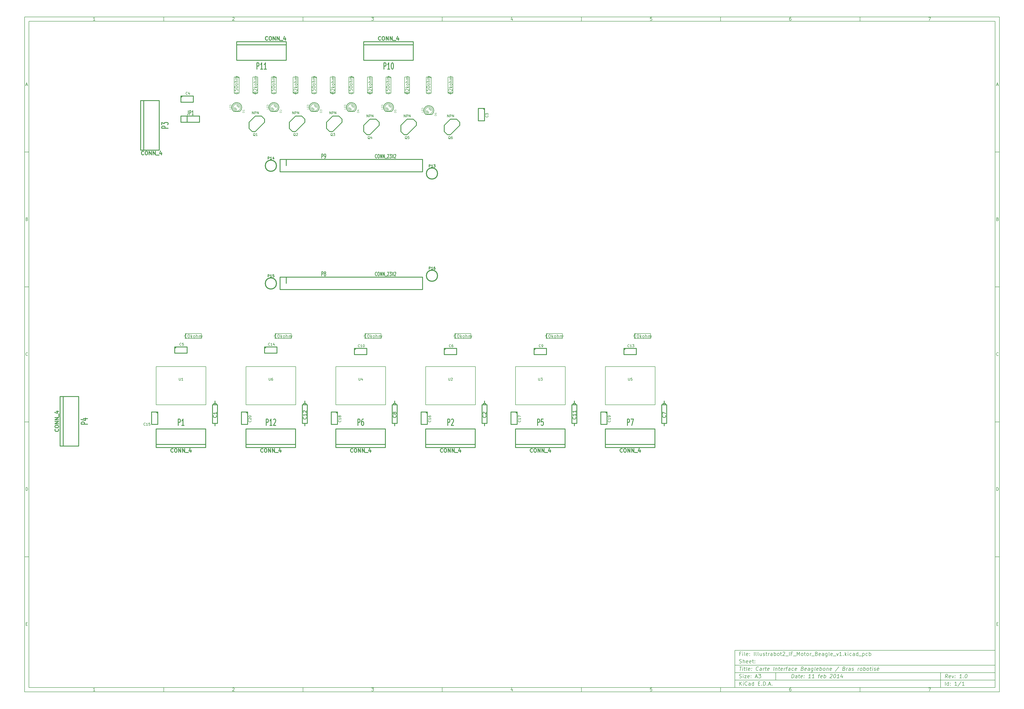
<source format=gto>
G04 (created by PCBNEW (2013-07-07 BZR 4022)-stable) date 11/02/2014 22:33:17*
%MOIN*%
G04 Gerber Fmt 3.4, Leading zero omitted, Abs format*
%FSLAX34Y34*%
G01*
G70*
G90*
G04 APERTURE LIST*
%ADD10C,0.00590551*%
%ADD11C,0.012*%
%ADD12C,0.008*%
%ADD13C,0.01*%
%ADD14C,0.006*%
%ADD15C,0.015*%
%ADD16C,0.0106*%
%ADD17C,0.0107*%
%ADD18C,0.0035*%
G04 APERTURE END LIST*
G54D10*
X4000Y-4000D02*
X161350Y-4000D01*
X161350Y-112930D01*
X4000Y-112930D01*
X4000Y-4000D01*
X4700Y-4700D02*
X160650Y-4700D01*
X160650Y-112230D01*
X4700Y-112230D01*
X4700Y-4700D01*
X26470Y-4000D02*
X26470Y-4700D01*
X15382Y-4552D02*
X15097Y-4552D01*
X15240Y-4552D02*
X15240Y-4052D01*
X15192Y-4123D01*
X15144Y-4171D01*
X15097Y-4195D01*
X26470Y-112930D02*
X26470Y-112230D01*
X15382Y-112782D02*
X15097Y-112782D01*
X15240Y-112782D02*
X15240Y-112282D01*
X15192Y-112353D01*
X15144Y-112401D01*
X15097Y-112425D01*
X48940Y-4000D02*
X48940Y-4700D01*
X37567Y-4100D02*
X37590Y-4076D01*
X37638Y-4052D01*
X37757Y-4052D01*
X37805Y-4076D01*
X37829Y-4100D01*
X37852Y-4147D01*
X37852Y-4195D01*
X37829Y-4266D01*
X37543Y-4552D01*
X37852Y-4552D01*
X48940Y-112930D02*
X48940Y-112230D01*
X37567Y-112330D02*
X37590Y-112306D01*
X37638Y-112282D01*
X37757Y-112282D01*
X37805Y-112306D01*
X37829Y-112330D01*
X37852Y-112377D01*
X37852Y-112425D01*
X37829Y-112496D01*
X37543Y-112782D01*
X37852Y-112782D01*
X71410Y-4000D02*
X71410Y-4700D01*
X60013Y-4052D02*
X60322Y-4052D01*
X60156Y-4242D01*
X60227Y-4242D01*
X60275Y-4266D01*
X60299Y-4290D01*
X60322Y-4338D01*
X60322Y-4457D01*
X60299Y-4504D01*
X60275Y-4528D01*
X60227Y-4552D01*
X60084Y-4552D01*
X60037Y-4528D01*
X60013Y-4504D01*
X71410Y-112930D02*
X71410Y-112230D01*
X60013Y-112282D02*
X60322Y-112282D01*
X60156Y-112472D01*
X60227Y-112472D01*
X60275Y-112496D01*
X60299Y-112520D01*
X60322Y-112568D01*
X60322Y-112687D01*
X60299Y-112734D01*
X60275Y-112758D01*
X60227Y-112782D01*
X60084Y-112782D01*
X60037Y-112758D01*
X60013Y-112734D01*
X93880Y-4000D02*
X93880Y-4700D01*
X82745Y-4219D02*
X82745Y-4552D01*
X82626Y-4028D02*
X82507Y-4385D01*
X82816Y-4385D01*
X93880Y-112930D02*
X93880Y-112230D01*
X82745Y-112449D02*
X82745Y-112782D01*
X82626Y-112258D02*
X82507Y-112615D01*
X82816Y-112615D01*
X116350Y-4000D02*
X116350Y-4700D01*
X105239Y-4052D02*
X105000Y-4052D01*
X104977Y-4290D01*
X105000Y-4266D01*
X105048Y-4242D01*
X105167Y-4242D01*
X105215Y-4266D01*
X105239Y-4290D01*
X105262Y-4338D01*
X105262Y-4457D01*
X105239Y-4504D01*
X105215Y-4528D01*
X105167Y-4552D01*
X105048Y-4552D01*
X105000Y-4528D01*
X104977Y-4504D01*
X116350Y-112930D02*
X116350Y-112230D01*
X105239Y-112282D02*
X105000Y-112282D01*
X104977Y-112520D01*
X105000Y-112496D01*
X105048Y-112472D01*
X105167Y-112472D01*
X105215Y-112496D01*
X105239Y-112520D01*
X105262Y-112568D01*
X105262Y-112687D01*
X105239Y-112734D01*
X105215Y-112758D01*
X105167Y-112782D01*
X105048Y-112782D01*
X105000Y-112758D01*
X104977Y-112734D01*
X138820Y-4000D02*
X138820Y-4700D01*
X127685Y-4052D02*
X127590Y-4052D01*
X127542Y-4076D01*
X127518Y-4100D01*
X127470Y-4171D01*
X127447Y-4266D01*
X127447Y-4457D01*
X127470Y-4504D01*
X127494Y-4528D01*
X127542Y-4552D01*
X127637Y-4552D01*
X127685Y-4528D01*
X127709Y-4504D01*
X127732Y-4457D01*
X127732Y-4338D01*
X127709Y-4290D01*
X127685Y-4266D01*
X127637Y-4242D01*
X127542Y-4242D01*
X127494Y-4266D01*
X127470Y-4290D01*
X127447Y-4338D01*
X138820Y-112930D02*
X138820Y-112230D01*
X127685Y-112282D02*
X127590Y-112282D01*
X127542Y-112306D01*
X127518Y-112330D01*
X127470Y-112401D01*
X127447Y-112496D01*
X127447Y-112687D01*
X127470Y-112734D01*
X127494Y-112758D01*
X127542Y-112782D01*
X127637Y-112782D01*
X127685Y-112758D01*
X127709Y-112734D01*
X127732Y-112687D01*
X127732Y-112568D01*
X127709Y-112520D01*
X127685Y-112496D01*
X127637Y-112472D01*
X127542Y-112472D01*
X127494Y-112496D01*
X127470Y-112520D01*
X127447Y-112568D01*
X149893Y-4052D02*
X150226Y-4052D01*
X150012Y-4552D01*
X149893Y-112282D02*
X150226Y-112282D01*
X150012Y-112782D01*
X4000Y-25780D02*
X4700Y-25780D01*
X4230Y-14949D02*
X4469Y-14949D01*
X4183Y-15092D02*
X4350Y-14592D01*
X4516Y-15092D01*
X161350Y-25780D02*
X160650Y-25780D01*
X160880Y-14949D02*
X161119Y-14949D01*
X160833Y-15092D02*
X161000Y-14592D01*
X161166Y-15092D01*
X4000Y-47560D02*
X4700Y-47560D01*
X4385Y-36610D02*
X4457Y-36634D01*
X4480Y-36658D01*
X4504Y-36705D01*
X4504Y-36777D01*
X4480Y-36824D01*
X4457Y-36848D01*
X4409Y-36872D01*
X4219Y-36872D01*
X4219Y-36372D01*
X4385Y-36372D01*
X4433Y-36396D01*
X4457Y-36420D01*
X4480Y-36467D01*
X4480Y-36515D01*
X4457Y-36562D01*
X4433Y-36586D01*
X4385Y-36610D01*
X4219Y-36610D01*
X161350Y-47560D02*
X160650Y-47560D01*
X161035Y-36610D02*
X161107Y-36634D01*
X161130Y-36658D01*
X161154Y-36705D01*
X161154Y-36777D01*
X161130Y-36824D01*
X161107Y-36848D01*
X161059Y-36872D01*
X160869Y-36872D01*
X160869Y-36372D01*
X161035Y-36372D01*
X161083Y-36396D01*
X161107Y-36420D01*
X161130Y-36467D01*
X161130Y-36515D01*
X161107Y-36562D01*
X161083Y-36586D01*
X161035Y-36610D01*
X160869Y-36610D01*
X4000Y-69340D02*
X4700Y-69340D01*
X4504Y-58604D02*
X4480Y-58628D01*
X4409Y-58652D01*
X4361Y-58652D01*
X4290Y-58628D01*
X4242Y-58580D01*
X4219Y-58533D01*
X4195Y-58438D01*
X4195Y-58366D01*
X4219Y-58271D01*
X4242Y-58223D01*
X4290Y-58176D01*
X4361Y-58152D01*
X4409Y-58152D01*
X4480Y-58176D01*
X4504Y-58200D01*
X161350Y-69340D02*
X160650Y-69340D01*
X161154Y-58604D02*
X161130Y-58628D01*
X161059Y-58652D01*
X161011Y-58652D01*
X160940Y-58628D01*
X160892Y-58580D01*
X160869Y-58533D01*
X160845Y-58438D01*
X160845Y-58366D01*
X160869Y-58271D01*
X160892Y-58223D01*
X160940Y-58176D01*
X161011Y-58152D01*
X161059Y-58152D01*
X161130Y-58176D01*
X161154Y-58200D01*
X4000Y-91120D02*
X4700Y-91120D01*
X4219Y-80432D02*
X4219Y-79932D01*
X4338Y-79932D01*
X4409Y-79956D01*
X4457Y-80003D01*
X4480Y-80051D01*
X4504Y-80146D01*
X4504Y-80218D01*
X4480Y-80313D01*
X4457Y-80360D01*
X4409Y-80408D01*
X4338Y-80432D01*
X4219Y-80432D01*
X161350Y-91120D02*
X160650Y-91120D01*
X160869Y-80432D02*
X160869Y-79932D01*
X160988Y-79932D01*
X161059Y-79956D01*
X161107Y-80003D01*
X161130Y-80051D01*
X161154Y-80146D01*
X161154Y-80218D01*
X161130Y-80313D01*
X161107Y-80360D01*
X161059Y-80408D01*
X160988Y-80432D01*
X160869Y-80432D01*
X4242Y-101950D02*
X4409Y-101950D01*
X4480Y-102212D02*
X4242Y-102212D01*
X4242Y-101712D01*
X4480Y-101712D01*
X160892Y-101950D02*
X161059Y-101950D01*
X161130Y-102212D02*
X160892Y-102212D01*
X160892Y-101712D01*
X161130Y-101712D01*
X127800Y-110672D02*
X127875Y-110072D01*
X128017Y-110072D01*
X128100Y-110101D01*
X128150Y-110158D01*
X128171Y-110215D01*
X128185Y-110330D01*
X128175Y-110415D01*
X128132Y-110530D01*
X128096Y-110587D01*
X128032Y-110644D01*
X127942Y-110672D01*
X127800Y-110672D01*
X128657Y-110672D02*
X128696Y-110358D01*
X128675Y-110301D01*
X128621Y-110272D01*
X128507Y-110272D01*
X128446Y-110301D01*
X128660Y-110644D02*
X128600Y-110672D01*
X128457Y-110672D01*
X128403Y-110644D01*
X128382Y-110587D01*
X128389Y-110530D01*
X128425Y-110472D01*
X128485Y-110444D01*
X128628Y-110444D01*
X128689Y-110415D01*
X128907Y-110272D02*
X129135Y-110272D01*
X129017Y-110072D02*
X128953Y-110587D01*
X128975Y-110644D01*
X129028Y-110672D01*
X129085Y-110672D01*
X129517Y-110644D02*
X129457Y-110672D01*
X129342Y-110672D01*
X129289Y-110644D01*
X129267Y-110587D01*
X129296Y-110358D01*
X129332Y-110301D01*
X129392Y-110272D01*
X129507Y-110272D01*
X129560Y-110301D01*
X129582Y-110358D01*
X129575Y-110415D01*
X129282Y-110472D01*
X129807Y-110615D02*
X129832Y-110644D01*
X129800Y-110672D01*
X129775Y-110644D01*
X129807Y-110615D01*
X129800Y-110672D01*
X129846Y-110301D02*
X129871Y-110330D01*
X129839Y-110358D01*
X129814Y-110330D01*
X129846Y-110301D01*
X129839Y-110358D01*
X130857Y-110672D02*
X130514Y-110672D01*
X130685Y-110672D02*
X130760Y-110072D01*
X130692Y-110158D01*
X130628Y-110215D01*
X130567Y-110244D01*
X131428Y-110672D02*
X131085Y-110672D01*
X131257Y-110672D02*
X131332Y-110072D01*
X131264Y-110158D01*
X131200Y-110215D01*
X131139Y-110244D01*
X132107Y-110272D02*
X132335Y-110272D01*
X132142Y-110672D02*
X132207Y-110158D01*
X132242Y-110101D01*
X132303Y-110072D01*
X132360Y-110072D01*
X132717Y-110644D02*
X132657Y-110672D01*
X132542Y-110672D01*
X132489Y-110644D01*
X132467Y-110587D01*
X132496Y-110358D01*
X132532Y-110301D01*
X132592Y-110272D01*
X132707Y-110272D01*
X132760Y-110301D01*
X132782Y-110358D01*
X132775Y-110415D01*
X132482Y-110472D01*
X133000Y-110672D02*
X133075Y-110072D01*
X133046Y-110301D02*
X133107Y-110272D01*
X133221Y-110272D01*
X133275Y-110301D01*
X133300Y-110330D01*
X133321Y-110387D01*
X133300Y-110558D01*
X133264Y-110615D01*
X133232Y-110644D01*
X133171Y-110672D01*
X133057Y-110672D01*
X133003Y-110644D01*
X134039Y-110130D02*
X134071Y-110101D01*
X134132Y-110072D01*
X134275Y-110072D01*
X134328Y-110101D01*
X134353Y-110130D01*
X134375Y-110187D01*
X134367Y-110244D01*
X134328Y-110330D01*
X133942Y-110672D01*
X134314Y-110672D01*
X134760Y-110072D02*
X134817Y-110072D01*
X134871Y-110101D01*
X134896Y-110130D01*
X134917Y-110187D01*
X134932Y-110301D01*
X134914Y-110444D01*
X134871Y-110558D01*
X134835Y-110615D01*
X134803Y-110644D01*
X134742Y-110672D01*
X134685Y-110672D01*
X134632Y-110644D01*
X134607Y-110615D01*
X134585Y-110558D01*
X134571Y-110444D01*
X134589Y-110301D01*
X134632Y-110187D01*
X134667Y-110130D01*
X134700Y-110101D01*
X134760Y-110072D01*
X135457Y-110672D02*
X135114Y-110672D01*
X135285Y-110672D02*
X135360Y-110072D01*
X135292Y-110158D01*
X135228Y-110215D01*
X135167Y-110244D01*
X136021Y-110272D02*
X135971Y-110672D01*
X135907Y-110044D02*
X135710Y-110472D01*
X136082Y-110472D01*
X119392Y-111872D02*
X119392Y-111272D01*
X119735Y-111872D02*
X119478Y-111530D01*
X119735Y-111272D02*
X119392Y-111615D01*
X119992Y-111872D02*
X119992Y-111472D01*
X119992Y-111272D02*
X119964Y-111301D01*
X119992Y-111330D01*
X120021Y-111301D01*
X119992Y-111272D01*
X119992Y-111330D01*
X120621Y-111815D02*
X120592Y-111844D01*
X120507Y-111872D01*
X120450Y-111872D01*
X120364Y-111844D01*
X120307Y-111787D01*
X120278Y-111730D01*
X120250Y-111615D01*
X120250Y-111530D01*
X120278Y-111415D01*
X120307Y-111358D01*
X120364Y-111301D01*
X120450Y-111272D01*
X120507Y-111272D01*
X120592Y-111301D01*
X120621Y-111330D01*
X121135Y-111872D02*
X121135Y-111558D01*
X121107Y-111501D01*
X121050Y-111472D01*
X120935Y-111472D01*
X120878Y-111501D01*
X121135Y-111844D02*
X121078Y-111872D01*
X120935Y-111872D01*
X120878Y-111844D01*
X120850Y-111787D01*
X120850Y-111730D01*
X120878Y-111672D01*
X120935Y-111644D01*
X121078Y-111644D01*
X121135Y-111615D01*
X121678Y-111872D02*
X121678Y-111272D01*
X121678Y-111844D02*
X121621Y-111872D01*
X121507Y-111872D01*
X121450Y-111844D01*
X121421Y-111815D01*
X121392Y-111758D01*
X121392Y-111587D01*
X121421Y-111530D01*
X121450Y-111501D01*
X121507Y-111472D01*
X121621Y-111472D01*
X121678Y-111501D01*
X122421Y-111558D02*
X122621Y-111558D01*
X122707Y-111872D02*
X122421Y-111872D01*
X122421Y-111272D01*
X122707Y-111272D01*
X122964Y-111815D02*
X122992Y-111844D01*
X122964Y-111872D01*
X122935Y-111844D01*
X122964Y-111815D01*
X122964Y-111872D01*
X123249Y-111872D02*
X123249Y-111272D01*
X123392Y-111272D01*
X123478Y-111301D01*
X123535Y-111358D01*
X123564Y-111415D01*
X123592Y-111530D01*
X123592Y-111615D01*
X123564Y-111730D01*
X123535Y-111787D01*
X123478Y-111844D01*
X123392Y-111872D01*
X123249Y-111872D01*
X123849Y-111815D02*
X123878Y-111844D01*
X123849Y-111872D01*
X123821Y-111844D01*
X123849Y-111815D01*
X123849Y-111872D01*
X124107Y-111701D02*
X124392Y-111701D01*
X124049Y-111872D02*
X124249Y-111272D01*
X124449Y-111872D01*
X124649Y-111815D02*
X124678Y-111844D01*
X124649Y-111872D01*
X124621Y-111844D01*
X124649Y-111815D01*
X124649Y-111872D01*
X152942Y-110672D02*
X152778Y-110387D01*
X152600Y-110672D02*
X152675Y-110072D01*
X152903Y-110072D01*
X152957Y-110101D01*
X152982Y-110130D01*
X153003Y-110187D01*
X152992Y-110272D01*
X152957Y-110330D01*
X152925Y-110358D01*
X152864Y-110387D01*
X152635Y-110387D01*
X153432Y-110644D02*
X153371Y-110672D01*
X153257Y-110672D01*
X153203Y-110644D01*
X153182Y-110587D01*
X153210Y-110358D01*
X153246Y-110301D01*
X153307Y-110272D01*
X153421Y-110272D01*
X153475Y-110301D01*
X153496Y-110358D01*
X153489Y-110415D01*
X153196Y-110472D01*
X153707Y-110272D02*
X153800Y-110672D01*
X153992Y-110272D01*
X154178Y-110615D02*
X154203Y-110644D01*
X154171Y-110672D01*
X154146Y-110644D01*
X154178Y-110615D01*
X154171Y-110672D01*
X154217Y-110301D02*
X154242Y-110330D01*
X154210Y-110358D01*
X154185Y-110330D01*
X154217Y-110301D01*
X154210Y-110358D01*
X155228Y-110672D02*
X154885Y-110672D01*
X155057Y-110672D02*
X155132Y-110072D01*
X155064Y-110158D01*
X155000Y-110215D01*
X154939Y-110244D01*
X155492Y-110615D02*
X155517Y-110644D01*
X155485Y-110672D01*
X155460Y-110644D01*
X155492Y-110615D01*
X155485Y-110672D01*
X155960Y-110072D02*
X156017Y-110072D01*
X156071Y-110101D01*
X156096Y-110130D01*
X156117Y-110187D01*
X156132Y-110301D01*
X156114Y-110444D01*
X156071Y-110558D01*
X156035Y-110615D01*
X156003Y-110644D01*
X155942Y-110672D01*
X155885Y-110672D01*
X155832Y-110644D01*
X155807Y-110615D01*
X155785Y-110558D01*
X155771Y-110444D01*
X155789Y-110301D01*
X155832Y-110187D01*
X155867Y-110130D01*
X155900Y-110101D01*
X155960Y-110072D01*
X119364Y-110644D02*
X119450Y-110672D01*
X119592Y-110672D01*
X119650Y-110644D01*
X119678Y-110615D01*
X119707Y-110558D01*
X119707Y-110501D01*
X119678Y-110444D01*
X119650Y-110415D01*
X119592Y-110387D01*
X119478Y-110358D01*
X119421Y-110330D01*
X119392Y-110301D01*
X119364Y-110244D01*
X119364Y-110187D01*
X119392Y-110130D01*
X119421Y-110101D01*
X119478Y-110072D01*
X119621Y-110072D01*
X119707Y-110101D01*
X119964Y-110672D02*
X119964Y-110272D01*
X119964Y-110072D02*
X119935Y-110101D01*
X119964Y-110130D01*
X119992Y-110101D01*
X119964Y-110072D01*
X119964Y-110130D01*
X120192Y-110272D02*
X120507Y-110272D01*
X120192Y-110672D01*
X120507Y-110672D01*
X120964Y-110644D02*
X120907Y-110672D01*
X120792Y-110672D01*
X120735Y-110644D01*
X120707Y-110587D01*
X120707Y-110358D01*
X120735Y-110301D01*
X120792Y-110272D01*
X120907Y-110272D01*
X120964Y-110301D01*
X120992Y-110358D01*
X120992Y-110415D01*
X120707Y-110472D01*
X121250Y-110615D02*
X121278Y-110644D01*
X121250Y-110672D01*
X121221Y-110644D01*
X121250Y-110615D01*
X121250Y-110672D01*
X121250Y-110301D02*
X121278Y-110330D01*
X121250Y-110358D01*
X121221Y-110330D01*
X121250Y-110301D01*
X121250Y-110358D01*
X121964Y-110501D02*
X122250Y-110501D01*
X121907Y-110672D02*
X122107Y-110072D01*
X122307Y-110672D01*
X122450Y-110072D02*
X122821Y-110072D01*
X122621Y-110301D01*
X122707Y-110301D01*
X122764Y-110330D01*
X122792Y-110358D01*
X122821Y-110415D01*
X122821Y-110558D01*
X122792Y-110615D01*
X122764Y-110644D01*
X122707Y-110672D01*
X122535Y-110672D01*
X122478Y-110644D01*
X122450Y-110615D01*
X152592Y-111872D02*
X152592Y-111272D01*
X153135Y-111872D02*
X153135Y-111272D01*
X153135Y-111844D02*
X153078Y-111872D01*
X152964Y-111872D01*
X152907Y-111844D01*
X152878Y-111815D01*
X152850Y-111758D01*
X152850Y-111587D01*
X152878Y-111530D01*
X152907Y-111501D01*
X152964Y-111472D01*
X153078Y-111472D01*
X153135Y-111501D01*
X153421Y-111815D02*
X153450Y-111844D01*
X153421Y-111872D01*
X153392Y-111844D01*
X153421Y-111815D01*
X153421Y-111872D01*
X153421Y-111501D02*
X153450Y-111530D01*
X153421Y-111558D01*
X153392Y-111530D01*
X153421Y-111501D01*
X153421Y-111558D01*
X154478Y-111872D02*
X154135Y-111872D01*
X154307Y-111872D02*
X154307Y-111272D01*
X154249Y-111358D01*
X154192Y-111415D01*
X154135Y-111444D01*
X155164Y-111244D02*
X154650Y-112015D01*
X155678Y-111872D02*
X155335Y-111872D01*
X155507Y-111872D02*
X155507Y-111272D01*
X155449Y-111358D01*
X155392Y-111415D01*
X155335Y-111444D01*
X119389Y-108872D02*
X119732Y-108872D01*
X119485Y-109472D02*
X119560Y-108872D01*
X119857Y-109472D02*
X119907Y-109072D01*
X119932Y-108872D02*
X119900Y-108901D01*
X119925Y-108930D01*
X119957Y-108901D01*
X119932Y-108872D01*
X119925Y-108930D01*
X120107Y-109072D02*
X120335Y-109072D01*
X120217Y-108872D02*
X120153Y-109387D01*
X120175Y-109444D01*
X120228Y-109472D01*
X120285Y-109472D01*
X120571Y-109472D02*
X120517Y-109444D01*
X120496Y-109387D01*
X120560Y-108872D01*
X121032Y-109444D02*
X120971Y-109472D01*
X120857Y-109472D01*
X120803Y-109444D01*
X120782Y-109387D01*
X120810Y-109158D01*
X120846Y-109101D01*
X120907Y-109072D01*
X121021Y-109072D01*
X121075Y-109101D01*
X121096Y-109158D01*
X121089Y-109215D01*
X120796Y-109272D01*
X121321Y-109415D02*
X121346Y-109444D01*
X121314Y-109472D01*
X121289Y-109444D01*
X121321Y-109415D01*
X121314Y-109472D01*
X121360Y-109101D02*
X121385Y-109130D01*
X121353Y-109158D01*
X121328Y-109130D01*
X121360Y-109101D01*
X121353Y-109158D01*
X122407Y-109415D02*
X122375Y-109444D01*
X122285Y-109472D01*
X122228Y-109472D01*
X122146Y-109444D01*
X122096Y-109387D01*
X122075Y-109330D01*
X122060Y-109215D01*
X122071Y-109130D01*
X122114Y-109015D01*
X122150Y-108958D01*
X122214Y-108901D01*
X122303Y-108872D01*
X122360Y-108872D01*
X122442Y-108901D01*
X122467Y-108930D01*
X122914Y-109472D02*
X122953Y-109158D01*
X122932Y-109101D01*
X122878Y-109072D01*
X122764Y-109072D01*
X122703Y-109101D01*
X122917Y-109444D02*
X122857Y-109472D01*
X122714Y-109472D01*
X122660Y-109444D01*
X122639Y-109387D01*
X122646Y-109330D01*
X122682Y-109272D01*
X122742Y-109244D01*
X122885Y-109244D01*
X122946Y-109215D01*
X123200Y-109472D02*
X123250Y-109072D01*
X123235Y-109187D02*
X123271Y-109130D01*
X123303Y-109101D01*
X123364Y-109072D01*
X123421Y-109072D01*
X123535Y-109072D02*
X123764Y-109072D01*
X123646Y-108872D02*
X123582Y-109387D01*
X123603Y-109444D01*
X123657Y-109472D01*
X123714Y-109472D01*
X124146Y-109444D02*
X124085Y-109472D01*
X123971Y-109472D01*
X123917Y-109444D01*
X123896Y-109387D01*
X123925Y-109158D01*
X123960Y-109101D01*
X124021Y-109072D01*
X124135Y-109072D01*
X124189Y-109101D01*
X124210Y-109158D01*
X124203Y-109215D01*
X123910Y-109272D01*
X124885Y-109472D02*
X124960Y-108872D01*
X125221Y-109072D02*
X125171Y-109472D01*
X125214Y-109130D02*
X125246Y-109101D01*
X125307Y-109072D01*
X125392Y-109072D01*
X125446Y-109101D01*
X125467Y-109158D01*
X125428Y-109472D01*
X125678Y-109072D02*
X125907Y-109072D01*
X125789Y-108872D02*
X125725Y-109387D01*
X125746Y-109444D01*
X125800Y-109472D01*
X125857Y-109472D01*
X126289Y-109444D02*
X126228Y-109472D01*
X126114Y-109472D01*
X126060Y-109444D01*
X126039Y-109387D01*
X126067Y-109158D01*
X126103Y-109101D01*
X126164Y-109072D01*
X126278Y-109072D01*
X126332Y-109101D01*
X126353Y-109158D01*
X126346Y-109215D01*
X126053Y-109272D01*
X126571Y-109472D02*
X126621Y-109072D01*
X126607Y-109187D02*
X126642Y-109130D01*
X126675Y-109101D01*
X126735Y-109072D01*
X126792Y-109072D01*
X126907Y-109072D02*
X127135Y-109072D01*
X126942Y-109472D02*
X127007Y-108958D01*
X127042Y-108901D01*
X127103Y-108872D01*
X127160Y-108872D01*
X127542Y-109472D02*
X127582Y-109158D01*
X127560Y-109101D01*
X127507Y-109072D01*
X127392Y-109072D01*
X127332Y-109101D01*
X127546Y-109444D02*
X127485Y-109472D01*
X127342Y-109472D01*
X127289Y-109444D01*
X127267Y-109387D01*
X127275Y-109330D01*
X127310Y-109272D01*
X127371Y-109244D01*
X127514Y-109244D01*
X127575Y-109215D01*
X128089Y-109444D02*
X128028Y-109472D01*
X127914Y-109472D01*
X127860Y-109444D01*
X127835Y-109415D01*
X127814Y-109358D01*
X127835Y-109187D01*
X127871Y-109130D01*
X127903Y-109101D01*
X127964Y-109072D01*
X128078Y-109072D01*
X128132Y-109101D01*
X128575Y-109444D02*
X128514Y-109472D01*
X128400Y-109472D01*
X128346Y-109444D01*
X128325Y-109387D01*
X128353Y-109158D01*
X128389Y-109101D01*
X128450Y-109072D01*
X128564Y-109072D01*
X128617Y-109101D01*
X128639Y-109158D01*
X128632Y-109215D01*
X128339Y-109272D01*
X129553Y-109158D02*
X129635Y-109187D01*
X129660Y-109215D01*
X129682Y-109272D01*
X129671Y-109358D01*
X129635Y-109415D01*
X129603Y-109444D01*
X129542Y-109472D01*
X129314Y-109472D01*
X129389Y-108872D01*
X129589Y-108872D01*
X129642Y-108901D01*
X129667Y-108930D01*
X129689Y-108987D01*
X129682Y-109044D01*
X129646Y-109101D01*
X129614Y-109130D01*
X129553Y-109158D01*
X129353Y-109158D01*
X130146Y-109444D02*
X130085Y-109472D01*
X129971Y-109472D01*
X129917Y-109444D01*
X129896Y-109387D01*
X129925Y-109158D01*
X129960Y-109101D01*
X130021Y-109072D01*
X130135Y-109072D01*
X130189Y-109101D01*
X130210Y-109158D01*
X130203Y-109215D01*
X129910Y-109272D01*
X130685Y-109472D02*
X130725Y-109158D01*
X130703Y-109101D01*
X130650Y-109072D01*
X130535Y-109072D01*
X130475Y-109101D01*
X130689Y-109444D02*
X130628Y-109472D01*
X130485Y-109472D01*
X130432Y-109444D01*
X130410Y-109387D01*
X130417Y-109330D01*
X130453Y-109272D01*
X130514Y-109244D01*
X130657Y-109244D01*
X130717Y-109215D01*
X131278Y-109072D02*
X131217Y-109558D01*
X131182Y-109615D01*
X131150Y-109644D01*
X131089Y-109672D01*
X131003Y-109672D01*
X130950Y-109644D01*
X131232Y-109444D02*
X131171Y-109472D01*
X131057Y-109472D01*
X131003Y-109444D01*
X130978Y-109415D01*
X130957Y-109358D01*
X130978Y-109187D01*
X131014Y-109130D01*
X131046Y-109101D01*
X131107Y-109072D01*
X131221Y-109072D01*
X131275Y-109101D01*
X131600Y-109472D02*
X131546Y-109444D01*
X131525Y-109387D01*
X131589Y-108872D01*
X132060Y-109444D02*
X132000Y-109472D01*
X131885Y-109472D01*
X131832Y-109444D01*
X131810Y-109387D01*
X131839Y-109158D01*
X131875Y-109101D01*
X131935Y-109072D01*
X132050Y-109072D01*
X132103Y-109101D01*
X132125Y-109158D01*
X132117Y-109215D01*
X131825Y-109272D01*
X132342Y-109472D02*
X132417Y-108872D01*
X132389Y-109101D02*
X132450Y-109072D01*
X132564Y-109072D01*
X132617Y-109101D01*
X132642Y-109130D01*
X132664Y-109187D01*
X132642Y-109358D01*
X132607Y-109415D01*
X132575Y-109444D01*
X132514Y-109472D01*
X132400Y-109472D01*
X132346Y-109444D01*
X132971Y-109472D02*
X132917Y-109444D01*
X132892Y-109415D01*
X132871Y-109358D01*
X132892Y-109187D01*
X132928Y-109130D01*
X132960Y-109101D01*
X133021Y-109072D01*
X133107Y-109072D01*
X133160Y-109101D01*
X133185Y-109130D01*
X133207Y-109187D01*
X133185Y-109358D01*
X133150Y-109415D01*
X133117Y-109444D01*
X133057Y-109472D01*
X132971Y-109472D01*
X133478Y-109072D02*
X133428Y-109472D01*
X133471Y-109130D02*
X133503Y-109101D01*
X133564Y-109072D01*
X133650Y-109072D01*
X133703Y-109101D01*
X133725Y-109158D01*
X133685Y-109472D01*
X134203Y-109444D02*
X134142Y-109472D01*
X134028Y-109472D01*
X133975Y-109444D01*
X133953Y-109387D01*
X133982Y-109158D01*
X134017Y-109101D01*
X134078Y-109072D01*
X134192Y-109072D01*
X134246Y-109101D01*
X134267Y-109158D01*
X134260Y-109215D01*
X133967Y-109272D01*
X135450Y-108844D02*
X134839Y-109615D01*
X136267Y-109158D02*
X136350Y-109187D01*
X136375Y-109215D01*
X136396Y-109272D01*
X136385Y-109358D01*
X136350Y-109415D01*
X136317Y-109444D01*
X136257Y-109472D01*
X136028Y-109472D01*
X136103Y-108872D01*
X136303Y-108872D01*
X136357Y-108901D01*
X136382Y-108930D01*
X136403Y-108987D01*
X136396Y-109044D01*
X136360Y-109101D01*
X136328Y-109130D01*
X136267Y-109158D01*
X136067Y-109158D01*
X136628Y-109472D02*
X136678Y-109072D01*
X136664Y-109187D02*
X136700Y-109130D01*
X136732Y-109101D01*
X136792Y-109072D01*
X136850Y-109072D01*
X137257Y-109472D02*
X137296Y-109158D01*
X137275Y-109101D01*
X137221Y-109072D01*
X137107Y-109072D01*
X137046Y-109101D01*
X137260Y-109444D02*
X137200Y-109472D01*
X137057Y-109472D01*
X137003Y-109444D01*
X136982Y-109387D01*
X136989Y-109330D01*
X137025Y-109272D01*
X137085Y-109244D01*
X137228Y-109244D01*
X137289Y-109215D01*
X137517Y-109444D02*
X137571Y-109472D01*
X137685Y-109472D01*
X137746Y-109444D01*
X137782Y-109387D01*
X137785Y-109358D01*
X137764Y-109301D01*
X137710Y-109272D01*
X137625Y-109272D01*
X137571Y-109244D01*
X137550Y-109187D01*
X137553Y-109158D01*
X137589Y-109101D01*
X137650Y-109072D01*
X137735Y-109072D01*
X137789Y-109101D01*
X138485Y-109472D02*
X138535Y-109072D01*
X138521Y-109187D02*
X138557Y-109130D01*
X138589Y-109101D01*
X138650Y-109072D01*
X138707Y-109072D01*
X138942Y-109472D02*
X138889Y-109444D01*
X138864Y-109415D01*
X138842Y-109358D01*
X138864Y-109187D01*
X138900Y-109130D01*
X138932Y-109101D01*
X138992Y-109072D01*
X139078Y-109072D01*
X139132Y-109101D01*
X139157Y-109130D01*
X139178Y-109187D01*
X139157Y-109358D01*
X139121Y-109415D01*
X139089Y-109444D01*
X139028Y-109472D01*
X138942Y-109472D01*
X139400Y-109472D02*
X139475Y-108872D01*
X139446Y-109101D02*
X139507Y-109072D01*
X139621Y-109072D01*
X139675Y-109101D01*
X139700Y-109130D01*
X139721Y-109187D01*
X139700Y-109358D01*
X139664Y-109415D01*
X139632Y-109444D01*
X139571Y-109472D01*
X139457Y-109472D01*
X139403Y-109444D01*
X140028Y-109472D02*
X139975Y-109444D01*
X139950Y-109415D01*
X139928Y-109358D01*
X139950Y-109187D01*
X139985Y-109130D01*
X140017Y-109101D01*
X140078Y-109072D01*
X140164Y-109072D01*
X140217Y-109101D01*
X140242Y-109130D01*
X140264Y-109187D01*
X140242Y-109358D01*
X140207Y-109415D01*
X140175Y-109444D01*
X140114Y-109472D01*
X140028Y-109472D01*
X140450Y-109072D02*
X140678Y-109072D01*
X140560Y-108872D02*
X140496Y-109387D01*
X140517Y-109444D01*
X140571Y-109472D01*
X140628Y-109472D01*
X140828Y-109472D02*
X140878Y-109072D01*
X140903Y-108872D02*
X140871Y-108901D01*
X140896Y-108930D01*
X140928Y-108901D01*
X140903Y-108872D01*
X140896Y-108930D01*
X141089Y-109444D02*
X141142Y-109472D01*
X141257Y-109472D01*
X141317Y-109444D01*
X141353Y-109387D01*
X141357Y-109358D01*
X141335Y-109301D01*
X141282Y-109272D01*
X141196Y-109272D01*
X141142Y-109244D01*
X141121Y-109187D01*
X141125Y-109158D01*
X141160Y-109101D01*
X141221Y-109072D01*
X141307Y-109072D01*
X141360Y-109101D01*
X141832Y-109444D02*
X141771Y-109472D01*
X141657Y-109472D01*
X141603Y-109444D01*
X141582Y-109387D01*
X141610Y-109158D01*
X141646Y-109101D01*
X141707Y-109072D01*
X141821Y-109072D01*
X141875Y-109101D01*
X141896Y-109158D01*
X141889Y-109215D01*
X141596Y-109272D01*
X141850Y-108844D02*
X141753Y-108930D01*
X119592Y-106758D02*
X119392Y-106758D01*
X119392Y-107072D02*
X119392Y-106472D01*
X119678Y-106472D01*
X119907Y-107072D02*
X119907Y-106672D01*
X119907Y-106472D02*
X119878Y-106501D01*
X119907Y-106530D01*
X119935Y-106501D01*
X119907Y-106472D01*
X119907Y-106530D01*
X120278Y-107072D02*
X120221Y-107044D01*
X120192Y-106987D01*
X120192Y-106472D01*
X120735Y-107044D02*
X120678Y-107072D01*
X120564Y-107072D01*
X120507Y-107044D01*
X120478Y-106987D01*
X120478Y-106758D01*
X120507Y-106701D01*
X120564Y-106672D01*
X120678Y-106672D01*
X120735Y-106701D01*
X120764Y-106758D01*
X120764Y-106815D01*
X120478Y-106872D01*
X121021Y-107015D02*
X121050Y-107044D01*
X121021Y-107072D01*
X120992Y-107044D01*
X121021Y-107015D01*
X121021Y-107072D01*
X121021Y-106701D02*
X121050Y-106730D01*
X121021Y-106758D01*
X120992Y-106730D01*
X121021Y-106701D01*
X121021Y-106758D01*
X121764Y-107072D02*
X121764Y-106472D01*
X122135Y-107072D02*
X122078Y-107044D01*
X122050Y-106987D01*
X122050Y-106472D01*
X122450Y-107072D02*
X122392Y-107044D01*
X122364Y-106987D01*
X122364Y-106472D01*
X122935Y-106672D02*
X122935Y-107072D01*
X122678Y-106672D02*
X122678Y-106987D01*
X122707Y-107044D01*
X122764Y-107072D01*
X122850Y-107072D01*
X122907Y-107044D01*
X122935Y-107015D01*
X123192Y-107044D02*
X123250Y-107072D01*
X123364Y-107072D01*
X123421Y-107044D01*
X123450Y-106987D01*
X123450Y-106958D01*
X123421Y-106901D01*
X123364Y-106872D01*
X123278Y-106872D01*
X123221Y-106844D01*
X123192Y-106787D01*
X123192Y-106758D01*
X123221Y-106701D01*
X123278Y-106672D01*
X123364Y-106672D01*
X123421Y-106701D01*
X123621Y-106672D02*
X123850Y-106672D01*
X123707Y-106472D02*
X123707Y-106987D01*
X123735Y-107044D01*
X123792Y-107072D01*
X123850Y-107072D01*
X124050Y-107072D02*
X124050Y-106672D01*
X124050Y-106787D02*
X124078Y-106730D01*
X124107Y-106701D01*
X124164Y-106672D01*
X124221Y-106672D01*
X124678Y-107072D02*
X124678Y-106758D01*
X124650Y-106701D01*
X124592Y-106672D01*
X124478Y-106672D01*
X124421Y-106701D01*
X124678Y-107044D02*
X124621Y-107072D01*
X124478Y-107072D01*
X124421Y-107044D01*
X124392Y-106987D01*
X124392Y-106930D01*
X124421Y-106872D01*
X124478Y-106844D01*
X124621Y-106844D01*
X124678Y-106815D01*
X124964Y-107072D02*
X124964Y-106472D01*
X124964Y-106701D02*
X125021Y-106672D01*
X125135Y-106672D01*
X125192Y-106701D01*
X125221Y-106730D01*
X125250Y-106787D01*
X125250Y-106958D01*
X125221Y-107015D01*
X125192Y-107044D01*
X125135Y-107072D01*
X125021Y-107072D01*
X124964Y-107044D01*
X125592Y-107072D02*
X125535Y-107044D01*
X125507Y-107015D01*
X125478Y-106958D01*
X125478Y-106787D01*
X125507Y-106730D01*
X125535Y-106701D01*
X125592Y-106672D01*
X125678Y-106672D01*
X125735Y-106701D01*
X125764Y-106730D01*
X125792Y-106787D01*
X125792Y-106958D01*
X125764Y-107015D01*
X125735Y-107044D01*
X125678Y-107072D01*
X125592Y-107072D01*
X125964Y-106672D02*
X126192Y-106672D01*
X126050Y-106472D02*
X126050Y-106987D01*
X126078Y-107044D01*
X126135Y-107072D01*
X126192Y-107072D01*
X126364Y-106530D02*
X126392Y-106501D01*
X126450Y-106472D01*
X126592Y-106472D01*
X126650Y-106501D01*
X126678Y-106530D01*
X126707Y-106587D01*
X126707Y-106644D01*
X126678Y-106730D01*
X126335Y-107072D01*
X126707Y-107072D01*
X126821Y-107130D02*
X127278Y-107130D01*
X127421Y-107072D02*
X127421Y-106472D01*
X127907Y-106758D02*
X127707Y-106758D01*
X127707Y-107072D02*
X127707Y-106472D01*
X127992Y-106472D01*
X128078Y-107130D02*
X128535Y-107130D01*
X128678Y-107072D02*
X128678Y-106472D01*
X128878Y-106901D01*
X129078Y-106472D01*
X129078Y-107072D01*
X129450Y-107072D02*
X129392Y-107044D01*
X129364Y-107015D01*
X129335Y-106958D01*
X129335Y-106787D01*
X129364Y-106730D01*
X129392Y-106701D01*
X129450Y-106672D01*
X129535Y-106672D01*
X129592Y-106701D01*
X129621Y-106730D01*
X129650Y-106787D01*
X129650Y-106958D01*
X129621Y-107015D01*
X129592Y-107044D01*
X129535Y-107072D01*
X129450Y-107072D01*
X129821Y-106672D02*
X130050Y-106672D01*
X129907Y-106472D02*
X129907Y-106987D01*
X129935Y-107044D01*
X129992Y-107072D01*
X130050Y-107072D01*
X130335Y-107072D02*
X130278Y-107044D01*
X130250Y-107015D01*
X130221Y-106958D01*
X130221Y-106787D01*
X130250Y-106730D01*
X130278Y-106701D01*
X130335Y-106672D01*
X130421Y-106672D01*
X130478Y-106701D01*
X130507Y-106730D01*
X130535Y-106787D01*
X130535Y-106958D01*
X130507Y-107015D01*
X130478Y-107044D01*
X130421Y-107072D01*
X130335Y-107072D01*
X130792Y-107072D02*
X130792Y-106672D01*
X130792Y-106787D02*
X130821Y-106730D01*
X130850Y-106701D01*
X130907Y-106672D01*
X130964Y-106672D01*
X131021Y-107130D02*
X131478Y-107130D01*
X131821Y-106758D02*
X131907Y-106787D01*
X131935Y-106815D01*
X131964Y-106872D01*
X131964Y-106958D01*
X131935Y-107015D01*
X131907Y-107044D01*
X131850Y-107072D01*
X131621Y-107072D01*
X131621Y-106472D01*
X131821Y-106472D01*
X131878Y-106501D01*
X131907Y-106530D01*
X131935Y-106587D01*
X131935Y-106644D01*
X131907Y-106701D01*
X131878Y-106730D01*
X131821Y-106758D01*
X131621Y-106758D01*
X132450Y-107044D02*
X132392Y-107072D01*
X132278Y-107072D01*
X132221Y-107044D01*
X132192Y-106987D01*
X132192Y-106758D01*
X132221Y-106701D01*
X132278Y-106672D01*
X132392Y-106672D01*
X132450Y-106701D01*
X132478Y-106758D01*
X132478Y-106815D01*
X132192Y-106872D01*
X132992Y-107072D02*
X132992Y-106758D01*
X132964Y-106701D01*
X132907Y-106672D01*
X132792Y-106672D01*
X132735Y-106701D01*
X132992Y-107044D02*
X132935Y-107072D01*
X132792Y-107072D01*
X132735Y-107044D01*
X132707Y-106987D01*
X132707Y-106930D01*
X132735Y-106872D01*
X132792Y-106844D01*
X132935Y-106844D01*
X132992Y-106815D01*
X133535Y-106672D02*
X133535Y-107158D01*
X133507Y-107215D01*
X133478Y-107244D01*
X133421Y-107272D01*
X133335Y-107272D01*
X133278Y-107244D01*
X133535Y-107044D02*
X133478Y-107072D01*
X133364Y-107072D01*
X133307Y-107044D01*
X133278Y-107015D01*
X133250Y-106958D01*
X133250Y-106787D01*
X133278Y-106730D01*
X133307Y-106701D01*
X133364Y-106672D01*
X133478Y-106672D01*
X133535Y-106701D01*
X133907Y-107072D02*
X133850Y-107044D01*
X133821Y-106987D01*
X133821Y-106472D01*
X134364Y-107044D02*
X134307Y-107072D01*
X134192Y-107072D01*
X134135Y-107044D01*
X134107Y-106987D01*
X134107Y-106758D01*
X134135Y-106701D01*
X134192Y-106672D01*
X134307Y-106672D01*
X134364Y-106701D01*
X134392Y-106758D01*
X134392Y-106815D01*
X134107Y-106872D01*
X134507Y-107130D02*
X134964Y-107130D01*
X135050Y-106672D02*
X135192Y-107072D01*
X135335Y-106672D01*
X135878Y-107072D02*
X135535Y-107072D01*
X135707Y-107072D02*
X135707Y-106472D01*
X135650Y-106558D01*
X135592Y-106615D01*
X135535Y-106644D01*
X136135Y-107015D02*
X136164Y-107044D01*
X136135Y-107072D01*
X136107Y-107044D01*
X136135Y-107015D01*
X136135Y-107072D01*
X136421Y-107072D02*
X136421Y-106472D01*
X136478Y-106844D02*
X136650Y-107072D01*
X136650Y-106672D02*
X136421Y-106901D01*
X136907Y-107072D02*
X136907Y-106672D01*
X136907Y-106472D02*
X136878Y-106501D01*
X136907Y-106530D01*
X136935Y-106501D01*
X136907Y-106472D01*
X136907Y-106530D01*
X137450Y-107044D02*
X137392Y-107072D01*
X137278Y-107072D01*
X137221Y-107044D01*
X137192Y-107015D01*
X137164Y-106958D01*
X137164Y-106787D01*
X137192Y-106730D01*
X137221Y-106701D01*
X137278Y-106672D01*
X137392Y-106672D01*
X137450Y-106701D01*
X137964Y-107072D02*
X137964Y-106758D01*
X137935Y-106701D01*
X137878Y-106672D01*
X137764Y-106672D01*
X137707Y-106701D01*
X137964Y-107044D02*
X137907Y-107072D01*
X137764Y-107072D01*
X137707Y-107044D01*
X137678Y-106987D01*
X137678Y-106930D01*
X137707Y-106872D01*
X137764Y-106844D01*
X137907Y-106844D01*
X137964Y-106815D01*
X138507Y-107072D02*
X138507Y-106472D01*
X138507Y-107044D02*
X138450Y-107072D01*
X138335Y-107072D01*
X138278Y-107044D01*
X138250Y-107015D01*
X138221Y-106958D01*
X138221Y-106787D01*
X138250Y-106730D01*
X138278Y-106701D01*
X138335Y-106672D01*
X138450Y-106672D01*
X138507Y-106701D01*
X138650Y-107130D02*
X139107Y-107130D01*
X139250Y-106672D02*
X139250Y-107272D01*
X139250Y-106701D02*
X139307Y-106672D01*
X139421Y-106672D01*
X139478Y-106701D01*
X139507Y-106730D01*
X139535Y-106787D01*
X139535Y-106958D01*
X139507Y-107015D01*
X139478Y-107044D01*
X139421Y-107072D01*
X139307Y-107072D01*
X139250Y-107044D01*
X140050Y-107044D02*
X139992Y-107072D01*
X139878Y-107072D01*
X139821Y-107044D01*
X139792Y-107015D01*
X139764Y-106958D01*
X139764Y-106787D01*
X139792Y-106730D01*
X139821Y-106701D01*
X139878Y-106672D01*
X139992Y-106672D01*
X140050Y-106701D01*
X140307Y-107072D02*
X140307Y-106472D01*
X140307Y-106701D02*
X140364Y-106672D01*
X140478Y-106672D01*
X140535Y-106701D01*
X140564Y-106730D01*
X140592Y-106787D01*
X140592Y-106958D01*
X140564Y-107015D01*
X140535Y-107044D01*
X140478Y-107072D01*
X140364Y-107072D01*
X140307Y-107044D01*
X119364Y-108244D02*
X119450Y-108272D01*
X119592Y-108272D01*
X119650Y-108244D01*
X119678Y-108215D01*
X119707Y-108158D01*
X119707Y-108101D01*
X119678Y-108044D01*
X119650Y-108015D01*
X119592Y-107987D01*
X119478Y-107958D01*
X119421Y-107930D01*
X119392Y-107901D01*
X119364Y-107844D01*
X119364Y-107787D01*
X119392Y-107730D01*
X119421Y-107701D01*
X119478Y-107672D01*
X119621Y-107672D01*
X119707Y-107701D01*
X119964Y-108272D02*
X119964Y-107672D01*
X120221Y-108272D02*
X120221Y-107958D01*
X120192Y-107901D01*
X120135Y-107872D01*
X120050Y-107872D01*
X119992Y-107901D01*
X119964Y-107930D01*
X120735Y-108244D02*
X120678Y-108272D01*
X120564Y-108272D01*
X120507Y-108244D01*
X120478Y-108187D01*
X120478Y-107958D01*
X120507Y-107901D01*
X120564Y-107872D01*
X120678Y-107872D01*
X120735Y-107901D01*
X120764Y-107958D01*
X120764Y-108015D01*
X120478Y-108072D01*
X121250Y-108244D02*
X121192Y-108272D01*
X121078Y-108272D01*
X121021Y-108244D01*
X120992Y-108187D01*
X120992Y-107958D01*
X121021Y-107901D01*
X121078Y-107872D01*
X121192Y-107872D01*
X121250Y-107901D01*
X121278Y-107958D01*
X121278Y-108015D01*
X120992Y-108072D01*
X121450Y-107872D02*
X121678Y-107872D01*
X121535Y-107672D02*
X121535Y-108187D01*
X121564Y-108244D01*
X121621Y-108272D01*
X121678Y-108272D01*
X121878Y-108215D02*
X121907Y-108244D01*
X121878Y-108272D01*
X121850Y-108244D01*
X121878Y-108215D01*
X121878Y-108272D01*
X121878Y-107901D02*
X121907Y-107930D01*
X121878Y-107958D01*
X121850Y-107930D01*
X121878Y-107901D01*
X121878Y-107958D01*
X118650Y-106230D02*
X118650Y-112230D01*
X118650Y-106230D02*
X160650Y-106230D01*
X118650Y-106230D02*
X160650Y-106230D01*
X118650Y-108630D02*
X160650Y-108630D01*
X151850Y-109830D02*
X151850Y-112230D01*
X118650Y-111030D02*
X160650Y-111030D01*
X118650Y-109830D02*
X160650Y-109830D01*
X125250Y-109830D02*
X125250Y-111030D01*
G54D11*
X72750Y-23000D02*
X74250Y-21500D01*
X74250Y-21500D02*
X74250Y-21000D01*
X74250Y-21000D02*
X73750Y-20500D01*
X73750Y-20500D02*
X72750Y-20500D01*
X72750Y-20500D02*
X71750Y-21500D01*
X71750Y-21500D02*
X71750Y-22500D01*
X71750Y-22500D02*
X72250Y-23000D01*
X72250Y-23000D02*
X72750Y-23000D01*
X65750Y-23000D02*
X67250Y-21500D01*
X67250Y-21500D02*
X67250Y-21000D01*
X67250Y-21000D02*
X66750Y-20500D01*
X66750Y-20500D02*
X65750Y-20500D01*
X65750Y-20500D02*
X64750Y-21500D01*
X64750Y-21500D02*
X64750Y-22500D01*
X64750Y-22500D02*
X65250Y-23000D01*
X65250Y-23000D02*
X65750Y-23000D01*
X41250Y-22500D02*
X42750Y-21000D01*
X42750Y-21000D02*
X42750Y-20500D01*
X42750Y-20500D02*
X42250Y-20000D01*
X42250Y-20000D02*
X41250Y-20000D01*
X41250Y-20000D02*
X40250Y-21000D01*
X40250Y-21000D02*
X40250Y-22000D01*
X40250Y-22000D02*
X40750Y-22500D01*
X40750Y-22500D02*
X41250Y-22500D01*
X59750Y-23000D02*
X61250Y-21500D01*
X61250Y-21500D02*
X61250Y-21000D01*
X61250Y-21000D02*
X60750Y-20500D01*
X60750Y-20500D02*
X59750Y-20500D01*
X59750Y-20500D02*
X58750Y-21500D01*
X58750Y-21500D02*
X58750Y-22500D01*
X58750Y-22500D02*
X59250Y-23000D01*
X59250Y-23000D02*
X59750Y-23000D01*
X47750Y-22500D02*
X49250Y-21000D01*
X49250Y-21000D02*
X49250Y-20500D01*
X49250Y-20500D02*
X48750Y-20000D01*
X48750Y-20000D02*
X47750Y-20000D01*
X47750Y-20000D02*
X46750Y-21000D01*
X46750Y-21000D02*
X46750Y-22000D01*
X46750Y-22000D02*
X47250Y-22500D01*
X47250Y-22500D02*
X47750Y-22500D01*
X53750Y-22500D02*
X55250Y-21000D01*
X55250Y-21000D02*
X55250Y-20500D01*
X55250Y-20500D02*
X54750Y-20000D01*
X54750Y-20000D02*
X53750Y-20000D01*
X53750Y-20000D02*
X52750Y-21000D01*
X52750Y-21000D02*
X52750Y-22000D01*
X52750Y-22000D02*
X53250Y-22500D01*
X53250Y-22500D02*
X53750Y-22500D01*
X29250Y-21000D02*
X29250Y-20000D01*
X29250Y-20000D02*
X32250Y-20000D01*
X32250Y-20000D02*
X32250Y-21000D01*
X32250Y-21000D02*
X29250Y-21000D01*
X30250Y-20000D02*
X30250Y-21000D01*
X46250Y-27000D02*
X46250Y-28000D01*
X45250Y-29000D02*
X45250Y-27000D01*
X45250Y-28000D02*
X45250Y-27000D01*
X46250Y-27000D02*
X46250Y-28000D01*
X46250Y-27000D02*
X46250Y-28000D01*
X45250Y-28000D02*
X45250Y-27000D01*
X45250Y-27000D02*
X68250Y-27000D01*
X68250Y-27000D02*
X68250Y-29000D01*
X68250Y-29000D02*
X45250Y-29000D01*
X45250Y-28000D02*
X45250Y-27000D01*
X46250Y-27000D02*
X46250Y-28000D01*
X46250Y-46000D02*
X46250Y-47000D01*
X45250Y-48000D02*
X45250Y-46000D01*
X45250Y-47000D02*
X45250Y-46000D01*
X46250Y-46000D02*
X46250Y-47000D01*
X46250Y-46000D02*
X46250Y-47000D01*
X45250Y-47000D02*
X45250Y-46000D01*
X45250Y-46000D02*
X68250Y-46000D01*
X68250Y-46000D02*
X68250Y-48000D01*
X68250Y-48000D02*
X45250Y-48000D01*
X45250Y-47000D02*
X45250Y-46000D01*
X46250Y-46000D02*
X46250Y-47000D01*
G54D12*
X102250Y-55500D02*
X102450Y-55500D01*
X105250Y-55500D02*
X105050Y-55500D01*
X105050Y-55500D02*
X105050Y-55100D01*
X105050Y-55100D02*
X102450Y-55100D01*
X102450Y-55100D02*
X102450Y-55900D01*
X102450Y-55900D02*
X105050Y-55900D01*
X105050Y-55900D02*
X105050Y-55500D01*
X102450Y-55300D02*
X102650Y-55100D01*
X44250Y-55500D02*
X44450Y-55500D01*
X47250Y-55500D02*
X47050Y-55500D01*
X47050Y-55500D02*
X47050Y-55100D01*
X47050Y-55100D02*
X44450Y-55100D01*
X44450Y-55100D02*
X44450Y-55900D01*
X44450Y-55900D02*
X47050Y-55900D01*
X47050Y-55900D02*
X47050Y-55500D01*
X44450Y-55300D02*
X44650Y-55100D01*
X50750Y-13500D02*
X50750Y-13700D01*
X50750Y-16500D02*
X50750Y-16300D01*
X50750Y-16300D02*
X51150Y-16300D01*
X51150Y-16300D02*
X51150Y-13700D01*
X51150Y-13700D02*
X50350Y-13700D01*
X50350Y-13700D02*
X50350Y-16300D01*
X50350Y-16300D02*
X50750Y-16300D01*
X50950Y-13700D02*
X51150Y-13900D01*
X53750Y-16500D02*
X53750Y-16300D01*
X53750Y-13500D02*
X53750Y-13700D01*
X53750Y-13700D02*
X53350Y-13700D01*
X53350Y-13700D02*
X53350Y-16300D01*
X53350Y-16300D02*
X54150Y-16300D01*
X54150Y-16300D02*
X54150Y-13700D01*
X54150Y-13700D02*
X53750Y-13700D01*
X53550Y-16300D02*
X53350Y-16100D01*
X29750Y-55500D02*
X29950Y-55500D01*
X32750Y-55500D02*
X32550Y-55500D01*
X32550Y-55500D02*
X32550Y-55100D01*
X32550Y-55100D02*
X29950Y-55100D01*
X29950Y-55100D02*
X29950Y-55900D01*
X29950Y-55900D02*
X32550Y-55900D01*
X32550Y-55900D02*
X32550Y-55500D01*
X29950Y-55300D02*
X30150Y-55100D01*
X59750Y-16500D02*
X59750Y-16300D01*
X59750Y-13500D02*
X59750Y-13700D01*
X59750Y-13700D02*
X59350Y-13700D01*
X59350Y-13700D02*
X59350Y-16300D01*
X59350Y-16300D02*
X60150Y-16300D01*
X60150Y-16300D02*
X60150Y-13700D01*
X60150Y-13700D02*
X59750Y-13700D01*
X59550Y-16300D02*
X59350Y-16100D01*
X58750Y-55500D02*
X58950Y-55500D01*
X61750Y-55500D02*
X61550Y-55500D01*
X61550Y-55500D02*
X61550Y-55100D01*
X61550Y-55100D02*
X58950Y-55100D01*
X58950Y-55100D02*
X58950Y-55900D01*
X58950Y-55900D02*
X61550Y-55900D01*
X61550Y-55900D02*
X61550Y-55500D01*
X58950Y-55300D02*
X59150Y-55100D01*
X44250Y-13500D02*
X44250Y-13700D01*
X44250Y-16500D02*
X44250Y-16300D01*
X44250Y-16300D02*
X44650Y-16300D01*
X44650Y-16300D02*
X44650Y-13700D01*
X44650Y-13700D02*
X43850Y-13700D01*
X43850Y-13700D02*
X43850Y-16300D01*
X43850Y-16300D02*
X44250Y-16300D01*
X44450Y-13700D02*
X44650Y-13900D01*
X88000Y-55500D02*
X88200Y-55500D01*
X91000Y-55500D02*
X90800Y-55500D01*
X90800Y-55500D02*
X90800Y-55100D01*
X90800Y-55100D02*
X88200Y-55100D01*
X88200Y-55100D02*
X88200Y-55900D01*
X88200Y-55900D02*
X90800Y-55900D01*
X90800Y-55900D02*
X90800Y-55500D01*
X88200Y-55300D02*
X88400Y-55100D01*
X56750Y-13500D02*
X56750Y-13700D01*
X56750Y-16500D02*
X56750Y-16300D01*
X56750Y-16300D02*
X57150Y-16300D01*
X57150Y-16300D02*
X57150Y-13700D01*
X57150Y-13700D02*
X56350Y-13700D01*
X56350Y-13700D02*
X56350Y-16300D01*
X56350Y-16300D02*
X56750Y-16300D01*
X56950Y-13700D02*
X57150Y-13900D01*
X47750Y-16500D02*
X47750Y-16300D01*
X47750Y-13500D02*
X47750Y-13700D01*
X47750Y-13700D02*
X47350Y-13700D01*
X47350Y-13700D02*
X47350Y-16300D01*
X47350Y-16300D02*
X48150Y-16300D01*
X48150Y-16300D02*
X48150Y-13700D01*
X48150Y-13700D02*
X47750Y-13700D01*
X47550Y-16300D02*
X47350Y-16100D01*
X73250Y-55500D02*
X73450Y-55500D01*
X76250Y-55500D02*
X76050Y-55500D01*
X76050Y-55500D02*
X76050Y-55100D01*
X76050Y-55100D02*
X73450Y-55100D01*
X73450Y-55100D02*
X73450Y-55900D01*
X73450Y-55900D02*
X76050Y-55900D01*
X76050Y-55900D02*
X76050Y-55500D01*
X73450Y-55300D02*
X73650Y-55100D01*
X38250Y-13500D02*
X38250Y-13700D01*
X38250Y-16500D02*
X38250Y-16300D01*
X38250Y-16300D02*
X38650Y-16300D01*
X38650Y-16300D02*
X38650Y-13700D01*
X38650Y-13700D02*
X37850Y-13700D01*
X37850Y-13700D02*
X37850Y-16300D01*
X37850Y-16300D02*
X38250Y-16300D01*
X38450Y-13700D02*
X38650Y-13900D01*
X41250Y-16500D02*
X41250Y-16300D01*
X41250Y-13500D02*
X41250Y-13700D01*
X41250Y-13700D02*
X40850Y-13700D01*
X40850Y-13700D02*
X40850Y-16300D01*
X40850Y-16300D02*
X41650Y-16300D01*
X41650Y-16300D02*
X41650Y-13700D01*
X41650Y-13700D02*
X41250Y-13700D01*
X41050Y-16300D02*
X40850Y-16100D01*
X65750Y-16500D02*
X65750Y-16300D01*
X65750Y-13500D02*
X65750Y-13700D01*
X65750Y-13700D02*
X65350Y-13700D01*
X65350Y-13700D02*
X65350Y-16300D01*
X65350Y-16300D02*
X66150Y-16300D01*
X66150Y-16300D02*
X66150Y-13700D01*
X66150Y-13700D02*
X65750Y-13700D01*
X65550Y-16300D02*
X65350Y-16100D01*
X69250Y-13500D02*
X69250Y-13700D01*
X69250Y-16500D02*
X69250Y-16300D01*
X69250Y-16300D02*
X69650Y-16300D01*
X69650Y-16300D02*
X69650Y-13700D01*
X69650Y-13700D02*
X68850Y-13700D01*
X68850Y-13700D02*
X68850Y-16300D01*
X68850Y-16300D02*
X69250Y-16300D01*
X69450Y-13700D02*
X69650Y-13900D01*
X62750Y-13500D02*
X62750Y-13700D01*
X62750Y-16500D02*
X62750Y-16300D01*
X62750Y-16300D02*
X63150Y-16300D01*
X63150Y-16300D02*
X63150Y-13700D01*
X63150Y-13700D02*
X62350Y-13700D01*
X62350Y-13700D02*
X62350Y-16300D01*
X62350Y-16300D02*
X62750Y-16300D01*
X62950Y-13700D02*
X63150Y-13900D01*
X72750Y-16500D02*
X72750Y-16300D01*
X72750Y-13500D02*
X72750Y-13700D01*
X72750Y-13700D02*
X72350Y-13700D01*
X72350Y-13700D02*
X72350Y-16300D01*
X72350Y-16300D02*
X73150Y-16300D01*
X73150Y-16300D02*
X73150Y-13700D01*
X73150Y-13700D02*
X72750Y-13700D01*
X72550Y-16300D02*
X72350Y-16100D01*
G54D13*
X62250Y-19220D02*
X63250Y-19220D01*
G54D14*
X63134Y-18139D02*
G75*
G03X62750Y-18000I-384J-460D01*
G74*
G01*
X62750Y-18000D02*
G75*
G03X62352Y-18151I0J-599D01*
G74*
G01*
X62750Y-19199D02*
G75*
G03X63139Y-19055I0J599D01*
G74*
G01*
X62365Y-19060D02*
G75*
G03X62750Y-19200I384J460D01*
G74*
G01*
X63099Y-19087D02*
G75*
G03X63350Y-18600I-349J487D01*
G74*
G01*
X63350Y-18600D02*
G75*
G03X63110Y-18120I-600J0D01*
G74*
G01*
X62150Y-18600D02*
G75*
G03X62381Y-19072I599J0D01*
G74*
G01*
X62381Y-18126D02*
G75*
G03X62150Y-18600I368J-473D01*
G74*
G01*
X63000Y-18600D02*
G75*
G03X62750Y-18350I-250J0D01*
G74*
G01*
X63150Y-18600D02*
G75*
G03X62750Y-18200I-400J0D01*
G74*
G01*
X62500Y-18600D02*
G75*
G03X62750Y-18850I250J0D01*
G74*
G01*
X62350Y-18600D02*
G75*
G03X62750Y-19000I400J0D01*
G74*
G01*
G54D13*
X63263Y-19213D02*
G75*
G03X63550Y-18600I-513J613D01*
G74*
G01*
X63549Y-18600D02*
G75*
G03X63126Y-17895I-799J0D01*
G74*
G01*
X61951Y-18601D02*
G75*
G03X62234Y-19210I798J1D01*
G74*
G01*
X62352Y-17905D02*
G75*
G03X61950Y-18600I397J-694D01*
G74*
G01*
X63129Y-17895D02*
G75*
G03X62750Y-17800I-379J-704D01*
G74*
G01*
X62750Y-17800D02*
G75*
G03X62331Y-17918I0J-799D01*
G74*
G01*
X37750Y-19220D02*
X38750Y-19220D01*
G54D14*
X38634Y-18139D02*
G75*
G03X38250Y-18000I-384J-460D01*
G74*
G01*
X38250Y-18000D02*
G75*
G03X37852Y-18151I0J-599D01*
G74*
G01*
X38250Y-19199D02*
G75*
G03X38639Y-19055I0J599D01*
G74*
G01*
X37865Y-19060D02*
G75*
G03X38250Y-19200I384J460D01*
G74*
G01*
X38599Y-19087D02*
G75*
G03X38850Y-18600I-349J487D01*
G74*
G01*
X38850Y-18600D02*
G75*
G03X38610Y-18120I-600J0D01*
G74*
G01*
X37650Y-18600D02*
G75*
G03X37881Y-19072I599J0D01*
G74*
G01*
X37881Y-18126D02*
G75*
G03X37650Y-18600I368J-473D01*
G74*
G01*
X38500Y-18600D02*
G75*
G03X38250Y-18350I-250J0D01*
G74*
G01*
X38650Y-18600D02*
G75*
G03X38250Y-18200I-400J0D01*
G74*
G01*
X38000Y-18600D02*
G75*
G03X38250Y-18850I250J0D01*
G74*
G01*
X37850Y-18600D02*
G75*
G03X38250Y-19000I400J0D01*
G74*
G01*
G54D13*
X38763Y-19213D02*
G75*
G03X39050Y-18600I-513J613D01*
G74*
G01*
X39049Y-18600D02*
G75*
G03X38626Y-17895I-799J0D01*
G74*
G01*
X37451Y-18601D02*
G75*
G03X37734Y-19210I798J1D01*
G74*
G01*
X37852Y-17905D02*
G75*
G03X37450Y-18600I397J-694D01*
G74*
G01*
X38629Y-17895D02*
G75*
G03X38250Y-17800I-379J-704D01*
G74*
G01*
X38250Y-17800D02*
G75*
G03X37831Y-17918I0J-799D01*
G74*
G01*
X43750Y-19220D02*
X44750Y-19220D01*
G54D14*
X44634Y-18139D02*
G75*
G03X44250Y-18000I-384J-460D01*
G74*
G01*
X44250Y-18000D02*
G75*
G03X43852Y-18151I0J-599D01*
G74*
G01*
X44250Y-19199D02*
G75*
G03X44639Y-19055I0J599D01*
G74*
G01*
X43865Y-19060D02*
G75*
G03X44250Y-19200I384J460D01*
G74*
G01*
X44599Y-19087D02*
G75*
G03X44850Y-18600I-349J487D01*
G74*
G01*
X44850Y-18600D02*
G75*
G03X44610Y-18120I-600J0D01*
G74*
G01*
X43650Y-18600D02*
G75*
G03X43881Y-19072I599J0D01*
G74*
G01*
X43881Y-18126D02*
G75*
G03X43650Y-18600I368J-473D01*
G74*
G01*
X44500Y-18600D02*
G75*
G03X44250Y-18350I-250J0D01*
G74*
G01*
X44650Y-18600D02*
G75*
G03X44250Y-18200I-400J0D01*
G74*
G01*
X44000Y-18600D02*
G75*
G03X44250Y-18850I250J0D01*
G74*
G01*
X43850Y-18600D02*
G75*
G03X44250Y-19000I400J0D01*
G74*
G01*
G54D13*
X44763Y-19213D02*
G75*
G03X45050Y-18600I-513J613D01*
G74*
G01*
X45049Y-18600D02*
G75*
G03X44626Y-17895I-799J0D01*
G74*
G01*
X43451Y-18601D02*
G75*
G03X43734Y-19210I798J1D01*
G74*
G01*
X43852Y-17905D02*
G75*
G03X43450Y-18600I397J-694D01*
G74*
G01*
X44629Y-17895D02*
G75*
G03X44250Y-17800I-379J-704D01*
G74*
G01*
X44250Y-17800D02*
G75*
G03X43831Y-17918I0J-799D01*
G74*
G01*
X56250Y-19220D02*
X57250Y-19220D01*
G54D14*
X57134Y-18139D02*
G75*
G03X56750Y-18000I-384J-460D01*
G74*
G01*
X56750Y-18000D02*
G75*
G03X56352Y-18151I0J-599D01*
G74*
G01*
X56750Y-19199D02*
G75*
G03X57139Y-19055I0J599D01*
G74*
G01*
X56365Y-19060D02*
G75*
G03X56750Y-19200I384J460D01*
G74*
G01*
X57099Y-19087D02*
G75*
G03X57350Y-18600I-349J487D01*
G74*
G01*
X57350Y-18600D02*
G75*
G03X57110Y-18120I-600J0D01*
G74*
G01*
X56150Y-18600D02*
G75*
G03X56381Y-19072I599J0D01*
G74*
G01*
X56381Y-18126D02*
G75*
G03X56150Y-18600I368J-473D01*
G74*
G01*
X57000Y-18600D02*
G75*
G03X56750Y-18350I-250J0D01*
G74*
G01*
X57150Y-18600D02*
G75*
G03X56750Y-18200I-400J0D01*
G74*
G01*
X56500Y-18600D02*
G75*
G03X56750Y-18850I250J0D01*
G74*
G01*
X56350Y-18600D02*
G75*
G03X56750Y-19000I400J0D01*
G74*
G01*
G54D13*
X57263Y-19213D02*
G75*
G03X57550Y-18600I-513J613D01*
G74*
G01*
X57549Y-18600D02*
G75*
G03X57126Y-17895I-799J0D01*
G74*
G01*
X55951Y-18601D02*
G75*
G03X56234Y-19210I798J1D01*
G74*
G01*
X56352Y-17905D02*
G75*
G03X55950Y-18600I397J-694D01*
G74*
G01*
X57129Y-17895D02*
G75*
G03X56750Y-17800I-379J-704D01*
G74*
G01*
X56750Y-17800D02*
G75*
G03X56331Y-17918I0J-799D01*
G74*
G01*
X68750Y-19720D02*
X69750Y-19720D01*
G54D14*
X69634Y-18639D02*
G75*
G03X69250Y-18500I-384J-460D01*
G74*
G01*
X69250Y-18500D02*
G75*
G03X68852Y-18651I0J-599D01*
G74*
G01*
X69250Y-19699D02*
G75*
G03X69639Y-19555I0J599D01*
G74*
G01*
X68865Y-19560D02*
G75*
G03X69250Y-19700I384J460D01*
G74*
G01*
X69599Y-19587D02*
G75*
G03X69850Y-19100I-349J487D01*
G74*
G01*
X69850Y-19100D02*
G75*
G03X69610Y-18620I-600J0D01*
G74*
G01*
X68650Y-19100D02*
G75*
G03X68881Y-19572I599J0D01*
G74*
G01*
X68881Y-18626D02*
G75*
G03X68650Y-19100I368J-473D01*
G74*
G01*
X69500Y-19100D02*
G75*
G03X69250Y-18850I-250J0D01*
G74*
G01*
X69650Y-19100D02*
G75*
G03X69250Y-18700I-400J0D01*
G74*
G01*
X69000Y-19100D02*
G75*
G03X69250Y-19350I250J0D01*
G74*
G01*
X68850Y-19100D02*
G75*
G03X69250Y-19500I400J0D01*
G74*
G01*
G54D13*
X69763Y-19713D02*
G75*
G03X70050Y-19100I-513J613D01*
G74*
G01*
X70049Y-19100D02*
G75*
G03X69626Y-18395I-799J0D01*
G74*
G01*
X68451Y-19101D02*
G75*
G03X68734Y-19710I798J1D01*
G74*
G01*
X68852Y-18405D02*
G75*
G03X68450Y-19100I397J-694D01*
G74*
G01*
X69629Y-18395D02*
G75*
G03X69250Y-18300I-379J-704D01*
G74*
G01*
X69250Y-18300D02*
G75*
G03X68831Y-18418I0J-799D01*
G74*
G01*
X50250Y-19220D02*
X51250Y-19220D01*
G54D14*
X51134Y-18139D02*
G75*
G03X50750Y-18000I-384J-460D01*
G74*
G01*
X50750Y-18000D02*
G75*
G03X50352Y-18151I0J-599D01*
G74*
G01*
X50750Y-19199D02*
G75*
G03X51139Y-19055I0J599D01*
G74*
G01*
X50365Y-19060D02*
G75*
G03X50750Y-19200I384J460D01*
G74*
G01*
X51099Y-19087D02*
G75*
G03X51350Y-18600I-349J487D01*
G74*
G01*
X51350Y-18600D02*
G75*
G03X51110Y-18120I-600J0D01*
G74*
G01*
X50150Y-18600D02*
G75*
G03X50381Y-19072I599J0D01*
G74*
G01*
X50381Y-18126D02*
G75*
G03X50150Y-18600I368J-473D01*
G74*
G01*
X51000Y-18600D02*
G75*
G03X50750Y-18350I-250J0D01*
G74*
G01*
X51150Y-18600D02*
G75*
G03X50750Y-18200I-400J0D01*
G74*
G01*
X50500Y-18600D02*
G75*
G03X50750Y-18850I250J0D01*
G74*
G01*
X50350Y-18600D02*
G75*
G03X50750Y-19000I400J0D01*
G74*
G01*
G54D13*
X51263Y-19213D02*
G75*
G03X51550Y-18600I-513J613D01*
G74*
G01*
X51549Y-18600D02*
G75*
G03X51126Y-17895I-799J0D01*
G74*
G01*
X49951Y-18601D02*
G75*
G03X50234Y-19210I798J1D01*
G74*
G01*
X50352Y-17905D02*
G75*
G03X49950Y-18600I397J-694D01*
G74*
G01*
X51129Y-17895D02*
G75*
G03X50750Y-17800I-379J-704D01*
G74*
G01*
X50750Y-17800D02*
G75*
G03X50331Y-17918I0J-799D01*
G74*
G01*
G54D11*
X34750Y-70000D02*
X34750Y-69600D01*
X34750Y-69600D02*
X34350Y-69600D01*
X34350Y-69600D02*
X34350Y-66600D01*
X34350Y-66600D02*
X35150Y-66600D01*
X35150Y-66600D02*
X35150Y-69600D01*
X35150Y-69600D02*
X34750Y-69600D01*
X34750Y-66000D02*
X34750Y-66400D01*
X34550Y-66600D02*
X34550Y-66400D01*
X34550Y-66400D02*
X34950Y-66400D01*
X34950Y-66400D02*
X34950Y-66600D01*
X63750Y-70000D02*
X63750Y-69600D01*
X63750Y-69600D02*
X63350Y-69600D01*
X63350Y-69600D02*
X63350Y-66600D01*
X63350Y-66600D02*
X64150Y-66600D01*
X64150Y-66600D02*
X64150Y-69600D01*
X64150Y-69600D02*
X63750Y-69600D01*
X63750Y-66000D02*
X63750Y-66400D01*
X63550Y-66600D02*
X63550Y-66400D01*
X63550Y-66400D02*
X63950Y-66400D01*
X63950Y-66400D02*
X63950Y-66600D01*
X92750Y-70000D02*
X92750Y-69600D01*
X92750Y-69600D02*
X92350Y-69600D01*
X92350Y-69600D02*
X92350Y-66600D01*
X92350Y-66600D02*
X93150Y-66600D01*
X93150Y-66600D02*
X93150Y-69600D01*
X93150Y-69600D02*
X92750Y-69600D01*
X92750Y-66000D02*
X92750Y-66400D01*
X92550Y-66600D02*
X92550Y-66400D01*
X92550Y-66400D02*
X92950Y-66400D01*
X92950Y-66400D02*
X92950Y-66600D01*
X78250Y-70000D02*
X78250Y-69600D01*
X78250Y-69600D02*
X77850Y-69600D01*
X77850Y-69600D02*
X77850Y-66600D01*
X77850Y-66600D02*
X78650Y-66600D01*
X78650Y-66600D02*
X78650Y-69600D01*
X78650Y-69600D02*
X78250Y-69600D01*
X78250Y-66000D02*
X78250Y-66400D01*
X78050Y-66600D02*
X78050Y-66400D01*
X78050Y-66400D02*
X78450Y-66400D01*
X78450Y-66400D02*
X78450Y-66600D01*
X107250Y-70000D02*
X107250Y-69600D01*
X107250Y-69600D02*
X106850Y-69600D01*
X106850Y-69600D02*
X106850Y-66600D01*
X106850Y-66600D02*
X107650Y-66600D01*
X107650Y-66600D02*
X107650Y-69600D01*
X107650Y-69600D02*
X107250Y-69600D01*
X107250Y-66000D02*
X107250Y-66400D01*
X107050Y-66600D02*
X107050Y-66400D01*
X107050Y-66400D02*
X107450Y-66400D01*
X107450Y-66400D02*
X107450Y-66600D01*
X49250Y-70000D02*
X49250Y-69600D01*
X49250Y-69600D02*
X48850Y-69600D01*
X48850Y-69600D02*
X48850Y-66600D01*
X48850Y-66600D02*
X49650Y-66600D01*
X49650Y-66600D02*
X49650Y-69600D01*
X49650Y-69600D02*
X49250Y-69600D01*
X49250Y-66000D02*
X49250Y-66400D01*
X49050Y-66600D02*
X49050Y-66400D01*
X49050Y-66400D02*
X49450Y-66400D01*
X49450Y-66400D02*
X49450Y-66600D01*
X28270Y-57250D02*
X30250Y-57250D01*
X30250Y-57250D02*
X30250Y-58250D01*
X30250Y-58250D02*
X28250Y-58250D01*
X28250Y-58250D02*
X28250Y-57250D01*
X28250Y-57500D02*
X28500Y-57250D01*
X78250Y-18770D02*
X78250Y-20750D01*
X78250Y-20750D02*
X77250Y-20750D01*
X77250Y-20750D02*
X77250Y-18750D01*
X77250Y-18750D02*
X78250Y-18750D01*
X78000Y-18750D02*
X78250Y-19000D01*
X29270Y-16750D02*
X31250Y-16750D01*
X31250Y-16750D02*
X31250Y-17750D01*
X31250Y-17750D02*
X29250Y-17750D01*
X29250Y-17750D02*
X29250Y-16750D01*
X29250Y-17000D02*
X29500Y-16750D01*
X71770Y-57500D02*
X73750Y-57500D01*
X73750Y-57500D02*
X73750Y-58500D01*
X73750Y-58500D02*
X71750Y-58500D01*
X71750Y-58500D02*
X71750Y-57500D01*
X71750Y-57750D02*
X72000Y-57500D01*
X100770Y-57500D02*
X102750Y-57500D01*
X102750Y-57500D02*
X102750Y-58500D01*
X102750Y-58500D02*
X100750Y-58500D01*
X100750Y-58500D02*
X100750Y-57500D01*
X100750Y-57750D02*
X101000Y-57500D01*
X57270Y-57500D02*
X59250Y-57500D01*
X59250Y-57500D02*
X59250Y-58500D01*
X59250Y-58500D02*
X57250Y-58500D01*
X57250Y-58500D02*
X57250Y-57500D01*
X57250Y-57750D02*
X57500Y-57500D01*
X86270Y-57500D02*
X88250Y-57500D01*
X88250Y-57500D02*
X88250Y-58500D01*
X88250Y-58500D02*
X86250Y-58500D01*
X86250Y-58500D02*
X86250Y-57500D01*
X86250Y-57750D02*
X86500Y-57500D01*
X42770Y-57250D02*
X44750Y-57250D01*
X44750Y-57250D02*
X44750Y-58250D01*
X44750Y-58250D02*
X42750Y-58250D01*
X42750Y-58250D02*
X42750Y-57250D01*
X42750Y-57500D02*
X43000Y-57250D01*
X83250Y-70500D02*
X83250Y-73500D01*
X91250Y-73500D02*
X91250Y-70500D01*
X91250Y-73000D02*
X83250Y-73000D01*
X83250Y-70500D02*
X91250Y-70500D01*
X83250Y-73500D02*
X91250Y-73500D01*
X97750Y-70500D02*
X97750Y-73500D01*
X105750Y-73500D02*
X105750Y-70500D01*
X105750Y-73000D02*
X97750Y-73000D01*
X97750Y-70500D02*
X105750Y-70500D01*
X97750Y-73500D02*
X105750Y-73500D01*
X68750Y-70500D02*
X68750Y-73500D01*
X76750Y-73500D02*
X76750Y-70500D01*
X76750Y-73000D02*
X68750Y-73000D01*
X68750Y-70500D02*
X76750Y-70500D01*
X68750Y-73500D02*
X76750Y-73500D01*
X25750Y-17500D02*
X22750Y-17500D01*
X22750Y-25500D02*
X25750Y-25500D01*
X23250Y-25500D02*
X23250Y-17500D01*
X25750Y-17500D02*
X25750Y-25500D01*
X22750Y-17500D02*
X22750Y-25500D01*
X12750Y-65250D02*
X9750Y-65250D01*
X9750Y-73250D02*
X12750Y-73250D01*
X10250Y-73250D02*
X10250Y-65250D01*
X12750Y-65250D02*
X12750Y-73250D01*
X9750Y-65250D02*
X9750Y-73250D01*
X46250Y-11000D02*
X46250Y-8000D01*
X38250Y-8000D02*
X38250Y-11000D01*
X38250Y-8500D02*
X46250Y-8500D01*
X46250Y-11000D02*
X38250Y-11000D01*
X46250Y-8000D02*
X38250Y-8000D01*
X66750Y-11000D02*
X66750Y-8000D01*
X58750Y-8000D02*
X58750Y-11000D01*
X58750Y-8500D02*
X66750Y-8500D01*
X66750Y-11000D02*
X58750Y-11000D01*
X66750Y-8000D02*
X58750Y-8000D01*
X54250Y-70500D02*
X54250Y-73500D01*
X62250Y-73500D02*
X62250Y-70500D01*
X62250Y-73000D02*
X54250Y-73000D01*
X54250Y-70500D02*
X62250Y-70500D01*
X54250Y-73500D02*
X62250Y-73500D01*
X25250Y-70500D02*
X25250Y-73500D01*
X33250Y-73500D02*
X33250Y-70500D01*
X33250Y-73000D02*
X25250Y-73000D01*
X25250Y-70500D02*
X33250Y-70500D01*
X25250Y-73500D02*
X33250Y-73500D01*
X39750Y-70500D02*
X39750Y-73500D01*
X47750Y-73500D02*
X47750Y-70500D01*
X47750Y-73000D02*
X39750Y-73000D01*
X39750Y-70500D02*
X47750Y-70500D01*
X39750Y-73500D02*
X47750Y-73500D01*
G54D10*
X76761Y-60409D02*
X76761Y-66590D01*
X76761Y-66590D02*
X68738Y-66590D01*
X68738Y-66590D02*
X68738Y-60409D01*
X68738Y-60409D02*
X76761Y-60409D01*
X62261Y-60409D02*
X62261Y-66590D01*
X62261Y-66590D02*
X54238Y-66590D01*
X54238Y-66590D02*
X54238Y-60409D01*
X54238Y-60409D02*
X62261Y-60409D01*
X47761Y-60409D02*
X47761Y-66590D01*
X47761Y-66590D02*
X39738Y-66590D01*
X39738Y-66590D02*
X39738Y-60409D01*
X39738Y-60409D02*
X47761Y-60409D01*
X33261Y-60409D02*
X33261Y-66590D01*
X33261Y-66590D02*
X25238Y-66590D01*
X25238Y-66590D02*
X25238Y-60409D01*
X25238Y-60409D02*
X33261Y-60409D01*
X91261Y-60409D02*
X91261Y-66590D01*
X91261Y-66590D02*
X83238Y-66590D01*
X83238Y-66590D02*
X83238Y-60409D01*
X83238Y-60409D02*
X91261Y-60409D01*
X105761Y-60409D02*
X105761Y-66590D01*
X105761Y-66590D02*
X97738Y-66590D01*
X97738Y-66590D02*
X97738Y-60409D01*
X97738Y-60409D02*
X105761Y-60409D01*
G54D15*
X70650Y-29250D02*
G75*
G03X70650Y-29250I-900J0D01*
G74*
G01*
X44650Y-28000D02*
G75*
G03X44650Y-28000I-900J0D01*
G74*
G01*
X44650Y-47000D02*
G75*
G03X44650Y-47000I-900J0D01*
G74*
G01*
X70650Y-45750D02*
G75*
G03X70650Y-45750I-900J0D01*
G74*
G01*
G54D11*
X25500Y-67770D02*
X25500Y-69750D01*
X25500Y-69750D02*
X24500Y-69750D01*
X24500Y-69750D02*
X24500Y-67750D01*
X24500Y-67750D02*
X25500Y-67750D01*
X25250Y-67750D02*
X25500Y-68000D01*
X83500Y-67770D02*
X83500Y-69750D01*
X83500Y-69750D02*
X82500Y-69750D01*
X82500Y-69750D02*
X82500Y-67750D01*
X82500Y-67750D02*
X83500Y-67750D01*
X83250Y-67750D02*
X83500Y-68000D01*
X98000Y-67770D02*
X98000Y-69750D01*
X98000Y-69750D02*
X97000Y-69750D01*
X97000Y-69750D02*
X97000Y-67750D01*
X97000Y-67750D02*
X98000Y-67750D01*
X97750Y-67750D02*
X98000Y-68000D01*
X40000Y-67770D02*
X40000Y-69750D01*
X40000Y-69750D02*
X39000Y-69750D01*
X39000Y-69750D02*
X39000Y-67750D01*
X39000Y-67750D02*
X40000Y-67750D01*
X39750Y-67750D02*
X40000Y-68000D01*
X54500Y-67770D02*
X54500Y-69750D01*
X54500Y-69750D02*
X53500Y-69750D01*
X53500Y-69750D02*
X53500Y-67750D01*
X53500Y-67750D02*
X54500Y-67750D01*
X54250Y-67750D02*
X54500Y-68000D01*
X69000Y-67770D02*
X69000Y-69750D01*
X69000Y-69750D02*
X68000Y-69750D01*
X68000Y-69750D02*
X68000Y-67750D01*
X68000Y-67750D02*
X69000Y-67750D01*
X68750Y-67750D02*
X69000Y-68000D01*
G54D12*
X72711Y-23700D02*
X72673Y-23680D01*
X72635Y-23642D01*
X72578Y-23585D01*
X72540Y-23566D01*
X72502Y-23566D01*
X72521Y-23661D02*
X72483Y-23642D01*
X72445Y-23604D01*
X72426Y-23528D01*
X72426Y-23395D01*
X72445Y-23319D01*
X72483Y-23280D01*
X72521Y-23261D01*
X72597Y-23261D01*
X72635Y-23280D01*
X72673Y-23319D01*
X72692Y-23395D01*
X72692Y-23528D01*
X72673Y-23604D01*
X72635Y-23642D01*
X72597Y-23661D01*
X72521Y-23661D01*
X73035Y-23261D02*
X72959Y-23261D01*
X72921Y-23280D01*
X72902Y-23300D01*
X72864Y-23357D01*
X72845Y-23433D01*
X72845Y-23585D01*
X72864Y-23623D01*
X72883Y-23642D01*
X72921Y-23661D01*
X72997Y-23661D01*
X73035Y-23642D01*
X73054Y-23623D01*
X73073Y-23585D01*
X73073Y-23490D01*
X73054Y-23452D01*
X73035Y-23433D01*
X72997Y-23414D01*
X72921Y-23414D01*
X72883Y-23433D01*
X72864Y-23452D01*
X72845Y-23490D01*
X72226Y-20161D02*
X72226Y-19761D01*
X72454Y-20161D01*
X72454Y-19761D01*
X72645Y-20161D02*
X72645Y-19761D01*
X72797Y-19761D01*
X72835Y-19780D01*
X72854Y-19800D01*
X72873Y-19838D01*
X72873Y-19895D01*
X72854Y-19933D01*
X72835Y-19952D01*
X72797Y-19971D01*
X72645Y-19971D01*
X73045Y-20161D02*
X73045Y-19761D01*
X73273Y-20161D01*
X73273Y-19761D01*
X65711Y-23700D02*
X65673Y-23680D01*
X65635Y-23642D01*
X65578Y-23585D01*
X65540Y-23566D01*
X65502Y-23566D01*
X65521Y-23661D02*
X65483Y-23642D01*
X65445Y-23604D01*
X65426Y-23528D01*
X65426Y-23395D01*
X65445Y-23319D01*
X65483Y-23280D01*
X65521Y-23261D01*
X65597Y-23261D01*
X65635Y-23280D01*
X65673Y-23319D01*
X65692Y-23395D01*
X65692Y-23528D01*
X65673Y-23604D01*
X65635Y-23642D01*
X65597Y-23661D01*
X65521Y-23661D01*
X66054Y-23261D02*
X65864Y-23261D01*
X65845Y-23452D01*
X65864Y-23433D01*
X65902Y-23414D01*
X65997Y-23414D01*
X66035Y-23433D01*
X66054Y-23452D01*
X66073Y-23490D01*
X66073Y-23585D01*
X66054Y-23623D01*
X66035Y-23642D01*
X65997Y-23661D01*
X65902Y-23661D01*
X65864Y-23642D01*
X65845Y-23623D01*
X65226Y-20161D02*
X65226Y-19761D01*
X65454Y-20161D01*
X65454Y-19761D01*
X65645Y-20161D02*
X65645Y-19761D01*
X65797Y-19761D01*
X65835Y-19780D01*
X65854Y-19800D01*
X65873Y-19838D01*
X65873Y-19895D01*
X65854Y-19933D01*
X65835Y-19952D01*
X65797Y-19971D01*
X65645Y-19971D01*
X66045Y-20161D02*
X66045Y-19761D01*
X66273Y-20161D01*
X66273Y-19761D01*
X41211Y-23200D02*
X41173Y-23180D01*
X41135Y-23142D01*
X41078Y-23085D01*
X41040Y-23066D01*
X41002Y-23066D01*
X41021Y-23161D02*
X40983Y-23142D01*
X40945Y-23104D01*
X40926Y-23028D01*
X40926Y-22895D01*
X40945Y-22819D01*
X40983Y-22780D01*
X41021Y-22761D01*
X41097Y-22761D01*
X41135Y-22780D01*
X41173Y-22819D01*
X41192Y-22895D01*
X41192Y-23028D01*
X41173Y-23104D01*
X41135Y-23142D01*
X41097Y-23161D01*
X41021Y-23161D01*
X41573Y-23161D02*
X41345Y-23161D01*
X41459Y-23161D02*
X41459Y-22761D01*
X41421Y-22819D01*
X41383Y-22857D01*
X41345Y-22876D01*
X40726Y-19661D02*
X40726Y-19261D01*
X40954Y-19661D01*
X40954Y-19261D01*
X41145Y-19661D02*
X41145Y-19261D01*
X41297Y-19261D01*
X41335Y-19280D01*
X41354Y-19300D01*
X41373Y-19338D01*
X41373Y-19395D01*
X41354Y-19433D01*
X41335Y-19452D01*
X41297Y-19471D01*
X41145Y-19471D01*
X41545Y-19661D02*
X41545Y-19261D01*
X41773Y-19661D01*
X41773Y-19261D01*
X59711Y-23700D02*
X59673Y-23680D01*
X59635Y-23642D01*
X59578Y-23585D01*
X59540Y-23566D01*
X59502Y-23566D01*
X59521Y-23661D02*
X59483Y-23642D01*
X59445Y-23604D01*
X59426Y-23528D01*
X59426Y-23395D01*
X59445Y-23319D01*
X59483Y-23280D01*
X59521Y-23261D01*
X59597Y-23261D01*
X59635Y-23280D01*
X59673Y-23319D01*
X59692Y-23395D01*
X59692Y-23528D01*
X59673Y-23604D01*
X59635Y-23642D01*
X59597Y-23661D01*
X59521Y-23661D01*
X60035Y-23395D02*
X60035Y-23661D01*
X59940Y-23242D02*
X59845Y-23528D01*
X60092Y-23528D01*
X59226Y-20161D02*
X59226Y-19761D01*
X59454Y-20161D01*
X59454Y-19761D01*
X59645Y-20161D02*
X59645Y-19761D01*
X59797Y-19761D01*
X59835Y-19780D01*
X59854Y-19800D01*
X59873Y-19838D01*
X59873Y-19895D01*
X59854Y-19933D01*
X59835Y-19952D01*
X59797Y-19971D01*
X59645Y-19971D01*
X60045Y-20161D02*
X60045Y-19761D01*
X60273Y-20161D01*
X60273Y-19761D01*
X47711Y-23200D02*
X47673Y-23180D01*
X47635Y-23142D01*
X47578Y-23085D01*
X47540Y-23066D01*
X47502Y-23066D01*
X47521Y-23161D02*
X47483Y-23142D01*
X47445Y-23104D01*
X47426Y-23028D01*
X47426Y-22895D01*
X47445Y-22819D01*
X47483Y-22780D01*
X47521Y-22761D01*
X47597Y-22761D01*
X47635Y-22780D01*
X47673Y-22819D01*
X47692Y-22895D01*
X47692Y-23028D01*
X47673Y-23104D01*
X47635Y-23142D01*
X47597Y-23161D01*
X47521Y-23161D01*
X47845Y-22800D02*
X47864Y-22780D01*
X47902Y-22761D01*
X47997Y-22761D01*
X48035Y-22780D01*
X48054Y-22800D01*
X48073Y-22838D01*
X48073Y-22876D01*
X48054Y-22933D01*
X47826Y-23161D01*
X48073Y-23161D01*
X47226Y-19661D02*
X47226Y-19261D01*
X47454Y-19661D01*
X47454Y-19261D01*
X47645Y-19661D02*
X47645Y-19261D01*
X47797Y-19261D01*
X47835Y-19280D01*
X47854Y-19300D01*
X47873Y-19338D01*
X47873Y-19395D01*
X47854Y-19433D01*
X47835Y-19452D01*
X47797Y-19471D01*
X47645Y-19471D01*
X48045Y-19661D02*
X48045Y-19261D01*
X48273Y-19661D01*
X48273Y-19261D01*
X53711Y-23200D02*
X53673Y-23180D01*
X53635Y-23142D01*
X53578Y-23085D01*
X53540Y-23066D01*
X53502Y-23066D01*
X53521Y-23161D02*
X53483Y-23142D01*
X53445Y-23104D01*
X53426Y-23028D01*
X53426Y-22895D01*
X53445Y-22819D01*
X53483Y-22780D01*
X53521Y-22761D01*
X53597Y-22761D01*
X53635Y-22780D01*
X53673Y-22819D01*
X53692Y-22895D01*
X53692Y-23028D01*
X53673Y-23104D01*
X53635Y-23142D01*
X53597Y-23161D01*
X53521Y-23161D01*
X53826Y-22761D02*
X54073Y-22761D01*
X53940Y-22914D01*
X53997Y-22914D01*
X54035Y-22933D01*
X54054Y-22952D01*
X54073Y-22990D01*
X54073Y-23085D01*
X54054Y-23123D01*
X54035Y-23142D01*
X53997Y-23161D01*
X53883Y-23161D01*
X53845Y-23142D01*
X53826Y-23123D01*
X53226Y-19661D02*
X53226Y-19261D01*
X53454Y-19661D01*
X53454Y-19261D01*
X53645Y-19661D02*
X53645Y-19261D01*
X53797Y-19261D01*
X53835Y-19280D01*
X53854Y-19300D01*
X53873Y-19338D01*
X53873Y-19395D01*
X53854Y-19433D01*
X53835Y-19452D01*
X53797Y-19471D01*
X53645Y-19471D01*
X54045Y-19661D02*
X54045Y-19261D01*
X54273Y-19661D01*
X54273Y-19261D01*
G54D16*
X30396Y-19080D02*
X30396Y-19583D01*
X30376Y-19684D01*
X30336Y-19751D01*
X30275Y-19785D01*
X30235Y-19785D01*
X30598Y-19785D02*
X30598Y-19080D01*
X30760Y-19080D01*
X30800Y-19113D01*
X30820Y-19147D01*
X30840Y-19214D01*
X30840Y-19315D01*
X30820Y-19382D01*
X30800Y-19416D01*
X30760Y-19449D01*
X30598Y-19449D01*
X31244Y-19785D02*
X31002Y-19785D01*
X31123Y-19785D02*
X31123Y-19080D01*
X31083Y-19181D01*
X31042Y-19248D01*
X31002Y-19281D01*
G54D11*
G54D17*
X51934Y-26775D02*
X51934Y-26094D01*
X52097Y-26094D01*
X52137Y-26127D01*
X52158Y-26159D01*
X52178Y-26224D01*
X52178Y-26321D01*
X52158Y-26386D01*
X52137Y-26418D01*
X52097Y-26451D01*
X51934Y-26451D01*
X52382Y-26775D02*
X52464Y-26775D01*
X52504Y-26743D01*
X52525Y-26710D01*
X52565Y-26613D01*
X52586Y-26483D01*
X52586Y-26224D01*
X52565Y-26159D01*
X52545Y-26127D01*
X52504Y-26094D01*
X52423Y-26094D01*
X52382Y-26127D01*
X52362Y-26159D01*
X52341Y-26224D01*
X52341Y-26386D01*
X52362Y-26451D01*
X52382Y-26483D01*
X52423Y-26516D01*
X52504Y-26516D01*
X52545Y-26483D01*
X52565Y-26451D01*
X52586Y-26386D01*
G54D13*
X60830Y-26685D02*
X60811Y-26714D01*
X60754Y-26742D01*
X60716Y-26742D01*
X60659Y-26714D01*
X60621Y-26657D01*
X60602Y-26600D01*
X60583Y-26485D01*
X60583Y-26400D01*
X60602Y-26285D01*
X60621Y-26228D01*
X60659Y-26171D01*
X60716Y-26142D01*
X60754Y-26142D01*
X60811Y-26171D01*
X60830Y-26200D01*
X61078Y-26142D02*
X61154Y-26142D01*
X61192Y-26171D01*
X61230Y-26228D01*
X61250Y-26342D01*
X61250Y-26542D01*
X61230Y-26657D01*
X61192Y-26714D01*
X61154Y-26742D01*
X61078Y-26742D01*
X61040Y-26714D01*
X61002Y-26657D01*
X60983Y-26542D01*
X60983Y-26342D01*
X61002Y-26228D01*
X61040Y-26171D01*
X61078Y-26142D01*
X61421Y-26742D02*
X61421Y-26142D01*
X61650Y-26742D01*
X61650Y-26142D01*
X61840Y-26742D02*
X61840Y-26142D01*
X62069Y-26742D01*
X62069Y-26142D01*
X62164Y-26800D02*
X62469Y-26800D01*
X62545Y-26200D02*
X62564Y-26171D01*
X62602Y-26142D01*
X62697Y-26142D01*
X62735Y-26171D01*
X62754Y-26200D01*
X62773Y-26257D01*
X62773Y-26314D01*
X62754Y-26400D01*
X62526Y-26742D01*
X62773Y-26742D01*
X62907Y-26142D02*
X63154Y-26142D01*
X63021Y-26371D01*
X63078Y-26371D01*
X63116Y-26400D01*
X63135Y-26428D01*
X63154Y-26485D01*
X63154Y-26628D01*
X63135Y-26685D01*
X63116Y-26714D01*
X63078Y-26742D01*
X62964Y-26742D01*
X62926Y-26714D01*
X62907Y-26685D01*
X63288Y-26142D02*
X63554Y-26742D01*
X63554Y-26142D02*
X63288Y-26742D01*
X63688Y-26200D02*
X63707Y-26171D01*
X63745Y-26142D01*
X63840Y-26142D01*
X63878Y-26171D01*
X63897Y-26200D01*
X63916Y-26257D01*
X63916Y-26314D01*
X63897Y-26400D01*
X63669Y-26742D01*
X63916Y-26742D01*
G54D11*
G54D17*
X51934Y-45775D02*
X51934Y-45094D01*
X52097Y-45094D01*
X52137Y-45127D01*
X52158Y-45159D01*
X52178Y-45224D01*
X52178Y-45321D01*
X52158Y-45386D01*
X52137Y-45418D01*
X52097Y-45451D01*
X51934Y-45451D01*
X52423Y-45386D02*
X52382Y-45354D01*
X52362Y-45321D01*
X52341Y-45256D01*
X52341Y-45224D01*
X52362Y-45159D01*
X52382Y-45127D01*
X52423Y-45094D01*
X52504Y-45094D01*
X52545Y-45127D01*
X52565Y-45159D01*
X52586Y-45224D01*
X52586Y-45256D01*
X52565Y-45321D01*
X52545Y-45354D01*
X52504Y-45386D01*
X52423Y-45386D01*
X52382Y-45418D01*
X52362Y-45451D01*
X52341Y-45516D01*
X52341Y-45645D01*
X52362Y-45710D01*
X52382Y-45743D01*
X52423Y-45775D01*
X52504Y-45775D01*
X52545Y-45743D01*
X52565Y-45710D01*
X52586Y-45645D01*
X52586Y-45516D01*
X52565Y-45451D01*
X52545Y-45418D01*
X52504Y-45386D01*
G54D13*
X60830Y-45685D02*
X60811Y-45714D01*
X60754Y-45742D01*
X60716Y-45742D01*
X60659Y-45714D01*
X60621Y-45657D01*
X60602Y-45600D01*
X60583Y-45485D01*
X60583Y-45400D01*
X60602Y-45285D01*
X60621Y-45228D01*
X60659Y-45171D01*
X60716Y-45142D01*
X60754Y-45142D01*
X60811Y-45171D01*
X60830Y-45200D01*
X61078Y-45142D02*
X61154Y-45142D01*
X61192Y-45171D01*
X61230Y-45228D01*
X61250Y-45342D01*
X61250Y-45542D01*
X61230Y-45657D01*
X61192Y-45714D01*
X61154Y-45742D01*
X61078Y-45742D01*
X61040Y-45714D01*
X61002Y-45657D01*
X60983Y-45542D01*
X60983Y-45342D01*
X61002Y-45228D01*
X61040Y-45171D01*
X61078Y-45142D01*
X61421Y-45742D02*
X61421Y-45142D01*
X61650Y-45742D01*
X61650Y-45142D01*
X61840Y-45742D02*
X61840Y-45142D01*
X62069Y-45742D01*
X62069Y-45142D01*
X62164Y-45800D02*
X62469Y-45800D01*
X62545Y-45200D02*
X62564Y-45171D01*
X62602Y-45142D01*
X62697Y-45142D01*
X62735Y-45171D01*
X62754Y-45200D01*
X62773Y-45257D01*
X62773Y-45314D01*
X62754Y-45400D01*
X62526Y-45742D01*
X62773Y-45742D01*
X62907Y-45142D02*
X63154Y-45142D01*
X63021Y-45371D01*
X63078Y-45371D01*
X63116Y-45400D01*
X63135Y-45428D01*
X63154Y-45485D01*
X63154Y-45628D01*
X63135Y-45685D01*
X63116Y-45714D01*
X63078Y-45742D01*
X62964Y-45742D01*
X62926Y-45714D01*
X62907Y-45685D01*
X63288Y-45142D02*
X63554Y-45742D01*
X63554Y-45142D02*
X63288Y-45742D01*
X63688Y-45200D02*
X63707Y-45171D01*
X63745Y-45142D01*
X63840Y-45142D01*
X63878Y-45171D01*
X63897Y-45200D01*
X63916Y-45257D01*
X63916Y-45314D01*
X63897Y-45400D01*
X63669Y-45742D01*
X63916Y-45742D01*
G54D11*
G54D12*
X102666Y-55772D02*
X102380Y-55772D01*
X102523Y-55772D02*
X102523Y-55222D01*
X102476Y-55301D01*
X102428Y-55353D01*
X102380Y-55379D01*
X102976Y-55222D02*
X103023Y-55222D01*
X103071Y-55248D01*
X103095Y-55275D01*
X103119Y-55327D01*
X103142Y-55432D01*
X103142Y-55563D01*
X103119Y-55667D01*
X103095Y-55720D01*
X103071Y-55746D01*
X103023Y-55772D01*
X102976Y-55772D01*
X102928Y-55746D01*
X102904Y-55720D01*
X102880Y-55667D01*
X102857Y-55563D01*
X102857Y-55432D01*
X102880Y-55327D01*
X102904Y-55275D01*
X102928Y-55248D01*
X102976Y-55222D01*
X103357Y-55772D02*
X103357Y-55222D01*
X103404Y-55563D02*
X103547Y-55772D01*
X103547Y-55405D02*
X103357Y-55615D01*
X103833Y-55772D02*
X103785Y-55746D01*
X103761Y-55720D01*
X103738Y-55667D01*
X103738Y-55510D01*
X103761Y-55458D01*
X103785Y-55432D01*
X103833Y-55405D01*
X103904Y-55405D01*
X103952Y-55432D01*
X103976Y-55458D01*
X104000Y-55510D01*
X104000Y-55667D01*
X103976Y-55720D01*
X103952Y-55746D01*
X103904Y-55772D01*
X103833Y-55772D01*
X104214Y-55772D02*
X104214Y-55222D01*
X104428Y-55772D02*
X104428Y-55484D01*
X104404Y-55432D01*
X104357Y-55405D01*
X104285Y-55405D01*
X104238Y-55432D01*
X104214Y-55458D01*
X104666Y-55772D02*
X104666Y-55405D01*
X104666Y-55458D02*
X104690Y-55432D01*
X104738Y-55405D01*
X104809Y-55405D01*
X104857Y-55432D01*
X104880Y-55484D01*
X104880Y-55772D01*
X104880Y-55484D02*
X104904Y-55432D01*
X104952Y-55405D01*
X105023Y-55405D01*
X105071Y-55432D01*
X105095Y-55484D01*
X105095Y-55772D01*
X44666Y-55772D02*
X44380Y-55772D01*
X44523Y-55772D02*
X44523Y-55222D01*
X44476Y-55301D01*
X44428Y-55353D01*
X44380Y-55379D01*
X44976Y-55222D02*
X45023Y-55222D01*
X45071Y-55248D01*
X45095Y-55275D01*
X45119Y-55327D01*
X45142Y-55432D01*
X45142Y-55563D01*
X45119Y-55667D01*
X45095Y-55720D01*
X45071Y-55746D01*
X45023Y-55772D01*
X44976Y-55772D01*
X44928Y-55746D01*
X44904Y-55720D01*
X44880Y-55667D01*
X44857Y-55563D01*
X44857Y-55432D01*
X44880Y-55327D01*
X44904Y-55275D01*
X44928Y-55248D01*
X44976Y-55222D01*
X45357Y-55772D02*
X45357Y-55222D01*
X45404Y-55563D02*
X45547Y-55772D01*
X45547Y-55405D02*
X45357Y-55615D01*
X45833Y-55772D02*
X45785Y-55746D01*
X45761Y-55720D01*
X45738Y-55667D01*
X45738Y-55510D01*
X45761Y-55458D01*
X45785Y-55432D01*
X45833Y-55405D01*
X45904Y-55405D01*
X45952Y-55432D01*
X45976Y-55458D01*
X46000Y-55510D01*
X46000Y-55667D01*
X45976Y-55720D01*
X45952Y-55746D01*
X45904Y-55772D01*
X45833Y-55772D01*
X46214Y-55772D02*
X46214Y-55222D01*
X46428Y-55772D02*
X46428Y-55484D01*
X46404Y-55432D01*
X46357Y-55405D01*
X46285Y-55405D01*
X46238Y-55432D01*
X46214Y-55458D01*
X46666Y-55772D02*
X46666Y-55405D01*
X46666Y-55458D02*
X46690Y-55432D01*
X46738Y-55405D01*
X46809Y-55405D01*
X46857Y-55432D01*
X46880Y-55484D01*
X46880Y-55772D01*
X46880Y-55484D02*
X46904Y-55432D01*
X46952Y-55405D01*
X47023Y-55405D01*
X47071Y-55432D01*
X47095Y-55484D01*
X47095Y-55772D01*
X50922Y-16119D02*
X50922Y-16404D01*
X50922Y-16261D02*
X50372Y-16261D01*
X50451Y-16309D01*
X50503Y-16357D01*
X50529Y-16404D01*
X50372Y-15666D02*
X50372Y-15904D01*
X50634Y-15928D01*
X50608Y-15904D01*
X50582Y-15857D01*
X50582Y-15738D01*
X50608Y-15690D01*
X50634Y-15666D01*
X50686Y-15642D01*
X50817Y-15642D01*
X50870Y-15666D01*
X50896Y-15690D01*
X50922Y-15738D01*
X50922Y-15857D01*
X50896Y-15904D01*
X50870Y-15928D01*
X50372Y-15333D02*
X50372Y-15285D01*
X50398Y-15238D01*
X50425Y-15214D01*
X50477Y-15190D01*
X50582Y-15166D01*
X50713Y-15166D01*
X50817Y-15190D01*
X50870Y-15214D01*
X50896Y-15238D01*
X50922Y-15285D01*
X50922Y-15333D01*
X50896Y-15380D01*
X50870Y-15404D01*
X50817Y-15428D01*
X50713Y-15452D01*
X50582Y-15452D01*
X50477Y-15428D01*
X50425Y-15404D01*
X50398Y-15380D01*
X50372Y-15333D01*
X50922Y-14880D02*
X50896Y-14928D01*
X50870Y-14952D01*
X50817Y-14976D01*
X50660Y-14976D01*
X50608Y-14952D01*
X50582Y-14928D01*
X50555Y-14880D01*
X50555Y-14809D01*
X50582Y-14761D01*
X50608Y-14738D01*
X50660Y-14714D01*
X50817Y-14714D01*
X50870Y-14738D01*
X50896Y-14761D01*
X50922Y-14809D01*
X50922Y-14880D01*
X50922Y-14499D02*
X50372Y-14499D01*
X50922Y-14285D02*
X50634Y-14285D01*
X50582Y-14309D01*
X50555Y-14357D01*
X50555Y-14428D01*
X50582Y-14476D01*
X50608Y-14499D01*
X50922Y-14047D02*
X50555Y-14047D01*
X50608Y-14047D02*
X50582Y-14023D01*
X50555Y-13976D01*
X50555Y-13904D01*
X50582Y-13857D01*
X50634Y-13833D01*
X50922Y-13833D01*
X50634Y-13833D02*
X50582Y-13809D01*
X50555Y-13761D01*
X50555Y-13690D01*
X50582Y-13642D01*
X50634Y-13619D01*
X50922Y-13619D01*
X53708Y-16273D02*
X53682Y-16321D01*
X53655Y-16345D01*
X53603Y-16369D01*
X53577Y-16369D01*
X53525Y-16345D01*
X53498Y-16321D01*
X53472Y-16273D01*
X53472Y-16178D01*
X53498Y-16130D01*
X53525Y-16107D01*
X53577Y-16083D01*
X53603Y-16083D01*
X53655Y-16107D01*
X53682Y-16130D01*
X53708Y-16178D01*
X53708Y-16273D01*
X53734Y-16321D01*
X53760Y-16345D01*
X53813Y-16369D01*
X53917Y-16369D01*
X53970Y-16345D01*
X53996Y-16321D01*
X54022Y-16273D01*
X54022Y-16178D01*
X53996Y-16130D01*
X53970Y-16107D01*
X53917Y-16083D01*
X53813Y-16083D01*
X53760Y-16107D01*
X53734Y-16130D01*
X53708Y-16178D01*
X53525Y-15892D02*
X53498Y-15869D01*
X53472Y-15821D01*
X53472Y-15702D01*
X53498Y-15654D01*
X53525Y-15630D01*
X53577Y-15607D01*
X53629Y-15607D01*
X53708Y-15630D01*
X54022Y-15916D01*
X54022Y-15607D01*
X54022Y-15392D02*
X53472Y-15392D01*
X53813Y-15345D02*
X54022Y-15202D01*
X53655Y-15202D02*
X53865Y-15392D01*
X54022Y-14916D02*
X53996Y-14964D01*
X53970Y-14988D01*
X53917Y-15011D01*
X53760Y-15011D01*
X53708Y-14988D01*
X53682Y-14964D01*
X53655Y-14916D01*
X53655Y-14845D01*
X53682Y-14797D01*
X53708Y-14773D01*
X53760Y-14750D01*
X53917Y-14750D01*
X53970Y-14773D01*
X53996Y-14797D01*
X54022Y-14845D01*
X54022Y-14916D01*
X54022Y-14535D02*
X53472Y-14535D01*
X54022Y-14321D02*
X53734Y-14321D01*
X53682Y-14345D01*
X53655Y-14392D01*
X53655Y-14464D01*
X53682Y-14511D01*
X53708Y-14535D01*
X54022Y-14083D02*
X53655Y-14083D01*
X53708Y-14083D02*
X53682Y-14059D01*
X53655Y-14011D01*
X53655Y-13940D01*
X53682Y-13892D01*
X53734Y-13869D01*
X54022Y-13869D01*
X53734Y-13869D02*
X53682Y-13845D01*
X53655Y-13797D01*
X53655Y-13726D01*
X53682Y-13678D01*
X53734Y-13654D01*
X54022Y-13654D01*
X30166Y-55772D02*
X29880Y-55772D01*
X30023Y-55772D02*
X30023Y-55222D01*
X29976Y-55301D01*
X29928Y-55353D01*
X29880Y-55379D01*
X30476Y-55222D02*
X30523Y-55222D01*
X30571Y-55248D01*
X30595Y-55275D01*
X30619Y-55327D01*
X30642Y-55432D01*
X30642Y-55563D01*
X30619Y-55667D01*
X30595Y-55720D01*
X30571Y-55746D01*
X30523Y-55772D01*
X30476Y-55772D01*
X30428Y-55746D01*
X30404Y-55720D01*
X30380Y-55667D01*
X30357Y-55563D01*
X30357Y-55432D01*
X30380Y-55327D01*
X30404Y-55275D01*
X30428Y-55248D01*
X30476Y-55222D01*
X30857Y-55772D02*
X30857Y-55222D01*
X30904Y-55563D02*
X31047Y-55772D01*
X31047Y-55405D02*
X30857Y-55615D01*
X31333Y-55772D02*
X31285Y-55746D01*
X31261Y-55720D01*
X31238Y-55667D01*
X31238Y-55510D01*
X31261Y-55458D01*
X31285Y-55432D01*
X31333Y-55405D01*
X31404Y-55405D01*
X31452Y-55432D01*
X31476Y-55458D01*
X31500Y-55510D01*
X31500Y-55667D01*
X31476Y-55720D01*
X31452Y-55746D01*
X31404Y-55772D01*
X31333Y-55772D01*
X31714Y-55772D02*
X31714Y-55222D01*
X31928Y-55772D02*
X31928Y-55484D01*
X31904Y-55432D01*
X31857Y-55405D01*
X31785Y-55405D01*
X31738Y-55432D01*
X31714Y-55458D01*
X32166Y-55772D02*
X32166Y-55405D01*
X32166Y-55458D02*
X32190Y-55432D01*
X32238Y-55405D01*
X32309Y-55405D01*
X32357Y-55432D01*
X32380Y-55484D01*
X32380Y-55772D01*
X32380Y-55484D02*
X32404Y-55432D01*
X32452Y-55405D01*
X32523Y-55405D01*
X32571Y-55432D01*
X32595Y-55484D01*
X32595Y-55772D01*
X59708Y-16273D02*
X59682Y-16321D01*
X59655Y-16345D01*
X59603Y-16369D01*
X59577Y-16369D01*
X59525Y-16345D01*
X59498Y-16321D01*
X59472Y-16273D01*
X59472Y-16178D01*
X59498Y-16130D01*
X59525Y-16107D01*
X59577Y-16083D01*
X59603Y-16083D01*
X59655Y-16107D01*
X59682Y-16130D01*
X59708Y-16178D01*
X59708Y-16273D01*
X59734Y-16321D01*
X59760Y-16345D01*
X59813Y-16369D01*
X59917Y-16369D01*
X59970Y-16345D01*
X59996Y-16321D01*
X60022Y-16273D01*
X60022Y-16178D01*
X59996Y-16130D01*
X59970Y-16107D01*
X59917Y-16083D01*
X59813Y-16083D01*
X59760Y-16107D01*
X59734Y-16130D01*
X59708Y-16178D01*
X59525Y-15892D02*
X59498Y-15869D01*
X59472Y-15821D01*
X59472Y-15702D01*
X59498Y-15654D01*
X59525Y-15630D01*
X59577Y-15607D01*
X59629Y-15607D01*
X59708Y-15630D01*
X60022Y-15916D01*
X60022Y-15607D01*
X60022Y-15392D02*
X59472Y-15392D01*
X59813Y-15345D02*
X60022Y-15202D01*
X59655Y-15202D02*
X59865Y-15392D01*
X60022Y-14916D02*
X59996Y-14964D01*
X59970Y-14988D01*
X59917Y-15011D01*
X59760Y-15011D01*
X59708Y-14988D01*
X59682Y-14964D01*
X59655Y-14916D01*
X59655Y-14845D01*
X59682Y-14797D01*
X59708Y-14773D01*
X59760Y-14750D01*
X59917Y-14750D01*
X59970Y-14773D01*
X59996Y-14797D01*
X60022Y-14845D01*
X60022Y-14916D01*
X60022Y-14535D02*
X59472Y-14535D01*
X60022Y-14321D02*
X59734Y-14321D01*
X59682Y-14345D01*
X59655Y-14392D01*
X59655Y-14464D01*
X59682Y-14511D01*
X59708Y-14535D01*
X60022Y-14083D02*
X59655Y-14083D01*
X59708Y-14083D02*
X59682Y-14059D01*
X59655Y-14011D01*
X59655Y-13940D01*
X59682Y-13892D01*
X59734Y-13869D01*
X60022Y-13869D01*
X59734Y-13869D02*
X59682Y-13845D01*
X59655Y-13797D01*
X59655Y-13726D01*
X59682Y-13678D01*
X59734Y-13654D01*
X60022Y-13654D01*
X59166Y-55772D02*
X58880Y-55772D01*
X59023Y-55772D02*
X59023Y-55222D01*
X58976Y-55301D01*
X58928Y-55353D01*
X58880Y-55379D01*
X59476Y-55222D02*
X59523Y-55222D01*
X59571Y-55248D01*
X59595Y-55275D01*
X59619Y-55327D01*
X59642Y-55432D01*
X59642Y-55563D01*
X59619Y-55667D01*
X59595Y-55720D01*
X59571Y-55746D01*
X59523Y-55772D01*
X59476Y-55772D01*
X59428Y-55746D01*
X59404Y-55720D01*
X59380Y-55667D01*
X59357Y-55563D01*
X59357Y-55432D01*
X59380Y-55327D01*
X59404Y-55275D01*
X59428Y-55248D01*
X59476Y-55222D01*
X59857Y-55772D02*
X59857Y-55222D01*
X59904Y-55563D02*
X60047Y-55772D01*
X60047Y-55405D02*
X59857Y-55615D01*
X60333Y-55772D02*
X60285Y-55746D01*
X60261Y-55720D01*
X60238Y-55667D01*
X60238Y-55510D01*
X60261Y-55458D01*
X60285Y-55432D01*
X60333Y-55405D01*
X60404Y-55405D01*
X60452Y-55432D01*
X60476Y-55458D01*
X60500Y-55510D01*
X60500Y-55667D01*
X60476Y-55720D01*
X60452Y-55746D01*
X60404Y-55772D01*
X60333Y-55772D01*
X60714Y-55772D02*
X60714Y-55222D01*
X60928Y-55772D02*
X60928Y-55484D01*
X60904Y-55432D01*
X60857Y-55405D01*
X60785Y-55405D01*
X60738Y-55432D01*
X60714Y-55458D01*
X61166Y-55772D02*
X61166Y-55405D01*
X61166Y-55458D02*
X61190Y-55432D01*
X61238Y-55405D01*
X61309Y-55405D01*
X61357Y-55432D01*
X61380Y-55484D01*
X61380Y-55772D01*
X61380Y-55484D02*
X61404Y-55432D01*
X61452Y-55405D01*
X61523Y-55405D01*
X61571Y-55432D01*
X61595Y-55484D01*
X61595Y-55772D01*
X44422Y-16119D02*
X44422Y-16404D01*
X44422Y-16261D02*
X43872Y-16261D01*
X43951Y-16309D01*
X44003Y-16357D01*
X44029Y-16404D01*
X43872Y-15666D02*
X43872Y-15904D01*
X44134Y-15928D01*
X44108Y-15904D01*
X44082Y-15857D01*
X44082Y-15738D01*
X44108Y-15690D01*
X44134Y-15666D01*
X44186Y-15642D01*
X44317Y-15642D01*
X44370Y-15666D01*
X44396Y-15690D01*
X44422Y-15738D01*
X44422Y-15857D01*
X44396Y-15904D01*
X44370Y-15928D01*
X43872Y-15333D02*
X43872Y-15285D01*
X43898Y-15238D01*
X43925Y-15214D01*
X43977Y-15190D01*
X44082Y-15166D01*
X44213Y-15166D01*
X44317Y-15190D01*
X44370Y-15214D01*
X44396Y-15238D01*
X44422Y-15285D01*
X44422Y-15333D01*
X44396Y-15380D01*
X44370Y-15404D01*
X44317Y-15428D01*
X44213Y-15452D01*
X44082Y-15452D01*
X43977Y-15428D01*
X43925Y-15404D01*
X43898Y-15380D01*
X43872Y-15333D01*
X44422Y-14880D02*
X44396Y-14928D01*
X44370Y-14952D01*
X44317Y-14976D01*
X44160Y-14976D01*
X44108Y-14952D01*
X44082Y-14928D01*
X44055Y-14880D01*
X44055Y-14809D01*
X44082Y-14761D01*
X44108Y-14738D01*
X44160Y-14714D01*
X44317Y-14714D01*
X44370Y-14738D01*
X44396Y-14761D01*
X44422Y-14809D01*
X44422Y-14880D01*
X44422Y-14499D02*
X43872Y-14499D01*
X44422Y-14285D02*
X44134Y-14285D01*
X44082Y-14309D01*
X44055Y-14357D01*
X44055Y-14428D01*
X44082Y-14476D01*
X44108Y-14499D01*
X44422Y-14047D02*
X44055Y-14047D01*
X44108Y-14047D02*
X44082Y-14023D01*
X44055Y-13976D01*
X44055Y-13904D01*
X44082Y-13857D01*
X44134Y-13833D01*
X44422Y-13833D01*
X44134Y-13833D02*
X44082Y-13809D01*
X44055Y-13761D01*
X44055Y-13690D01*
X44082Y-13642D01*
X44134Y-13619D01*
X44422Y-13619D01*
X88416Y-55772D02*
X88130Y-55772D01*
X88273Y-55772D02*
X88273Y-55222D01*
X88226Y-55301D01*
X88178Y-55353D01*
X88130Y-55379D01*
X88726Y-55222D02*
X88773Y-55222D01*
X88821Y-55248D01*
X88845Y-55275D01*
X88869Y-55327D01*
X88892Y-55432D01*
X88892Y-55563D01*
X88869Y-55667D01*
X88845Y-55720D01*
X88821Y-55746D01*
X88773Y-55772D01*
X88726Y-55772D01*
X88678Y-55746D01*
X88654Y-55720D01*
X88630Y-55667D01*
X88607Y-55563D01*
X88607Y-55432D01*
X88630Y-55327D01*
X88654Y-55275D01*
X88678Y-55248D01*
X88726Y-55222D01*
X89107Y-55772D02*
X89107Y-55222D01*
X89154Y-55563D02*
X89297Y-55772D01*
X89297Y-55405D02*
X89107Y-55615D01*
X89583Y-55772D02*
X89535Y-55746D01*
X89511Y-55720D01*
X89488Y-55667D01*
X89488Y-55510D01*
X89511Y-55458D01*
X89535Y-55432D01*
X89583Y-55405D01*
X89654Y-55405D01*
X89702Y-55432D01*
X89726Y-55458D01*
X89750Y-55510D01*
X89750Y-55667D01*
X89726Y-55720D01*
X89702Y-55746D01*
X89654Y-55772D01*
X89583Y-55772D01*
X89964Y-55772D02*
X89964Y-55222D01*
X90178Y-55772D02*
X90178Y-55484D01*
X90154Y-55432D01*
X90107Y-55405D01*
X90035Y-55405D01*
X89988Y-55432D01*
X89964Y-55458D01*
X90416Y-55772D02*
X90416Y-55405D01*
X90416Y-55458D02*
X90440Y-55432D01*
X90488Y-55405D01*
X90559Y-55405D01*
X90607Y-55432D01*
X90630Y-55484D01*
X90630Y-55772D01*
X90630Y-55484D02*
X90654Y-55432D01*
X90702Y-55405D01*
X90773Y-55405D01*
X90821Y-55432D01*
X90845Y-55484D01*
X90845Y-55772D01*
X56922Y-16119D02*
X56922Y-16404D01*
X56922Y-16261D02*
X56372Y-16261D01*
X56451Y-16309D01*
X56503Y-16357D01*
X56529Y-16404D01*
X56372Y-15666D02*
X56372Y-15904D01*
X56634Y-15928D01*
X56608Y-15904D01*
X56582Y-15857D01*
X56582Y-15738D01*
X56608Y-15690D01*
X56634Y-15666D01*
X56686Y-15642D01*
X56817Y-15642D01*
X56870Y-15666D01*
X56896Y-15690D01*
X56922Y-15738D01*
X56922Y-15857D01*
X56896Y-15904D01*
X56870Y-15928D01*
X56372Y-15333D02*
X56372Y-15285D01*
X56398Y-15238D01*
X56425Y-15214D01*
X56477Y-15190D01*
X56582Y-15166D01*
X56713Y-15166D01*
X56817Y-15190D01*
X56870Y-15214D01*
X56896Y-15238D01*
X56922Y-15285D01*
X56922Y-15333D01*
X56896Y-15380D01*
X56870Y-15404D01*
X56817Y-15428D01*
X56713Y-15452D01*
X56582Y-15452D01*
X56477Y-15428D01*
X56425Y-15404D01*
X56398Y-15380D01*
X56372Y-15333D01*
X56922Y-14880D02*
X56896Y-14928D01*
X56870Y-14952D01*
X56817Y-14976D01*
X56660Y-14976D01*
X56608Y-14952D01*
X56582Y-14928D01*
X56555Y-14880D01*
X56555Y-14809D01*
X56582Y-14761D01*
X56608Y-14738D01*
X56660Y-14714D01*
X56817Y-14714D01*
X56870Y-14738D01*
X56896Y-14761D01*
X56922Y-14809D01*
X56922Y-14880D01*
X56922Y-14499D02*
X56372Y-14499D01*
X56922Y-14285D02*
X56634Y-14285D01*
X56582Y-14309D01*
X56555Y-14357D01*
X56555Y-14428D01*
X56582Y-14476D01*
X56608Y-14499D01*
X56922Y-14047D02*
X56555Y-14047D01*
X56608Y-14047D02*
X56582Y-14023D01*
X56555Y-13976D01*
X56555Y-13904D01*
X56582Y-13857D01*
X56634Y-13833D01*
X56922Y-13833D01*
X56634Y-13833D02*
X56582Y-13809D01*
X56555Y-13761D01*
X56555Y-13690D01*
X56582Y-13642D01*
X56634Y-13619D01*
X56922Y-13619D01*
X47708Y-16273D02*
X47682Y-16321D01*
X47655Y-16345D01*
X47603Y-16369D01*
X47577Y-16369D01*
X47525Y-16345D01*
X47498Y-16321D01*
X47472Y-16273D01*
X47472Y-16178D01*
X47498Y-16130D01*
X47525Y-16107D01*
X47577Y-16083D01*
X47603Y-16083D01*
X47655Y-16107D01*
X47682Y-16130D01*
X47708Y-16178D01*
X47708Y-16273D01*
X47734Y-16321D01*
X47760Y-16345D01*
X47813Y-16369D01*
X47917Y-16369D01*
X47970Y-16345D01*
X47996Y-16321D01*
X48022Y-16273D01*
X48022Y-16178D01*
X47996Y-16130D01*
X47970Y-16107D01*
X47917Y-16083D01*
X47813Y-16083D01*
X47760Y-16107D01*
X47734Y-16130D01*
X47708Y-16178D01*
X47525Y-15892D02*
X47498Y-15869D01*
X47472Y-15821D01*
X47472Y-15702D01*
X47498Y-15654D01*
X47525Y-15630D01*
X47577Y-15607D01*
X47629Y-15607D01*
X47708Y-15630D01*
X48022Y-15916D01*
X48022Y-15607D01*
X48022Y-15392D02*
X47472Y-15392D01*
X47813Y-15345D02*
X48022Y-15202D01*
X47655Y-15202D02*
X47865Y-15392D01*
X48022Y-14916D02*
X47996Y-14964D01*
X47970Y-14988D01*
X47917Y-15011D01*
X47760Y-15011D01*
X47708Y-14988D01*
X47682Y-14964D01*
X47655Y-14916D01*
X47655Y-14845D01*
X47682Y-14797D01*
X47708Y-14773D01*
X47760Y-14750D01*
X47917Y-14750D01*
X47970Y-14773D01*
X47996Y-14797D01*
X48022Y-14845D01*
X48022Y-14916D01*
X48022Y-14535D02*
X47472Y-14535D01*
X48022Y-14321D02*
X47734Y-14321D01*
X47682Y-14345D01*
X47655Y-14392D01*
X47655Y-14464D01*
X47682Y-14511D01*
X47708Y-14535D01*
X48022Y-14083D02*
X47655Y-14083D01*
X47708Y-14083D02*
X47682Y-14059D01*
X47655Y-14011D01*
X47655Y-13940D01*
X47682Y-13892D01*
X47734Y-13869D01*
X48022Y-13869D01*
X47734Y-13869D02*
X47682Y-13845D01*
X47655Y-13797D01*
X47655Y-13726D01*
X47682Y-13678D01*
X47734Y-13654D01*
X48022Y-13654D01*
X73666Y-55772D02*
X73380Y-55772D01*
X73523Y-55772D02*
X73523Y-55222D01*
X73476Y-55301D01*
X73428Y-55353D01*
X73380Y-55379D01*
X73976Y-55222D02*
X74023Y-55222D01*
X74071Y-55248D01*
X74095Y-55275D01*
X74119Y-55327D01*
X74142Y-55432D01*
X74142Y-55563D01*
X74119Y-55667D01*
X74095Y-55720D01*
X74071Y-55746D01*
X74023Y-55772D01*
X73976Y-55772D01*
X73928Y-55746D01*
X73904Y-55720D01*
X73880Y-55667D01*
X73857Y-55563D01*
X73857Y-55432D01*
X73880Y-55327D01*
X73904Y-55275D01*
X73928Y-55248D01*
X73976Y-55222D01*
X74357Y-55772D02*
X74357Y-55222D01*
X74404Y-55563D02*
X74547Y-55772D01*
X74547Y-55405D02*
X74357Y-55615D01*
X74833Y-55772D02*
X74785Y-55746D01*
X74761Y-55720D01*
X74738Y-55667D01*
X74738Y-55510D01*
X74761Y-55458D01*
X74785Y-55432D01*
X74833Y-55405D01*
X74904Y-55405D01*
X74952Y-55432D01*
X74976Y-55458D01*
X75000Y-55510D01*
X75000Y-55667D01*
X74976Y-55720D01*
X74952Y-55746D01*
X74904Y-55772D01*
X74833Y-55772D01*
X75214Y-55772D02*
X75214Y-55222D01*
X75428Y-55772D02*
X75428Y-55484D01*
X75404Y-55432D01*
X75357Y-55405D01*
X75285Y-55405D01*
X75238Y-55432D01*
X75214Y-55458D01*
X75666Y-55772D02*
X75666Y-55405D01*
X75666Y-55458D02*
X75690Y-55432D01*
X75738Y-55405D01*
X75809Y-55405D01*
X75857Y-55432D01*
X75880Y-55484D01*
X75880Y-55772D01*
X75880Y-55484D02*
X75904Y-55432D01*
X75952Y-55405D01*
X76023Y-55405D01*
X76071Y-55432D01*
X76095Y-55484D01*
X76095Y-55772D01*
X38422Y-16119D02*
X38422Y-16404D01*
X38422Y-16261D02*
X37872Y-16261D01*
X37951Y-16309D01*
X38003Y-16357D01*
X38029Y-16404D01*
X37872Y-15666D02*
X37872Y-15904D01*
X38134Y-15928D01*
X38108Y-15904D01*
X38082Y-15857D01*
X38082Y-15738D01*
X38108Y-15690D01*
X38134Y-15666D01*
X38186Y-15642D01*
X38317Y-15642D01*
X38370Y-15666D01*
X38396Y-15690D01*
X38422Y-15738D01*
X38422Y-15857D01*
X38396Y-15904D01*
X38370Y-15928D01*
X37872Y-15333D02*
X37872Y-15285D01*
X37898Y-15238D01*
X37925Y-15214D01*
X37977Y-15190D01*
X38082Y-15166D01*
X38213Y-15166D01*
X38317Y-15190D01*
X38370Y-15214D01*
X38396Y-15238D01*
X38422Y-15285D01*
X38422Y-15333D01*
X38396Y-15380D01*
X38370Y-15404D01*
X38317Y-15428D01*
X38213Y-15452D01*
X38082Y-15452D01*
X37977Y-15428D01*
X37925Y-15404D01*
X37898Y-15380D01*
X37872Y-15333D01*
X38422Y-14880D02*
X38396Y-14928D01*
X38370Y-14952D01*
X38317Y-14976D01*
X38160Y-14976D01*
X38108Y-14952D01*
X38082Y-14928D01*
X38055Y-14880D01*
X38055Y-14809D01*
X38082Y-14761D01*
X38108Y-14738D01*
X38160Y-14714D01*
X38317Y-14714D01*
X38370Y-14738D01*
X38396Y-14761D01*
X38422Y-14809D01*
X38422Y-14880D01*
X38422Y-14499D02*
X37872Y-14499D01*
X38422Y-14285D02*
X38134Y-14285D01*
X38082Y-14309D01*
X38055Y-14357D01*
X38055Y-14428D01*
X38082Y-14476D01*
X38108Y-14499D01*
X38422Y-14047D02*
X38055Y-14047D01*
X38108Y-14047D02*
X38082Y-14023D01*
X38055Y-13976D01*
X38055Y-13904D01*
X38082Y-13857D01*
X38134Y-13833D01*
X38422Y-13833D01*
X38134Y-13833D02*
X38082Y-13809D01*
X38055Y-13761D01*
X38055Y-13690D01*
X38082Y-13642D01*
X38134Y-13619D01*
X38422Y-13619D01*
X41208Y-16273D02*
X41182Y-16321D01*
X41155Y-16345D01*
X41103Y-16369D01*
X41077Y-16369D01*
X41025Y-16345D01*
X40998Y-16321D01*
X40972Y-16273D01*
X40972Y-16178D01*
X40998Y-16130D01*
X41025Y-16107D01*
X41077Y-16083D01*
X41103Y-16083D01*
X41155Y-16107D01*
X41182Y-16130D01*
X41208Y-16178D01*
X41208Y-16273D01*
X41234Y-16321D01*
X41260Y-16345D01*
X41313Y-16369D01*
X41417Y-16369D01*
X41470Y-16345D01*
X41496Y-16321D01*
X41522Y-16273D01*
X41522Y-16178D01*
X41496Y-16130D01*
X41470Y-16107D01*
X41417Y-16083D01*
X41313Y-16083D01*
X41260Y-16107D01*
X41234Y-16130D01*
X41208Y-16178D01*
X41025Y-15892D02*
X40998Y-15869D01*
X40972Y-15821D01*
X40972Y-15702D01*
X40998Y-15654D01*
X41025Y-15630D01*
X41077Y-15607D01*
X41129Y-15607D01*
X41208Y-15630D01*
X41522Y-15916D01*
X41522Y-15607D01*
X41522Y-15392D02*
X40972Y-15392D01*
X41313Y-15345D02*
X41522Y-15202D01*
X41155Y-15202D02*
X41365Y-15392D01*
X41522Y-14916D02*
X41496Y-14964D01*
X41470Y-14988D01*
X41417Y-15011D01*
X41260Y-15011D01*
X41208Y-14988D01*
X41182Y-14964D01*
X41155Y-14916D01*
X41155Y-14845D01*
X41182Y-14797D01*
X41208Y-14773D01*
X41260Y-14750D01*
X41417Y-14750D01*
X41470Y-14773D01*
X41496Y-14797D01*
X41522Y-14845D01*
X41522Y-14916D01*
X41522Y-14535D02*
X40972Y-14535D01*
X41522Y-14321D02*
X41234Y-14321D01*
X41182Y-14345D01*
X41155Y-14392D01*
X41155Y-14464D01*
X41182Y-14511D01*
X41208Y-14535D01*
X41522Y-14083D02*
X41155Y-14083D01*
X41208Y-14083D02*
X41182Y-14059D01*
X41155Y-14011D01*
X41155Y-13940D01*
X41182Y-13892D01*
X41234Y-13869D01*
X41522Y-13869D01*
X41234Y-13869D02*
X41182Y-13845D01*
X41155Y-13797D01*
X41155Y-13726D01*
X41182Y-13678D01*
X41234Y-13654D01*
X41522Y-13654D01*
X65708Y-16273D02*
X65682Y-16321D01*
X65655Y-16345D01*
X65603Y-16369D01*
X65577Y-16369D01*
X65525Y-16345D01*
X65498Y-16321D01*
X65472Y-16273D01*
X65472Y-16178D01*
X65498Y-16130D01*
X65525Y-16107D01*
X65577Y-16083D01*
X65603Y-16083D01*
X65655Y-16107D01*
X65682Y-16130D01*
X65708Y-16178D01*
X65708Y-16273D01*
X65734Y-16321D01*
X65760Y-16345D01*
X65813Y-16369D01*
X65917Y-16369D01*
X65970Y-16345D01*
X65996Y-16321D01*
X66022Y-16273D01*
X66022Y-16178D01*
X65996Y-16130D01*
X65970Y-16107D01*
X65917Y-16083D01*
X65813Y-16083D01*
X65760Y-16107D01*
X65734Y-16130D01*
X65708Y-16178D01*
X65525Y-15892D02*
X65498Y-15869D01*
X65472Y-15821D01*
X65472Y-15702D01*
X65498Y-15654D01*
X65525Y-15630D01*
X65577Y-15607D01*
X65629Y-15607D01*
X65708Y-15630D01*
X66022Y-15916D01*
X66022Y-15607D01*
X66022Y-15392D02*
X65472Y-15392D01*
X65813Y-15345D02*
X66022Y-15202D01*
X65655Y-15202D02*
X65865Y-15392D01*
X66022Y-14916D02*
X65996Y-14964D01*
X65970Y-14988D01*
X65917Y-15011D01*
X65760Y-15011D01*
X65708Y-14988D01*
X65682Y-14964D01*
X65655Y-14916D01*
X65655Y-14845D01*
X65682Y-14797D01*
X65708Y-14773D01*
X65760Y-14750D01*
X65917Y-14750D01*
X65970Y-14773D01*
X65996Y-14797D01*
X66022Y-14845D01*
X66022Y-14916D01*
X66022Y-14535D02*
X65472Y-14535D01*
X66022Y-14321D02*
X65734Y-14321D01*
X65682Y-14345D01*
X65655Y-14392D01*
X65655Y-14464D01*
X65682Y-14511D01*
X65708Y-14535D01*
X66022Y-14083D02*
X65655Y-14083D01*
X65708Y-14083D02*
X65682Y-14059D01*
X65655Y-14011D01*
X65655Y-13940D01*
X65682Y-13892D01*
X65734Y-13869D01*
X66022Y-13869D01*
X65734Y-13869D02*
X65682Y-13845D01*
X65655Y-13797D01*
X65655Y-13726D01*
X65682Y-13678D01*
X65734Y-13654D01*
X66022Y-13654D01*
X69422Y-16119D02*
X69422Y-16404D01*
X69422Y-16261D02*
X68872Y-16261D01*
X68951Y-16309D01*
X69003Y-16357D01*
X69029Y-16404D01*
X68872Y-15666D02*
X68872Y-15904D01*
X69134Y-15928D01*
X69108Y-15904D01*
X69082Y-15857D01*
X69082Y-15738D01*
X69108Y-15690D01*
X69134Y-15666D01*
X69186Y-15642D01*
X69317Y-15642D01*
X69370Y-15666D01*
X69396Y-15690D01*
X69422Y-15738D01*
X69422Y-15857D01*
X69396Y-15904D01*
X69370Y-15928D01*
X68872Y-15333D02*
X68872Y-15285D01*
X68898Y-15238D01*
X68925Y-15214D01*
X68977Y-15190D01*
X69082Y-15166D01*
X69213Y-15166D01*
X69317Y-15190D01*
X69370Y-15214D01*
X69396Y-15238D01*
X69422Y-15285D01*
X69422Y-15333D01*
X69396Y-15380D01*
X69370Y-15404D01*
X69317Y-15428D01*
X69213Y-15452D01*
X69082Y-15452D01*
X68977Y-15428D01*
X68925Y-15404D01*
X68898Y-15380D01*
X68872Y-15333D01*
X69422Y-14880D02*
X69396Y-14928D01*
X69370Y-14952D01*
X69317Y-14976D01*
X69160Y-14976D01*
X69108Y-14952D01*
X69082Y-14928D01*
X69055Y-14880D01*
X69055Y-14809D01*
X69082Y-14761D01*
X69108Y-14738D01*
X69160Y-14714D01*
X69317Y-14714D01*
X69370Y-14738D01*
X69396Y-14761D01*
X69422Y-14809D01*
X69422Y-14880D01*
X69422Y-14499D02*
X68872Y-14499D01*
X69422Y-14285D02*
X69134Y-14285D01*
X69082Y-14309D01*
X69055Y-14357D01*
X69055Y-14428D01*
X69082Y-14476D01*
X69108Y-14499D01*
X69422Y-14047D02*
X69055Y-14047D01*
X69108Y-14047D02*
X69082Y-14023D01*
X69055Y-13976D01*
X69055Y-13904D01*
X69082Y-13857D01*
X69134Y-13833D01*
X69422Y-13833D01*
X69134Y-13833D02*
X69082Y-13809D01*
X69055Y-13761D01*
X69055Y-13690D01*
X69082Y-13642D01*
X69134Y-13619D01*
X69422Y-13619D01*
X62922Y-16119D02*
X62922Y-16404D01*
X62922Y-16261D02*
X62372Y-16261D01*
X62451Y-16309D01*
X62503Y-16357D01*
X62529Y-16404D01*
X62372Y-15666D02*
X62372Y-15904D01*
X62634Y-15928D01*
X62608Y-15904D01*
X62582Y-15857D01*
X62582Y-15738D01*
X62608Y-15690D01*
X62634Y-15666D01*
X62686Y-15642D01*
X62817Y-15642D01*
X62870Y-15666D01*
X62896Y-15690D01*
X62922Y-15738D01*
X62922Y-15857D01*
X62896Y-15904D01*
X62870Y-15928D01*
X62372Y-15333D02*
X62372Y-15285D01*
X62398Y-15238D01*
X62425Y-15214D01*
X62477Y-15190D01*
X62582Y-15166D01*
X62713Y-15166D01*
X62817Y-15190D01*
X62870Y-15214D01*
X62896Y-15238D01*
X62922Y-15285D01*
X62922Y-15333D01*
X62896Y-15380D01*
X62870Y-15404D01*
X62817Y-15428D01*
X62713Y-15452D01*
X62582Y-15452D01*
X62477Y-15428D01*
X62425Y-15404D01*
X62398Y-15380D01*
X62372Y-15333D01*
X62922Y-14880D02*
X62896Y-14928D01*
X62870Y-14952D01*
X62817Y-14976D01*
X62660Y-14976D01*
X62608Y-14952D01*
X62582Y-14928D01*
X62555Y-14880D01*
X62555Y-14809D01*
X62582Y-14761D01*
X62608Y-14738D01*
X62660Y-14714D01*
X62817Y-14714D01*
X62870Y-14738D01*
X62896Y-14761D01*
X62922Y-14809D01*
X62922Y-14880D01*
X62922Y-14499D02*
X62372Y-14499D01*
X62922Y-14285D02*
X62634Y-14285D01*
X62582Y-14309D01*
X62555Y-14357D01*
X62555Y-14428D01*
X62582Y-14476D01*
X62608Y-14499D01*
X62922Y-14047D02*
X62555Y-14047D01*
X62608Y-14047D02*
X62582Y-14023D01*
X62555Y-13976D01*
X62555Y-13904D01*
X62582Y-13857D01*
X62634Y-13833D01*
X62922Y-13833D01*
X62634Y-13833D02*
X62582Y-13809D01*
X62555Y-13761D01*
X62555Y-13690D01*
X62582Y-13642D01*
X62634Y-13619D01*
X62922Y-13619D01*
X72708Y-16273D02*
X72682Y-16321D01*
X72655Y-16345D01*
X72603Y-16369D01*
X72577Y-16369D01*
X72525Y-16345D01*
X72498Y-16321D01*
X72472Y-16273D01*
X72472Y-16178D01*
X72498Y-16130D01*
X72525Y-16107D01*
X72577Y-16083D01*
X72603Y-16083D01*
X72655Y-16107D01*
X72682Y-16130D01*
X72708Y-16178D01*
X72708Y-16273D01*
X72734Y-16321D01*
X72760Y-16345D01*
X72813Y-16369D01*
X72917Y-16369D01*
X72970Y-16345D01*
X72996Y-16321D01*
X73022Y-16273D01*
X73022Y-16178D01*
X72996Y-16130D01*
X72970Y-16107D01*
X72917Y-16083D01*
X72813Y-16083D01*
X72760Y-16107D01*
X72734Y-16130D01*
X72708Y-16178D01*
X72525Y-15892D02*
X72498Y-15869D01*
X72472Y-15821D01*
X72472Y-15702D01*
X72498Y-15654D01*
X72525Y-15630D01*
X72577Y-15607D01*
X72629Y-15607D01*
X72708Y-15630D01*
X73022Y-15916D01*
X73022Y-15607D01*
X73022Y-15392D02*
X72472Y-15392D01*
X72813Y-15345D02*
X73022Y-15202D01*
X72655Y-15202D02*
X72865Y-15392D01*
X73022Y-14916D02*
X72996Y-14964D01*
X72970Y-14988D01*
X72917Y-15011D01*
X72760Y-15011D01*
X72708Y-14988D01*
X72682Y-14964D01*
X72655Y-14916D01*
X72655Y-14845D01*
X72682Y-14797D01*
X72708Y-14773D01*
X72760Y-14750D01*
X72917Y-14750D01*
X72970Y-14773D01*
X72996Y-14797D01*
X73022Y-14845D01*
X73022Y-14916D01*
X73022Y-14535D02*
X72472Y-14535D01*
X73022Y-14321D02*
X72734Y-14321D01*
X72682Y-14345D01*
X72655Y-14392D01*
X72655Y-14464D01*
X72682Y-14511D01*
X72708Y-14535D01*
X73022Y-14083D02*
X72655Y-14083D01*
X72708Y-14083D02*
X72682Y-14059D01*
X72655Y-14011D01*
X72655Y-13940D01*
X72682Y-13892D01*
X72734Y-13869D01*
X73022Y-13869D01*
X72734Y-13869D02*
X72682Y-13845D01*
X72655Y-13797D01*
X72655Y-13726D01*
X72682Y-13678D01*
X72734Y-13654D01*
X73022Y-13654D01*
G54D18*
X63971Y-19421D02*
X63671Y-19421D01*
X63671Y-19350D01*
X63685Y-19307D01*
X63714Y-19278D01*
X63742Y-19264D01*
X63800Y-19250D01*
X63842Y-19250D01*
X63900Y-19264D01*
X63928Y-19278D01*
X63957Y-19307D01*
X63971Y-19350D01*
X63971Y-19421D01*
X63671Y-18978D02*
X63671Y-19121D01*
X63814Y-19135D01*
X63800Y-19121D01*
X63785Y-19092D01*
X63785Y-19021D01*
X63800Y-18992D01*
X63814Y-18978D01*
X63842Y-18964D01*
X63914Y-18964D01*
X63942Y-18978D01*
X63957Y-18992D01*
X63971Y-19021D01*
X63971Y-19092D01*
X63957Y-19121D01*
X63942Y-19135D01*
X61871Y-18692D02*
X61871Y-18835D01*
X61571Y-18835D01*
X61714Y-18592D02*
X61714Y-18492D01*
X61871Y-18450D02*
X61871Y-18592D01*
X61571Y-18592D01*
X61571Y-18450D01*
X61871Y-18321D02*
X61571Y-18321D01*
X61571Y-18250D01*
X61585Y-18207D01*
X61614Y-18178D01*
X61642Y-18164D01*
X61700Y-18150D01*
X61742Y-18150D01*
X61800Y-18164D01*
X61828Y-18178D01*
X61857Y-18207D01*
X61871Y-18250D01*
X61871Y-18321D01*
X39471Y-19421D02*
X39171Y-19421D01*
X39171Y-19350D01*
X39185Y-19307D01*
X39214Y-19278D01*
X39242Y-19264D01*
X39300Y-19250D01*
X39342Y-19250D01*
X39400Y-19264D01*
X39428Y-19278D01*
X39457Y-19307D01*
X39471Y-19350D01*
X39471Y-19421D01*
X39471Y-18964D02*
X39471Y-19135D01*
X39471Y-19050D02*
X39171Y-19050D01*
X39214Y-19078D01*
X39242Y-19107D01*
X39257Y-19135D01*
X37371Y-18692D02*
X37371Y-18835D01*
X37071Y-18835D01*
X37214Y-18592D02*
X37214Y-18492D01*
X37371Y-18450D02*
X37371Y-18592D01*
X37071Y-18592D01*
X37071Y-18450D01*
X37371Y-18321D02*
X37071Y-18321D01*
X37071Y-18250D01*
X37085Y-18207D01*
X37114Y-18178D01*
X37142Y-18164D01*
X37200Y-18150D01*
X37242Y-18150D01*
X37300Y-18164D01*
X37328Y-18178D01*
X37357Y-18207D01*
X37371Y-18250D01*
X37371Y-18321D01*
X45471Y-19421D02*
X45171Y-19421D01*
X45171Y-19350D01*
X45185Y-19307D01*
X45214Y-19278D01*
X45242Y-19264D01*
X45300Y-19250D01*
X45342Y-19250D01*
X45400Y-19264D01*
X45428Y-19278D01*
X45457Y-19307D01*
X45471Y-19350D01*
X45471Y-19421D01*
X45200Y-19135D02*
X45185Y-19121D01*
X45171Y-19092D01*
X45171Y-19021D01*
X45185Y-18992D01*
X45200Y-18978D01*
X45228Y-18964D01*
X45257Y-18964D01*
X45300Y-18978D01*
X45471Y-19150D01*
X45471Y-18964D01*
X43371Y-18692D02*
X43371Y-18835D01*
X43071Y-18835D01*
X43214Y-18592D02*
X43214Y-18492D01*
X43371Y-18450D02*
X43371Y-18592D01*
X43071Y-18592D01*
X43071Y-18450D01*
X43371Y-18321D02*
X43071Y-18321D01*
X43071Y-18250D01*
X43085Y-18207D01*
X43114Y-18178D01*
X43142Y-18164D01*
X43200Y-18150D01*
X43242Y-18150D01*
X43300Y-18164D01*
X43328Y-18178D01*
X43357Y-18207D01*
X43371Y-18250D01*
X43371Y-18321D01*
X57971Y-19421D02*
X57671Y-19421D01*
X57671Y-19350D01*
X57685Y-19307D01*
X57714Y-19278D01*
X57742Y-19264D01*
X57800Y-19250D01*
X57842Y-19250D01*
X57900Y-19264D01*
X57928Y-19278D01*
X57957Y-19307D01*
X57971Y-19350D01*
X57971Y-19421D01*
X57771Y-18992D02*
X57971Y-18992D01*
X57657Y-19064D02*
X57871Y-19135D01*
X57871Y-18950D01*
X55871Y-18692D02*
X55871Y-18835D01*
X55571Y-18835D01*
X55714Y-18592D02*
X55714Y-18492D01*
X55871Y-18450D02*
X55871Y-18592D01*
X55571Y-18592D01*
X55571Y-18450D01*
X55871Y-18321D02*
X55571Y-18321D01*
X55571Y-18250D01*
X55585Y-18207D01*
X55614Y-18178D01*
X55642Y-18164D01*
X55700Y-18150D01*
X55742Y-18150D01*
X55800Y-18164D01*
X55828Y-18178D01*
X55857Y-18207D01*
X55871Y-18250D01*
X55871Y-18321D01*
X70471Y-19921D02*
X70171Y-19921D01*
X70171Y-19850D01*
X70185Y-19807D01*
X70214Y-19778D01*
X70242Y-19764D01*
X70300Y-19750D01*
X70342Y-19750D01*
X70400Y-19764D01*
X70428Y-19778D01*
X70457Y-19807D01*
X70471Y-19850D01*
X70471Y-19921D01*
X70171Y-19492D02*
X70171Y-19550D01*
X70185Y-19578D01*
X70200Y-19592D01*
X70242Y-19621D01*
X70300Y-19635D01*
X70414Y-19635D01*
X70442Y-19621D01*
X70457Y-19607D01*
X70471Y-19578D01*
X70471Y-19521D01*
X70457Y-19492D01*
X70442Y-19478D01*
X70414Y-19464D01*
X70342Y-19464D01*
X70314Y-19478D01*
X70300Y-19492D01*
X70285Y-19521D01*
X70285Y-19578D01*
X70300Y-19607D01*
X70314Y-19621D01*
X70342Y-19635D01*
X68371Y-19192D02*
X68371Y-19335D01*
X68071Y-19335D01*
X68214Y-19092D02*
X68214Y-18992D01*
X68371Y-18950D02*
X68371Y-19092D01*
X68071Y-19092D01*
X68071Y-18950D01*
X68371Y-18821D02*
X68071Y-18821D01*
X68071Y-18750D01*
X68085Y-18707D01*
X68114Y-18678D01*
X68142Y-18664D01*
X68200Y-18650D01*
X68242Y-18650D01*
X68300Y-18664D01*
X68328Y-18678D01*
X68357Y-18707D01*
X68371Y-18750D01*
X68371Y-18821D01*
X51971Y-19421D02*
X51671Y-19421D01*
X51671Y-19350D01*
X51685Y-19307D01*
X51714Y-19278D01*
X51742Y-19264D01*
X51800Y-19250D01*
X51842Y-19250D01*
X51900Y-19264D01*
X51928Y-19278D01*
X51957Y-19307D01*
X51971Y-19350D01*
X51971Y-19421D01*
X51671Y-19150D02*
X51671Y-18964D01*
X51785Y-19064D01*
X51785Y-19021D01*
X51800Y-18992D01*
X51814Y-18978D01*
X51842Y-18964D01*
X51914Y-18964D01*
X51942Y-18978D01*
X51957Y-18992D01*
X51971Y-19021D01*
X51971Y-19107D01*
X51957Y-19135D01*
X51942Y-19150D01*
X49871Y-18692D02*
X49871Y-18835D01*
X49571Y-18835D01*
X49714Y-18592D02*
X49714Y-18492D01*
X49871Y-18450D02*
X49871Y-18592D01*
X49571Y-18592D01*
X49571Y-18450D01*
X49871Y-18321D02*
X49571Y-18321D01*
X49571Y-18250D01*
X49585Y-18207D01*
X49614Y-18178D01*
X49642Y-18164D01*
X49700Y-18150D01*
X49742Y-18150D01*
X49800Y-18164D01*
X49828Y-18178D01*
X49857Y-18207D01*
X49871Y-18250D01*
X49871Y-18321D01*
G54D13*
X34904Y-68291D02*
X34928Y-68317D01*
X34952Y-68396D01*
X34952Y-68448D01*
X34928Y-68527D01*
X34880Y-68579D01*
X34833Y-68605D01*
X34738Y-68632D01*
X34666Y-68632D01*
X34571Y-68605D01*
X34523Y-68579D01*
X34476Y-68527D01*
X34452Y-68448D01*
X34452Y-68396D01*
X34476Y-68317D01*
X34500Y-68291D01*
X34952Y-67767D02*
X34952Y-68082D01*
X34952Y-67925D02*
X34452Y-67925D01*
X34523Y-67977D01*
X34571Y-68029D01*
X34595Y-68082D01*
X63904Y-68291D02*
X63928Y-68317D01*
X63952Y-68396D01*
X63952Y-68448D01*
X63928Y-68527D01*
X63880Y-68579D01*
X63833Y-68605D01*
X63738Y-68632D01*
X63666Y-68632D01*
X63571Y-68605D01*
X63523Y-68579D01*
X63476Y-68527D01*
X63452Y-68448D01*
X63452Y-68396D01*
X63476Y-68317D01*
X63500Y-68291D01*
X63666Y-67977D02*
X63642Y-68029D01*
X63619Y-68055D01*
X63571Y-68082D01*
X63547Y-68082D01*
X63500Y-68055D01*
X63476Y-68029D01*
X63452Y-67977D01*
X63452Y-67872D01*
X63476Y-67820D01*
X63500Y-67794D01*
X63547Y-67767D01*
X63571Y-67767D01*
X63619Y-67794D01*
X63642Y-67820D01*
X63666Y-67872D01*
X63666Y-67977D01*
X63690Y-68029D01*
X63714Y-68055D01*
X63761Y-68082D01*
X63857Y-68082D01*
X63904Y-68055D01*
X63928Y-68029D01*
X63952Y-67977D01*
X63952Y-67872D01*
X63928Y-67820D01*
X63904Y-67794D01*
X63857Y-67767D01*
X63761Y-67767D01*
X63714Y-67794D01*
X63690Y-67820D01*
X63666Y-67872D01*
X92904Y-68553D02*
X92928Y-68579D01*
X92952Y-68658D01*
X92952Y-68710D01*
X92928Y-68789D01*
X92880Y-68841D01*
X92833Y-68867D01*
X92738Y-68894D01*
X92666Y-68894D01*
X92571Y-68867D01*
X92523Y-68841D01*
X92476Y-68789D01*
X92452Y-68710D01*
X92452Y-68658D01*
X92476Y-68579D01*
X92500Y-68553D01*
X92952Y-68029D02*
X92952Y-68344D01*
X92952Y-68186D02*
X92452Y-68186D01*
X92523Y-68239D01*
X92571Y-68291D01*
X92595Y-68344D01*
X92952Y-67505D02*
X92952Y-67820D01*
X92952Y-67663D02*
X92452Y-67663D01*
X92523Y-67715D01*
X92571Y-67767D01*
X92595Y-67820D01*
X78404Y-68291D02*
X78428Y-68317D01*
X78452Y-68396D01*
X78452Y-68448D01*
X78428Y-68527D01*
X78380Y-68579D01*
X78333Y-68605D01*
X78238Y-68632D01*
X78166Y-68632D01*
X78071Y-68605D01*
X78023Y-68579D01*
X77976Y-68527D01*
X77952Y-68448D01*
X77952Y-68396D01*
X77976Y-68317D01*
X78000Y-68291D01*
X78000Y-68082D02*
X77976Y-68055D01*
X77952Y-68003D01*
X77952Y-67872D01*
X77976Y-67820D01*
X78000Y-67794D01*
X78047Y-67767D01*
X78095Y-67767D01*
X78166Y-67794D01*
X78452Y-68108D01*
X78452Y-67767D01*
X107404Y-68291D02*
X107428Y-68317D01*
X107452Y-68396D01*
X107452Y-68448D01*
X107428Y-68527D01*
X107380Y-68579D01*
X107333Y-68605D01*
X107238Y-68632D01*
X107166Y-68632D01*
X107071Y-68605D01*
X107023Y-68579D01*
X106976Y-68527D01*
X106952Y-68448D01*
X106952Y-68396D01*
X106976Y-68317D01*
X107000Y-68291D01*
X106952Y-68108D02*
X106952Y-67741D01*
X107452Y-67977D01*
X49404Y-68553D02*
X49428Y-68579D01*
X49452Y-68658D01*
X49452Y-68710D01*
X49428Y-68789D01*
X49380Y-68841D01*
X49333Y-68867D01*
X49238Y-68894D01*
X49166Y-68894D01*
X49071Y-68867D01*
X49023Y-68841D01*
X48976Y-68789D01*
X48952Y-68710D01*
X48952Y-68658D01*
X48976Y-68579D01*
X49000Y-68553D01*
X49452Y-68029D02*
X49452Y-68344D01*
X49452Y-68186D02*
X48952Y-68186D01*
X49023Y-68239D01*
X49071Y-68291D01*
X49095Y-68344D01*
X49000Y-67820D02*
X48976Y-67794D01*
X48952Y-67741D01*
X48952Y-67610D01*
X48976Y-67558D01*
X49000Y-67532D01*
X49047Y-67505D01*
X49095Y-67505D01*
X49166Y-67532D01*
X49452Y-67846D01*
X49452Y-67505D01*
G54D12*
X29283Y-56973D02*
X29264Y-56992D01*
X29207Y-57011D01*
X29169Y-57011D01*
X29111Y-56992D01*
X29073Y-56954D01*
X29054Y-56916D01*
X29035Y-56840D01*
X29035Y-56783D01*
X29054Y-56707D01*
X29073Y-56669D01*
X29111Y-56630D01*
X29169Y-56611D01*
X29207Y-56611D01*
X29264Y-56630D01*
X29283Y-56650D01*
X29645Y-56611D02*
X29454Y-56611D01*
X29435Y-56802D01*
X29454Y-56783D01*
X29492Y-56764D01*
X29588Y-56764D01*
X29626Y-56783D01*
X29645Y-56802D01*
X29664Y-56840D01*
X29664Y-56935D01*
X29645Y-56973D01*
X29626Y-56992D01*
X29588Y-57011D01*
X29492Y-57011D01*
X29454Y-56992D01*
X29435Y-56973D01*
X78773Y-19916D02*
X78792Y-19935D01*
X78811Y-19992D01*
X78811Y-20030D01*
X78792Y-20088D01*
X78754Y-20126D01*
X78716Y-20145D01*
X78640Y-20164D01*
X78583Y-20164D01*
X78507Y-20145D01*
X78469Y-20126D01*
X78430Y-20088D01*
X78411Y-20030D01*
X78411Y-19992D01*
X78430Y-19935D01*
X78450Y-19916D01*
X78411Y-19783D02*
X78411Y-19535D01*
X78564Y-19669D01*
X78564Y-19611D01*
X78583Y-19573D01*
X78602Y-19554D01*
X78640Y-19535D01*
X78735Y-19535D01*
X78773Y-19554D01*
X78792Y-19573D01*
X78811Y-19611D01*
X78811Y-19726D01*
X78792Y-19764D01*
X78773Y-19783D01*
X30283Y-16473D02*
X30264Y-16492D01*
X30207Y-16511D01*
X30169Y-16511D01*
X30111Y-16492D01*
X30073Y-16454D01*
X30054Y-16416D01*
X30035Y-16340D01*
X30035Y-16283D01*
X30054Y-16207D01*
X30073Y-16169D01*
X30111Y-16130D01*
X30169Y-16111D01*
X30207Y-16111D01*
X30264Y-16130D01*
X30283Y-16150D01*
X30626Y-16245D02*
X30626Y-16511D01*
X30530Y-16092D02*
X30435Y-16378D01*
X30683Y-16378D01*
X72783Y-57223D02*
X72764Y-57242D01*
X72707Y-57261D01*
X72669Y-57261D01*
X72611Y-57242D01*
X72573Y-57204D01*
X72554Y-57166D01*
X72535Y-57090D01*
X72535Y-57033D01*
X72554Y-56957D01*
X72573Y-56919D01*
X72611Y-56880D01*
X72669Y-56861D01*
X72707Y-56861D01*
X72764Y-56880D01*
X72783Y-56900D01*
X73126Y-56861D02*
X73050Y-56861D01*
X73011Y-56880D01*
X72992Y-56900D01*
X72954Y-56957D01*
X72935Y-57033D01*
X72935Y-57185D01*
X72954Y-57223D01*
X72973Y-57242D01*
X73011Y-57261D01*
X73088Y-57261D01*
X73126Y-57242D01*
X73145Y-57223D01*
X73164Y-57185D01*
X73164Y-57090D01*
X73145Y-57052D01*
X73126Y-57033D01*
X73088Y-57014D01*
X73011Y-57014D01*
X72973Y-57033D01*
X72954Y-57052D01*
X72935Y-57090D01*
X101592Y-57223D02*
X101573Y-57242D01*
X101516Y-57261D01*
X101478Y-57261D01*
X101421Y-57242D01*
X101383Y-57204D01*
X101364Y-57166D01*
X101345Y-57090D01*
X101345Y-57033D01*
X101364Y-56957D01*
X101383Y-56919D01*
X101421Y-56880D01*
X101478Y-56861D01*
X101516Y-56861D01*
X101573Y-56880D01*
X101592Y-56900D01*
X101973Y-57261D02*
X101745Y-57261D01*
X101859Y-57261D02*
X101859Y-56861D01*
X101821Y-56919D01*
X101783Y-56957D01*
X101745Y-56976D01*
X102107Y-56861D02*
X102354Y-56861D01*
X102221Y-57014D01*
X102278Y-57014D01*
X102316Y-57033D01*
X102335Y-57052D01*
X102354Y-57090D01*
X102354Y-57185D01*
X102335Y-57223D01*
X102316Y-57242D01*
X102278Y-57261D01*
X102164Y-57261D01*
X102126Y-57242D01*
X102107Y-57223D01*
X58092Y-57223D02*
X58073Y-57242D01*
X58016Y-57261D01*
X57978Y-57261D01*
X57921Y-57242D01*
X57883Y-57204D01*
X57864Y-57166D01*
X57845Y-57090D01*
X57845Y-57033D01*
X57864Y-56957D01*
X57883Y-56919D01*
X57921Y-56880D01*
X57978Y-56861D01*
X58016Y-56861D01*
X58073Y-56880D01*
X58092Y-56900D01*
X58473Y-57261D02*
X58245Y-57261D01*
X58359Y-57261D02*
X58359Y-56861D01*
X58321Y-56919D01*
X58283Y-56957D01*
X58245Y-56976D01*
X58721Y-56861D02*
X58759Y-56861D01*
X58797Y-56880D01*
X58816Y-56900D01*
X58835Y-56938D01*
X58854Y-57014D01*
X58854Y-57109D01*
X58835Y-57185D01*
X58816Y-57223D01*
X58797Y-57242D01*
X58759Y-57261D01*
X58721Y-57261D01*
X58683Y-57242D01*
X58664Y-57223D01*
X58645Y-57185D01*
X58626Y-57109D01*
X58626Y-57014D01*
X58645Y-56938D01*
X58664Y-56900D01*
X58683Y-56880D01*
X58721Y-56861D01*
X87283Y-57223D02*
X87264Y-57242D01*
X87207Y-57261D01*
X87169Y-57261D01*
X87111Y-57242D01*
X87073Y-57204D01*
X87054Y-57166D01*
X87035Y-57090D01*
X87035Y-57033D01*
X87054Y-56957D01*
X87073Y-56919D01*
X87111Y-56880D01*
X87169Y-56861D01*
X87207Y-56861D01*
X87264Y-56880D01*
X87283Y-56900D01*
X87473Y-57261D02*
X87550Y-57261D01*
X87588Y-57242D01*
X87607Y-57223D01*
X87645Y-57166D01*
X87664Y-57090D01*
X87664Y-56938D01*
X87645Y-56900D01*
X87626Y-56880D01*
X87588Y-56861D01*
X87511Y-56861D01*
X87473Y-56880D01*
X87454Y-56900D01*
X87435Y-56938D01*
X87435Y-57033D01*
X87454Y-57071D01*
X87473Y-57090D01*
X87511Y-57109D01*
X87588Y-57109D01*
X87626Y-57090D01*
X87645Y-57071D01*
X87664Y-57033D01*
X43592Y-56973D02*
X43573Y-56992D01*
X43516Y-57011D01*
X43478Y-57011D01*
X43421Y-56992D01*
X43383Y-56954D01*
X43364Y-56916D01*
X43345Y-56840D01*
X43345Y-56783D01*
X43364Y-56707D01*
X43383Y-56669D01*
X43421Y-56630D01*
X43478Y-56611D01*
X43516Y-56611D01*
X43573Y-56630D01*
X43592Y-56650D01*
X43973Y-57011D02*
X43745Y-57011D01*
X43859Y-57011D02*
X43859Y-56611D01*
X43821Y-56669D01*
X43783Y-56707D01*
X43745Y-56726D01*
X44316Y-56745D02*
X44316Y-57011D01*
X44221Y-56592D02*
X44126Y-56878D01*
X44373Y-56878D01*
G54D11*
X86785Y-69916D02*
X86785Y-68886D01*
X87025Y-68886D01*
X87085Y-68935D01*
X87115Y-68985D01*
X87145Y-69083D01*
X87145Y-69230D01*
X87115Y-69328D01*
X87085Y-69377D01*
X87025Y-69426D01*
X86785Y-69426D01*
X87714Y-68886D02*
X87414Y-68886D01*
X87384Y-69377D01*
X87414Y-69328D01*
X87474Y-69279D01*
X87624Y-69279D01*
X87684Y-69328D01*
X87714Y-69377D01*
X87744Y-69475D01*
X87744Y-69720D01*
X87714Y-69818D01*
X87684Y-69867D01*
X87624Y-69916D01*
X87474Y-69916D01*
X87414Y-69867D01*
X87384Y-69818D01*
X85978Y-74185D02*
X85950Y-74214D01*
X85864Y-74242D01*
X85807Y-74242D01*
X85721Y-74214D01*
X85664Y-74157D01*
X85635Y-74100D01*
X85607Y-73985D01*
X85607Y-73900D01*
X85635Y-73785D01*
X85664Y-73728D01*
X85721Y-73671D01*
X85807Y-73642D01*
X85864Y-73642D01*
X85950Y-73671D01*
X85978Y-73700D01*
X86350Y-73642D02*
X86464Y-73642D01*
X86521Y-73671D01*
X86578Y-73728D01*
X86607Y-73842D01*
X86607Y-74042D01*
X86578Y-74157D01*
X86521Y-74214D01*
X86464Y-74242D01*
X86350Y-74242D01*
X86292Y-74214D01*
X86235Y-74157D01*
X86207Y-74042D01*
X86207Y-73842D01*
X86235Y-73728D01*
X86292Y-73671D01*
X86350Y-73642D01*
X86864Y-74242D02*
X86864Y-73642D01*
X87207Y-74242D01*
X87207Y-73642D01*
X87492Y-74242D02*
X87492Y-73642D01*
X87835Y-74242D01*
X87835Y-73642D01*
X87978Y-74300D02*
X88435Y-74300D01*
X88835Y-73842D02*
X88835Y-74242D01*
X88692Y-73614D02*
X88550Y-74042D01*
X88921Y-74042D01*
X101285Y-69916D02*
X101285Y-68886D01*
X101525Y-68886D01*
X101585Y-68935D01*
X101615Y-68985D01*
X101645Y-69083D01*
X101645Y-69230D01*
X101615Y-69328D01*
X101585Y-69377D01*
X101525Y-69426D01*
X101285Y-69426D01*
X101854Y-68886D02*
X102274Y-68886D01*
X102004Y-69916D01*
X100478Y-74185D02*
X100450Y-74214D01*
X100364Y-74242D01*
X100307Y-74242D01*
X100221Y-74214D01*
X100164Y-74157D01*
X100135Y-74100D01*
X100107Y-73985D01*
X100107Y-73900D01*
X100135Y-73785D01*
X100164Y-73728D01*
X100221Y-73671D01*
X100307Y-73642D01*
X100364Y-73642D01*
X100450Y-73671D01*
X100478Y-73700D01*
X100850Y-73642D02*
X100964Y-73642D01*
X101021Y-73671D01*
X101078Y-73728D01*
X101107Y-73842D01*
X101107Y-74042D01*
X101078Y-74157D01*
X101021Y-74214D01*
X100964Y-74242D01*
X100850Y-74242D01*
X100792Y-74214D01*
X100735Y-74157D01*
X100707Y-74042D01*
X100707Y-73842D01*
X100735Y-73728D01*
X100792Y-73671D01*
X100850Y-73642D01*
X101364Y-74242D02*
X101364Y-73642D01*
X101707Y-74242D01*
X101707Y-73642D01*
X101992Y-74242D02*
X101992Y-73642D01*
X102335Y-74242D01*
X102335Y-73642D01*
X102478Y-74300D02*
X102935Y-74300D01*
X103335Y-73842D02*
X103335Y-74242D01*
X103192Y-73614D02*
X103050Y-74042D01*
X103421Y-74042D01*
X72285Y-69916D02*
X72285Y-68886D01*
X72525Y-68886D01*
X72585Y-68935D01*
X72615Y-68985D01*
X72645Y-69083D01*
X72645Y-69230D01*
X72615Y-69328D01*
X72585Y-69377D01*
X72525Y-69426D01*
X72285Y-69426D01*
X72884Y-68985D02*
X72914Y-68935D01*
X72974Y-68886D01*
X73124Y-68886D01*
X73184Y-68935D01*
X73214Y-68985D01*
X73244Y-69083D01*
X73244Y-69181D01*
X73214Y-69328D01*
X72854Y-69916D01*
X73244Y-69916D01*
X71478Y-74185D02*
X71450Y-74214D01*
X71364Y-74242D01*
X71307Y-74242D01*
X71221Y-74214D01*
X71164Y-74157D01*
X71135Y-74100D01*
X71107Y-73985D01*
X71107Y-73900D01*
X71135Y-73785D01*
X71164Y-73728D01*
X71221Y-73671D01*
X71307Y-73642D01*
X71364Y-73642D01*
X71450Y-73671D01*
X71478Y-73700D01*
X71850Y-73642D02*
X71964Y-73642D01*
X72021Y-73671D01*
X72078Y-73728D01*
X72107Y-73842D01*
X72107Y-74042D01*
X72078Y-74157D01*
X72021Y-74214D01*
X71964Y-74242D01*
X71850Y-74242D01*
X71792Y-74214D01*
X71735Y-74157D01*
X71707Y-74042D01*
X71707Y-73842D01*
X71735Y-73728D01*
X71792Y-73671D01*
X71850Y-73642D01*
X72364Y-74242D02*
X72364Y-73642D01*
X72707Y-74242D01*
X72707Y-73642D01*
X72992Y-74242D02*
X72992Y-73642D01*
X73335Y-74242D01*
X73335Y-73642D01*
X73478Y-74300D02*
X73935Y-74300D01*
X74335Y-73842D02*
X74335Y-74242D01*
X74192Y-73614D02*
X74050Y-74042D01*
X74421Y-74042D01*
X27166Y-21964D02*
X26136Y-21964D01*
X26136Y-21724D01*
X26185Y-21664D01*
X26235Y-21634D01*
X26333Y-21604D01*
X26480Y-21604D01*
X26578Y-21634D01*
X26627Y-21664D01*
X26676Y-21724D01*
X26676Y-21964D01*
X26136Y-21395D02*
X26136Y-21005D01*
X26529Y-21215D01*
X26529Y-21125D01*
X26578Y-21065D01*
X26627Y-21035D01*
X26725Y-21005D01*
X26970Y-21005D01*
X27068Y-21035D01*
X27117Y-21065D01*
X27166Y-21125D01*
X27166Y-21305D01*
X27117Y-21365D01*
X27068Y-21395D01*
X23228Y-26185D02*
X23200Y-26214D01*
X23114Y-26242D01*
X23057Y-26242D01*
X22971Y-26214D01*
X22914Y-26157D01*
X22885Y-26100D01*
X22857Y-25985D01*
X22857Y-25900D01*
X22885Y-25785D01*
X22914Y-25728D01*
X22971Y-25671D01*
X23057Y-25642D01*
X23114Y-25642D01*
X23200Y-25671D01*
X23228Y-25700D01*
X23600Y-25642D02*
X23714Y-25642D01*
X23771Y-25671D01*
X23828Y-25728D01*
X23857Y-25842D01*
X23857Y-26042D01*
X23828Y-26157D01*
X23771Y-26214D01*
X23714Y-26242D01*
X23600Y-26242D01*
X23542Y-26214D01*
X23485Y-26157D01*
X23457Y-26042D01*
X23457Y-25842D01*
X23485Y-25728D01*
X23542Y-25671D01*
X23600Y-25642D01*
X24114Y-26242D02*
X24114Y-25642D01*
X24457Y-26242D01*
X24457Y-25642D01*
X24742Y-26242D02*
X24742Y-25642D01*
X25085Y-26242D01*
X25085Y-25642D01*
X25228Y-26300D02*
X25685Y-26300D01*
X26085Y-25842D02*
X26085Y-26242D01*
X25942Y-25614D02*
X25800Y-26042D01*
X26171Y-26042D01*
X14166Y-69714D02*
X13136Y-69714D01*
X13136Y-69474D01*
X13185Y-69414D01*
X13235Y-69384D01*
X13333Y-69354D01*
X13480Y-69354D01*
X13578Y-69384D01*
X13627Y-69414D01*
X13676Y-69474D01*
X13676Y-69714D01*
X13480Y-68815D02*
X14166Y-68815D01*
X13087Y-68965D02*
X13823Y-69115D01*
X13823Y-68725D01*
X9435Y-70521D02*
X9464Y-70549D01*
X9492Y-70635D01*
X9492Y-70692D01*
X9464Y-70778D01*
X9407Y-70835D01*
X9350Y-70864D01*
X9235Y-70892D01*
X9150Y-70892D01*
X9035Y-70864D01*
X8978Y-70835D01*
X8921Y-70778D01*
X8892Y-70692D01*
X8892Y-70635D01*
X8921Y-70549D01*
X8950Y-70521D01*
X8892Y-70149D02*
X8892Y-70035D01*
X8921Y-69978D01*
X8978Y-69921D01*
X9092Y-69892D01*
X9292Y-69892D01*
X9407Y-69921D01*
X9464Y-69978D01*
X9492Y-70035D01*
X9492Y-70149D01*
X9464Y-70207D01*
X9407Y-70264D01*
X9292Y-70292D01*
X9092Y-70292D01*
X8978Y-70264D01*
X8921Y-70207D01*
X8892Y-70149D01*
X9492Y-69635D02*
X8892Y-69635D01*
X9492Y-69292D01*
X8892Y-69292D01*
X9492Y-69007D02*
X8892Y-69007D01*
X9492Y-68664D01*
X8892Y-68664D01*
X9550Y-68521D02*
X9550Y-68064D01*
X9092Y-67664D02*
X9492Y-67664D01*
X8864Y-67807D02*
X9292Y-67950D01*
X9292Y-67578D01*
X41486Y-12416D02*
X41486Y-11386D01*
X41725Y-11386D01*
X41785Y-11435D01*
X41815Y-11485D01*
X41845Y-11583D01*
X41845Y-11730D01*
X41815Y-11828D01*
X41785Y-11877D01*
X41725Y-11926D01*
X41486Y-11926D01*
X42444Y-12416D02*
X42085Y-12416D01*
X42264Y-12416D02*
X42264Y-11386D01*
X42205Y-11534D01*
X42145Y-11632D01*
X42085Y-11681D01*
X43043Y-12416D02*
X42684Y-12416D01*
X42864Y-12416D02*
X42864Y-11386D01*
X42804Y-11534D01*
X42744Y-11632D01*
X42684Y-11681D01*
X43228Y-7685D02*
X43200Y-7714D01*
X43114Y-7742D01*
X43057Y-7742D01*
X42971Y-7714D01*
X42914Y-7657D01*
X42885Y-7600D01*
X42857Y-7485D01*
X42857Y-7400D01*
X42885Y-7285D01*
X42914Y-7228D01*
X42971Y-7171D01*
X43057Y-7142D01*
X43114Y-7142D01*
X43200Y-7171D01*
X43228Y-7200D01*
X43600Y-7142D02*
X43714Y-7142D01*
X43771Y-7171D01*
X43828Y-7228D01*
X43857Y-7342D01*
X43857Y-7542D01*
X43828Y-7657D01*
X43771Y-7714D01*
X43714Y-7742D01*
X43600Y-7742D01*
X43542Y-7714D01*
X43485Y-7657D01*
X43457Y-7542D01*
X43457Y-7342D01*
X43485Y-7228D01*
X43542Y-7171D01*
X43600Y-7142D01*
X44114Y-7742D02*
X44114Y-7142D01*
X44457Y-7742D01*
X44457Y-7142D01*
X44742Y-7742D02*
X44742Y-7142D01*
X45085Y-7742D01*
X45085Y-7142D01*
X45228Y-7800D02*
X45685Y-7800D01*
X46085Y-7342D02*
X46085Y-7742D01*
X45942Y-7114D02*
X45800Y-7542D01*
X46171Y-7542D01*
X61986Y-12416D02*
X61986Y-11386D01*
X62225Y-11386D01*
X62285Y-11435D01*
X62315Y-11485D01*
X62345Y-11583D01*
X62345Y-11730D01*
X62315Y-11828D01*
X62285Y-11877D01*
X62225Y-11926D01*
X61986Y-11926D01*
X62944Y-12416D02*
X62585Y-12416D01*
X62764Y-12416D02*
X62764Y-11386D01*
X62705Y-11534D01*
X62645Y-11632D01*
X62585Y-11681D01*
X63334Y-11386D02*
X63393Y-11386D01*
X63453Y-11435D01*
X63483Y-11485D01*
X63513Y-11583D01*
X63543Y-11779D01*
X63543Y-12024D01*
X63513Y-12220D01*
X63483Y-12318D01*
X63453Y-12367D01*
X63393Y-12416D01*
X63334Y-12416D01*
X63274Y-12367D01*
X63244Y-12318D01*
X63214Y-12220D01*
X63184Y-12024D01*
X63184Y-11779D01*
X63214Y-11583D01*
X63244Y-11485D01*
X63274Y-11435D01*
X63334Y-11386D01*
X61478Y-7685D02*
X61450Y-7714D01*
X61364Y-7742D01*
X61307Y-7742D01*
X61221Y-7714D01*
X61164Y-7657D01*
X61135Y-7600D01*
X61107Y-7485D01*
X61107Y-7400D01*
X61135Y-7285D01*
X61164Y-7228D01*
X61221Y-7171D01*
X61307Y-7142D01*
X61364Y-7142D01*
X61450Y-7171D01*
X61478Y-7200D01*
X61850Y-7142D02*
X61964Y-7142D01*
X62021Y-7171D01*
X62078Y-7228D01*
X62107Y-7342D01*
X62107Y-7542D01*
X62078Y-7657D01*
X62021Y-7714D01*
X61964Y-7742D01*
X61850Y-7742D01*
X61792Y-7714D01*
X61735Y-7657D01*
X61707Y-7542D01*
X61707Y-7342D01*
X61735Y-7228D01*
X61792Y-7171D01*
X61850Y-7142D01*
X62364Y-7742D02*
X62364Y-7142D01*
X62707Y-7742D01*
X62707Y-7142D01*
X62992Y-7742D02*
X62992Y-7142D01*
X63335Y-7742D01*
X63335Y-7142D01*
X63478Y-7800D02*
X63935Y-7800D01*
X64335Y-7342D02*
X64335Y-7742D01*
X64192Y-7114D02*
X64050Y-7542D01*
X64421Y-7542D01*
X57785Y-69916D02*
X57785Y-68886D01*
X58025Y-68886D01*
X58085Y-68935D01*
X58115Y-68985D01*
X58145Y-69083D01*
X58145Y-69230D01*
X58115Y-69328D01*
X58085Y-69377D01*
X58025Y-69426D01*
X57785Y-69426D01*
X58684Y-68886D02*
X58564Y-68886D01*
X58504Y-68935D01*
X58474Y-68985D01*
X58414Y-69132D01*
X58384Y-69328D01*
X58384Y-69720D01*
X58414Y-69818D01*
X58444Y-69867D01*
X58504Y-69916D01*
X58624Y-69916D01*
X58684Y-69867D01*
X58714Y-69818D01*
X58744Y-69720D01*
X58744Y-69475D01*
X58714Y-69377D01*
X58684Y-69328D01*
X58624Y-69279D01*
X58504Y-69279D01*
X58444Y-69328D01*
X58414Y-69377D01*
X58384Y-69475D01*
X56978Y-74185D02*
X56950Y-74214D01*
X56864Y-74242D01*
X56807Y-74242D01*
X56721Y-74214D01*
X56664Y-74157D01*
X56635Y-74100D01*
X56607Y-73985D01*
X56607Y-73900D01*
X56635Y-73785D01*
X56664Y-73728D01*
X56721Y-73671D01*
X56807Y-73642D01*
X56864Y-73642D01*
X56950Y-73671D01*
X56978Y-73700D01*
X57350Y-73642D02*
X57464Y-73642D01*
X57521Y-73671D01*
X57578Y-73728D01*
X57607Y-73842D01*
X57607Y-74042D01*
X57578Y-74157D01*
X57521Y-74214D01*
X57464Y-74242D01*
X57350Y-74242D01*
X57292Y-74214D01*
X57235Y-74157D01*
X57207Y-74042D01*
X57207Y-73842D01*
X57235Y-73728D01*
X57292Y-73671D01*
X57350Y-73642D01*
X57864Y-74242D02*
X57864Y-73642D01*
X58207Y-74242D01*
X58207Y-73642D01*
X58492Y-74242D02*
X58492Y-73642D01*
X58835Y-74242D01*
X58835Y-73642D01*
X58978Y-74300D02*
X59435Y-74300D01*
X59835Y-73842D02*
X59835Y-74242D01*
X59692Y-73614D02*
X59550Y-74042D01*
X59921Y-74042D01*
X28785Y-69916D02*
X28785Y-68886D01*
X29025Y-68886D01*
X29085Y-68935D01*
X29115Y-68985D01*
X29145Y-69083D01*
X29145Y-69230D01*
X29115Y-69328D01*
X29085Y-69377D01*
X29025Y-69426D01*
X28785Y-69426D01*
X29744Y-69916D02*
X29384Y-69916D01*
X29564Y-69916D02*
X29564Y-68886D01*
X29504Y-69034D01*
X29444Y-69132D01*
X29384Y-69181D01*
X27978Y-74185D02*
X27950Y-74214D01*
X27864Y-74242D01*
X27807Y-74242D01*
X27721Y-74214D01*
X27664Y-74157D01*
X27635Y-74100D01*
X27607Y-73985D01*
X27607Y-73900D01*
X27635Y-73785D01*
X27664Y-73728D01*
X27721Y-73671D01*
X27807Y-73642D01*
X27864Y-73642D01*
X27950Y-73671D01*
X27978Y-73700D01*
X28350Y-73642D02*
X28464Y-73642D01*
X28521Y-73671D01*
X28578Y-73728D01*
X28607Y-73842D01*
X28607Y-74042D01*
X28578Y-74157D01*
X28521Y-74214D01*
X28464Y-74242D01*
X28350Y-74242D01*
X28292Y-74214D01*
X28235Y-74157D01*
X28207Y-74042D01*
X28207Y-73842D01*
X28235Y-73728D01*
X28292Y-73671D01*
X28350Y-73642D01*
X28864Y-74242D02*
X28864Y-73642D01*
X29207Y-74242D01*
X29207Y-73642D01*
X29492Y-74242D02*
X29492Y-73642D01*
X29835Y-74242D01*
X29835Y-73642D01*
X29978Y-74300D02*
X30435Y-74300D01*
X30835Y-73842D02*
X30835Y-74242D01*
X30692Y-73614D02*
X30550Y-74042D01*
X30921Y-74042D01*
X42986Y-69916D02*
X42986Y-68886D01*
X43225Y-68886D01*
X43285Y-68935D01*
X43315Y-68985D01*
X43345Y-69083D01*
X43345Y-69230D01*
X43315Y-69328D01*
X43285Y-69377D01*
X43225Y-69426D01*
X42986Y-69426D01*
X43944Y-69916D02*
X43585Y-69916D01*
X43764Y-69916D02*
X43764Y-68886D01*
X43705Y-69034D01*
X43645Y-69132D01*
X43585Y-69181D01*
X44184Y-68985D02*
X44214Y-68935D01*
X44274Y-68886D01*
X44423Y-68886D01*
X44483Y-68935D01*
X44513Y-68985D01*
X44543Y-69083D01*
X44543Y-69181D01*
X44513Y-69328D01*
X44154Y-69916D01*
X44543Y-69916D01*
X42478Y-74185D02*
X42450Y-74214D01*
X42364Y-74242D01*
X42307Y-74242D01*
X42221Y-74214D01*
X42164Y-74157D01*
X42135Y-74100D01*
X42107Y-73985D01*
X42107Y-73900D01*
X42135Y-73785D01*
X42164Y-73728D01*
X42221Y-73671D01*
X42307Y-73642D01*
X42364Y-73642D01*
X42450Y-73671D01*
X42478Y-73700D01*
X42850Y-73642D02*
X42964Y-73642D01*
X43021Y-73671D01*
X43078Y-73728D01*
X43107Y-73842D01*
X43107Y-74042D01*
X43078Y-74157D01*
X43021Y-74214D01*
X42964Y-74242D01*
X42850Y-74242D01*
X42792Y-74214D01*
X42735Y-74157D01*
X42707Y-74042D01*
X42707Y-73842D01*
X42735Y-73728D01*
X42792Y-73671D01*
X42850Y-73642D01*
X43364Y-74242D02*
X43364Y-73642D01*
X43707Y-74242D01*
X43707Y-73642D01*
X43992Y-74242D02*
X43992Y-73642D01*
X44335Y-74242D01*
X44335Y-73642D01*
X44478Y-74300D02*
X44935Y-74300D01*
X45335Y-73842D02*
X45335Y-74242D01*
X45192Y-73614D02*
X45050Y-74042D01*
X45421Y-74042D01*
G54D10*
X72450Y-62265D02*
X72450Y-62584D01*
X72468Y-62621D01*
X72487Y-62640D01*
X72525Y-62659D01*
X72600Y-62659D01*
X72637Y-62640D01*
X72656Y-62621D01*
X72675Y-62584D01*
X72675Y-62265D01*
X72843Y-62303D02*
X72862Y-62284D01*
X72899Y-62265D01*
X72993Y-62265D01*
X73031Y-62284D01*
X73049Y-62303D01*
X73068Y-62340D01*
X73068Y-62378D01*
X73049Y-62434D01*
X72824Y-62659D01*
X73068Y-62659D01*
X57950Y-62265D02*
X57950Y-62584D01*
X57968Y-62621D01*
X57987Y-62640D01*
X58025Y-62659D01*
X58100Y-62659D01*
X58137Y-62640D01*
X58156Y-62621D01*
X58175Y-62584D01*
X58175Y-62265D01*
X58531Y-62396D02*
X58531Y-62659D01*
X58437Y-62246D02*
X58343Y-62528D01*
X58587Y-62528D01*
X43450Y-62265D02*
X43450Y-62584D01*
X43468Y-62621D01*
X43487Y-62640D01*
X43525Y-62659D01*
X43600Y-62659D01*
X43637Y-62640D01*
X43656Y-62621D01*
X43675Y-62584D01*
X43675Y-62265D01*
X44031Y-62265D02*
X43956Y-62265D01*
X43918Y-62284D01*
X43899Y-62303D01*
X43862Y-62359D01*
X43843Y-62434D01*
X43843Y-62584D01*
X43862Y-62621D01*
X43881Y-62640D01*
X43918Y-62659D01*
X43993Y-62659D01*
X44031Y-62640D01*
X44049Y-62621D01*
X44068Y-62584D01*
X44068Y-62490D01*
X44049Y-62453D01*
X44031Y-62434D01*
X43993Y-62415D01*
X43918Y-62415D01*
X43881Y-62434D01*
X43862Y-62453D01*
X43843Y-62490D01*
X28950Y-62265D02*
X28950Y-62584D01*
X28968Y-62621D01*
X28987Y-62640D01*
X29025Y-62659D01*
X29100Y-62659D01*
X29137Y-62640D01*
X29156Y-62621D01*
X29175Y-62584D01*
X29175Y-62265D01*
X29568Y-62659D02*
X29343Y-62659D01*
X29456Y-62659D02*
X29456Y-62265D01*
X29418Y-62321D01*
X29381Y-62359D01*
X29343Y-62378D01*
X86950Y-62265D02*
X86950Y-62584D01*
X86968Y-62621D01*
X86987Y-62640D01*
X87025Y-62659D01*
X87100Y-62659D01*
X87137Y-62640D01*
X87156Y-62621D01*
X87175Y-62584D01*
X87175Y-62265D01*
X87324Y-62265D02*
X87568Y-62265D01*
X87437Y-62415D01*
X87493Y-62415D01*
X87531Y-62434D01*
X87549Y-62453D01*
X87568Y-62490D01*
X87568Y-62584D01*
X87549Y-62621D01*
X87531Y-62640D01*
X87493Y-62659D01*
X87381Y-62659D01*
X87343Y-62640D01*
X87324Y-62621D01*
X101450Y-62265D02*
X101450Y-62584D01*
X101468Y-62621D01*
X101487Y-62640D01*
X101525Y-62659D01*
X101600Y-62659D01*
X101637Y-62640D01*
X101656Y-62621D01*
X101675Y-62584D01*
X101675Y-62265D01*
X102049Y-62265D02*
X101862Y-62265D01*
X101843Y-62453D01*
X101862Y-62434D01*
X101899Y-62415D01*
X101993Y-62415D01*
X102031Y-62434D01*
X102049Y-62453D01*
X102068Y-62490D01*
X102068Y-62584D01*
X102049Y-62621D01*
X102031Y-62640D01*
X101993Y-62659D01*
X101899Y-62659D01*
X101862Y-62640D01*
X101843Y-62621D01*
G54D13*
X69264Y-28211D02*
X69264Y-27811D01*
X69416Y-27811D01*
X69454Y-27830D01*
X69473Y-27850D01*
X69492Y-27888D01*
X69492Y-27945D01*
X69473Y-27983D01*
X69454Y-28002D01*
X69416Y-28021D01*
X69264Y-28021D01*
X69873Y-28211D02*
X69645Y-28211D01*
X69759Y-28211D02*
X69759Y-27811D01*
X69721Y-27869D01*
X69683Y-27907D01*
X69645Y-27926D01*
X70007Y-27811D02*
X70254Y-27811D01*
X70121Y-27964D01*
X70178Y-27964D01*
X70216Y-27983D01*
X70235Y-28002D01*
X70254Y-28040D01*
X70254Y-28135D01*
X70235Y-28173D01*
X70216Y-28192D01*
X70178Y-28211D01*
X70064Y-28211D01*
X70026Y-28192D01*
X70007Y-28173D01*
X43264Y-26961D02*
X43264Y-26561D01*
X43416Y-26561D01*
X43454Y-26580D01*
X43473Y-26600D01*
X43492Y-26638D01*
X43492Y-26695D01*
X43473Y-26733D01*
X43454Y-26752D01*
X43416Y-26771D01*
X43264Y-26771D01*
X43873Y-26961D02*
X43645Y-26961D01*
X43759Y-26961D02*
X43759Y-26561D01*
X43721Y-26619D01*
X43683Y-26657D01*
X43645Y-26676D01*
X44216Y-26695D02*
X44216Y-26961D01*
X44121Y-26542D02*
X44026Y-26828D01*
X44273Y-26828D01*
X43264Y-45961D02*
X43264Y-45561D01*
X43416Y-45561D01*
X43454Y-45580D01*
X43473Y-45600D01*
X43492Y-45638D01*
X43492Y-45695D01*
X43473Y-45733D01*
X43454Y-45752D01*
X43416Y-45771D01*
X43264Y-45771D01*
X43873Y-45961D02*
X43645Y-45961D01*
X43759Y-45961D02*
X43759Y-45561D01*
X43721Y-45619D01*
X43683Y-45657D01*
X43645Y-45676D01*
X44235Y-45561D02*
X44045Y-45561D01*
X44026Y-45752D01*
X44045Y-45733D01*
X44083Y-45714D01*
X44178Y-45714D01*
X44216Y-45733D01*
X44235Y-45752D01*
X44254Y-45790D01*
X44254Y-45885D01*
X44235Y-45923D01*
X44216Y-45942D01*
X44178Y-45961D01*
X44083Y-45961D01*
X44045Y-45942D01*
X44026Y-45923D01*
X69264Y-44711D02*
X69264Y-44311D01*
X69416Y-44311D01*
X69454Y-44330D01*
X69473Y-44350D01*
X69492Y-44388D01*
X69492Y-44445D01*
X69473Y-44483D01*
X69454Y-44502D01*
X69416Y-44521D01*
X69264Y-44521D01*
X69873Y-44711D02*
X69645Y-44711D01*
X69759Y-44711D02*
X69759Y-44311D01*
X69721Y-44369D01*
X69683Y-44407D01*
X69645Y-44426D01*
X70216Y-44311D02*
X70140Y-44311D01*
X70102Y-44330D01*
X70083Y-44350D01*
X70045Y-44407D01*
X70026Y-44483D01*
X70026Y-44635D01*
X70045Y-44673D01*
X70064Y-44692D01*
X70102Y-44711D01*
X70178Y-44711D01*
X70216Y-44692D01*
X70235Y-44673D01*
X70254Y-44635D01*
X70254Y-44540D01*
X70235Y-44502D01*
X70216Y-44483D01*
X70178Y-44464D01*
X70102Y-44464D01*
X70064Y-44483D01*
X70045Y-44502D01*
X70026Y-44540D01*
G54D12*
X23492Y-69873D02*
X23473Y-69892D01*
X23416Y-69911D01*
X23378Y-69911D01*
X23321Y-69892D01*
X23283Y-69854D01*
X23264Y-69816D01*
X23245Y-69740D01*
X23245Y-69683D01*
X23264Y-69607D01*
X23283Y-69569D01*
X23321Y-69530D01*
X23378Y-69511D01*
X23416Y-69511D01*
X23473Y-69530D01*
X23492Y-69550D01*
X23873Y-69911D02*
X23645Y-69911D01*
X23759Y-69911D02*
X23759Y-69511D01*
X23721Y-69569D01*
X23683Y-69607D01*
X23645Y-69626D01*
X24235Y-69511D02*
X24045Y-69511D01*
X24026Y-69702D01*
X24045Y-69683D01*
X24083Y-69664D01*
X24178Y-69664D01*
X24216Y-69683D01*
X24235Y-69702D01*
X24254Y-69740D01*
X24254Y-69835D01*
X24235Y-69873D01*
X24216Y-69892D01*
X24178Y-69911D01*
X24083Y-69911D01*
X24045Y-69892D01*
X24026Y-69873D01*
X84023Y-69107D02*
X84042Y-69126D01*
X84061Y-69183D01*
X84061Y-69221D01*
X84042Y-69278D01*
X84004Y-69316D01*
X83966Y-69335D01*
X83890Y-69354D01*
X83833Y-69354D01*
X83757Y-69335D01*
X83719Y-69316D01*
X83680Y-69278D01*
X83661Y-69221D01*
X83661Y-69183D01*
X83680Y-69126D01*
X83700Y-69107D01*
X84061Y-68726D02*
X84061Y-68954D01*
X84061Y-68840D02*
X83661Y-68840D01*
X83719Y-68878D01*
X83757Y-68916D01*
X83776Y-68954D01*
X83661Y-68592D02*
X83661Y-68326D01*
X84061Y-68497D01*
X98523Y-69107D02*
X98542Y-69126D01*
X98561Y-69183D01*
X98561Y-69221D01*
X98542Y-69278D01*
X98504Y-69316D01*
X98466Y-69335D01*
X98390Y-69354D01*
X98333Y-69354D01*
X98257Y-69335D01*
X98219Y-69316D01*
X98180Y-69278D01*
X98161Y-69221D01*
X98161Y-69183D01*
X98180Y-69126D01*
X98200Y-69107D01*
X98561Y-68726D02*
X98561Y-68954D01*
X98561Y-68840D02*
X98161Y-68840D01*
X98219Y-68878D01*
X98257Y-68916D01*
X98276Y-68954D01*
X98561Y-68535D02*
X98561Y-68459D01*
X98542Y-68421D01*
X98523Y-68402D01*
X98466Y-68364D01*
X98390Y-68345D01*
X98238Y-68345D01*
X98200Y-68364D01*
X98180Y-68383D01*
X98161Y-68421D01*
X98161Y-68497D01*
X98180Y-68535D01*
X98200Y-68554D01*
X98238Y-68573D01*
X98333Y-68573D01*
X98371Y-68554D01*
X98390Y-68535D01*
X98409Y-68497D01*
X98409Y-68421D01*
X98390Y-68383D01*
X98371Y-68364D01*
X98333Y-68345D01*
X40523Y-69107D02*
X40542Y-69126D01*
X40561Y-69183D01*
X40561Y-69221D01*
X40542Y-69278D01*
X40504Y-69316D01*
X40466Y-69335D01*
X40390Y-69354D01*
X40333Y-69354D01*
X40257Y-69335D01*
X40219Y-69316D01*
X40180Y-69278D01*
X40161Y-69221D01*
X40161Y-69183D01*
X40180Y-69126D01*
X40200Y-69107D01*
X40200Y-68954D02*
X40180Y-68935D01*
X40161Y-68897D01*
X40161Y-68802D01*
X40180Y-68764D01*
X40200Y-68745D01*
X40238Y-68726D01*
X40276Y-68726D01*
X40333Y-68745D01*
X40561Y-68973D01*
X40561Y-68726D01*
X40161Y-68478D02*
X40161Y-68440D01*
X40180Y-68402D01*
X40200Y-68383D01*
X40238Y-68364D01*
X40314Y-68345D01*
X40409Y-68345D01*
X40485Y-68364D01*
X40523Y-68383D01*
X40542Y-68402D01*
X40561Y-68440D01*
X40561Y-68478D01*
X40542Y-68516D01*
X40523Y-68535D01*
X40485Y-68554D01*
X40409Y-68573D01*
X40314Y-68573D01*
X40238Y-68554D01*
X40200Y-68535D01*
X40180Y-68516D01*
X40161Y-68478D01*
X55023Y-69107D02*
X55042Y-69126D01*
X55061Y-69183D01*
X55061Y-69221D01*
X55042Y-69278D01*
X55004Y-69316D01*
X54966Y-69335D01*
X54890Y-69354D01*
X54833Y-69354D01*
X54757Y-69335D01*
X54719Y-69316D01*
X54680Y-69278D01*
X54661Y-69221D01*
X54661Y-69183D01*
X54680Y-69126D01*
X54700Y-69107D01*
X55061Y-68726D02*
X55061Y-68954D01*
X55061Y-68840D02*
X54661Y-68840D01*
X54719Y-68878D01*
X54757Y-68916D01*
X54776Y-68954D01*
X54833Y-68497D02*
X54814Y-68535D01*
X54795Y-68554D01*
X54757Y-68573D01*
X54738Y-68573D01*
X54700Y-68554D01*
X54680Y-68535D01*
X54661Y-68497D01*
X54661Y-68421D01*
X54680Y-68383D01*
X54700Y-68364D01*
X54738Y-68345D01*
X54757Y-68345D01*
X54795Y-68364D01*
X54814Y-68383D01*
X54833Y-68421D01*
X54833Y-68497D01*
X54852Y-68535D01*
X54871Y-68554D01*
X54909Y-68573D01*
X54985Y-68573D01*
X55023Y-68554D01*
X55042Y-68535D01*
X55061Y-68497D01*
X55061Y-68421D01*
X55042Y-68383D01*
X55023Y-68364D01*
X54985Y-68345D01*
X54909Y-68345D01*
X54871Y-68364D01*
X54852Y-68383D01*
X54833Y-68421D01*
X69523Y-69107D02*
X69542Y-69126D01*
X69561Y-69183D01*
X69561Y-69221D01*
X69542Y-69278D01*
X69504Y-69316D01*
X69466Y-69335D01*
X69390Y-69354D01*
X69333Y-69354D01*
X69257Y-69335D01*
X69219Y-69316D01*
X69180Y-69278D01*
X69161Y-69221D01*
X69161Y-69183D01*
X69180Y-69126D01*
X69200Y-69107D01*
X69561Y-68726D02*
X69561Y-68954D01*
X69561Y-68840D02*
X69161Y-68840D01*
X69219Y-68878D01*
X69257Y-68916D01*
X69276Y-68954D01*
X69161Y-68383D02*
X69161Y-68459D01*
X69180Y-68497D01*
X69200Y-68516D01*
X69257Y-68554D01*
X69333Y-68573D01*
X69485Y-68573D01*
X69523Y-68554D01*
X69542Y-68535D01*
X69561Y-68497D01*
X69561Y-68421D01*
X69542Y-68383D01*
X69523Y-68364D01*
X69485Y-68345D01*
X69390Y-68345D01*
X69352Y-68364D01*
X69333Y-68383D01*
X69314Y-68421D01*
X69314Y-68497D01*
X69333Y-68535D01*
X69352Y-68554D01*
X69390Y-68573D01*
M02*

</source>
